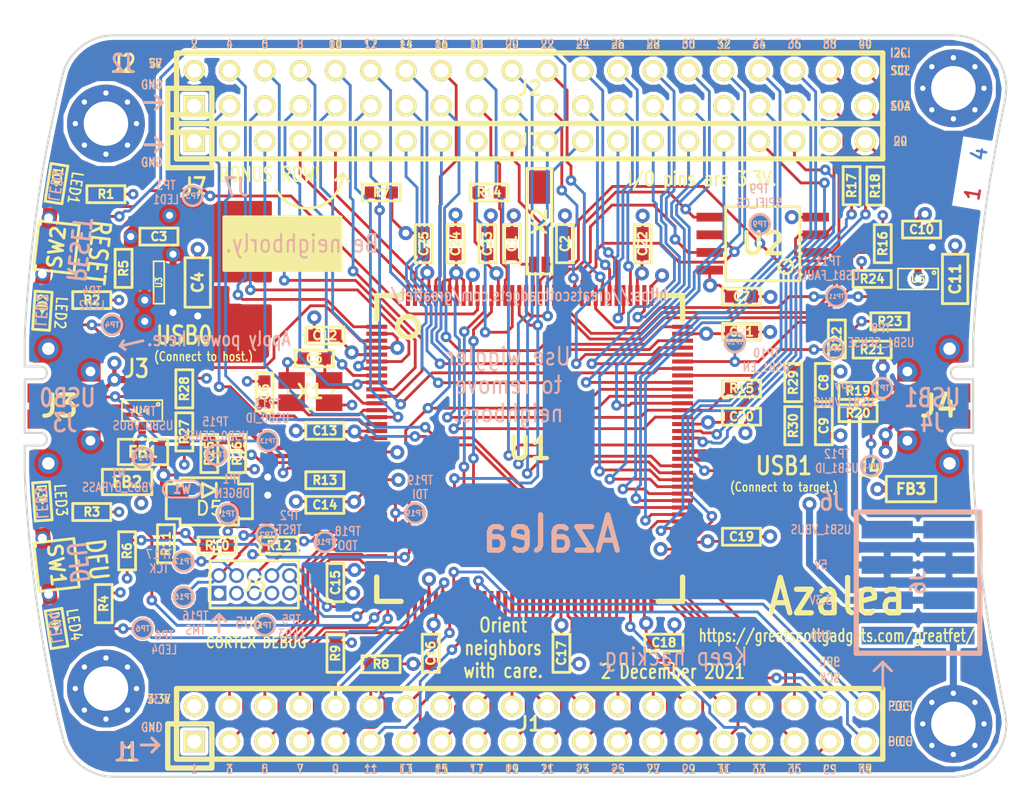
<source format=kicad_pcb>
(kicad_pcb (version 20171130) (host pcbnew 5.1.12-84ad8e8a86~92~ubuntu20.04.1)
  (title_block (title Azalea) (date 2021-12-02) (company "Copyright 2015-2021 Great Scott Gadgets") (comment 1 "License: BSD-3-Clause") (comment 2 https://greatscottgadgets.com/greatfet/))
  (layers (0 F.Cu signal) (1 C2.Cu power hide) (2 C3.Cu power hide) (31 B.Cu signal) (34 B.Paste user) (35 F.Paste user) (36 B.SilkS user) (37 F.SilkS user) (38 B.Mask user) (39 F.Mask user) (44 Edge.Cuts user))
  (net 0 "")
  (net 1 GND)
  (net 2 /RTCX1)
  (net 3 /RTCX2)
  (net 4 VCC)
  (net 5 "Net-(C5-Pad1)")
  (net 6 "Net-(C6-Pad1)")
  (net 7 /USB1_VBUS)
  (net 8 "Net-(D1-Pad2)")
  (net 9 /LED1)
  (net 10 "Net-(D2-Pad2)")
  (net 11 /LED2)
  (net 12 "Net-(D3-Pad2)")
  (net 13 /LED3)
  (net 14 "Net-(D4-Pad2)")
  (net 15 /LED4)
  (net 16 /P4_9)
  (net 17 /P0_0)
  (net 18 /P4_10)
  (net 19 /P0_1)
  (net 20 /P1_0)
  (net 21 /P5_0)
  (net 22 /P1_1)
  (net 23 /P5_1)
  (net 24 /CLK0)
  (net 25 /P1_2)
  (net 26 /P1_5)
  (net 27 /P5_2)
  (net 28 /P1_7)
  (net 29 /P1_6)
  (net 30 /P1_9)
  (net 31 /P1_8)
  (net 32 /P5_3)
  (net 33 /P1_10)
  (net 34 /P1_12)
  (net 35 /P1_11)
  (net 36 /P5_5)
  (net 37 /P5_4)
  (net 38 /P1_14)
  (net 39 /P1_13)
  (net 40 /P5_6)
  (net 41 /P1_15)
  (net 42 /P5_7)
  (net 43 /P1_16)
  (net 44 /P1_18)
  (net 45 /P1_17)
  (net 46 /P9_5)
  (net 47 /P9_6)
  (net 48 /P2_0)
  (net 49 /P6_0)
  (net 50 /P1_19)
  (net 51 /P1_20)
  (net 52 /P1_3)
  (net 53 /P1_4)
  (net 54 /P4_8)
  (net 55 /P4_7)
  (net 56 /P4_6)
  (net 57 /P4_5)
  (net 58 /P4_4)
  (net 59 /P4_2)
  (net 60 /P4_3)
  (net 61 /ADC0_0)
  (net 62 /P4_0)
  (net 63 /P7_7)
  (net 64 /WAKEUP0)
  (net 65 /P3_7)
  (net 66 /P3_6)
  (net 67 /P3_5)
  (net 68 /P3_4)
  (net 69 /P3_3)
  (net 70 /PF_4)
  (net 71 /P3_2)
  (net 72 /P7_2)
  (net 73 /P3_1)
  (net 74 /P7_1)
  (net 75 /P3_0)
  (net 76 /P7_0)
  (net 77 /CLK2)
  (net 78 /P2_8)
  (net 79 /P2_7)
  (net 80 /P2_6)
  (net 81 /P2_5)
  (net 82 /P2_4)
  (net 83 /P2_3)
  (net 84 /P6_8)
  (net 85 /P6_7)
  (net 86 /P2_2)
  (net 87 /P6_6)
  (net 88 /P2_1)
  (net 89 /P6_3)
  (net 90 /I2C0_SDA)
  (net 91 /I2C0_SCL)
  (net 92 /USB0_ID)
  (net 93 /USB1_ID)
  (net 94 "Net-(J4-Pad3)")
  (net 95 "Net-(J4-Pad2)")
  (net 96 /TMS)
  (net 97 /TCK)
  (net 98 /TDO)
  (net 99 /TDI)
  (net 100 /RESET)
  (net 101 /VBAT)
  (net 102 /RTC_ALARM)
  (net 103 /ADC0_5)
  (net 104 /ADC0_2)
  (net 105 /P2_13)
  (net 106 /P2_12)
  (net 107 /P2_11)
  (net 108 /P2_10)
  (net 109 /P2_9)
  (net 110 /P6_10)
  (net 111 /P6_9)
  (net 112 /P6_5)
  (net 113 /P6_4)
  (net 114 /P6_2)
  (net 115 /P6_1)
  (net 116 "Net-(R13-Pad1)")
  (net 117 /USB1_EN)
  (net 118 /USB1_SENSE)
  (net 119 "Net-(R23-Pad2)")
  (net 120 /USB1_FAULT)
  (net 121 /SPIFI_CS)
  (net 122 /DBGEN)
  (net 123 /TRST)
  (net 124 /USB1_D-)
  (net 125 /USB1_D+)
  (net 126 /USB0_D+)
  (net 127 /USB0_D-)
  (net 128 /USB0_SHIELD)
  (net 129 /USB1_SHIELD)
  (net 130 +5V)
  (net 131 "Net-(D5-Pad2)")
  (net 132 /USB0_VBUS)
  (net 133 /USB0_SENSE)
  (net 134 "Net-(J5-Pad7)")
  (net 135 "Net-(U4-Pad4)")
  (module gsg-modules:TESTPOINT-50MIL (layer B.Cu) (at 123.317 107.061)
    (fp_text reference TP2 (at 0 0) (layer B.SilkS) (effects (font (size 0.381 0.381) (thickness 0.09652)) (justify mirror)))
    (fp_text value TRST hide)
    (pad 1 smd circle (at 0 0) (size 1.27 1.27) (layers B.Cu B.Mask) (net 123 /TRST))
  )
  (module gsg-modules:TESTPOINT-50MIL (layer B.Cu) (at 117.348 108.966)
    (fp_text reference TP17 (at 0 0) (layer B.SilkS) (effects (font (size 0.381 0.381) (thickness 0.09652)) (justify mirror)))
    (fp_text value TCK hide)
    (pad 1 smd circle (at 0 0) (size 1.27 1.27) (layers B.Cu B.Mask) (net 97 /TCK))
  )
  (module gsg-modules:SWITCH-PTS840-P (layer F.Cu) (at 108.204 86.36 263.6)
    (fp_text reference SW2 (at 0 0 263.6) (layer F.SilkS) (effects (font (size 1.00076 1.00076) (thickness 0.2032))))
    (fp_text value RESET hide)
    (pad 2 thru_hole circle (at -2.025 0.8 263.6) (size 1 1) (drill 0.65) (layers *.Cu *.Mask) (net 1 GND))
    (pad 2 thru_hole circle (at 2.025 0.8 263.6) (size 1 1) (drill 0.65) (layers *.Cu *.Mask) (net 1 GND))
    (pad 1 smd rect (at 1.925 -0.725 263.6) (size 1.65 1.05) (layers F.Cu F.Paste F.Mask) (net 100 /RESET))
    (pad 1 smd rect (at -1.925 -0.725 263.6) (size 1.65 1.05) (layers F.Cu F.Paste F.Mask) (net 100 /RESET))
    (pad 2 smd rect (at -1.925 0.725 263.6) (size 1.65 1.05) (layers F.Cu F.Paste F.Mask) (net 1 GND))
    (pad 2 smd rect (at 1.925 0.725 263.6) (size 1.65 1.05) (layers F.Cu F.Paste F.Mask) (net 1 GND))
    (pad 0 smd rect (at 0 -1.7 263.6) (size 1.1 0.5) (layers F.Cu F.Paste F.Mask))
  )
  (module gsg-modules:SOT457 (layer F.Cu) (at 114.366 98.114 180)
    (fp_text reference U4 (at 0 0 180) (layer F.SilkS) (effects (font (size 0.508 0.508) (thickness 0.127))))
    (fp_text value IP4220CZ6 hide)
    (pad 1 smd rect (at -0.95 1.2 180) (size 0.55 0.8) (layers F.Cu F.Paste F.Mask) (net 126 /USB0_D+))
    (pad 2 smd rect (at 0 1.2 180) (size 0.55 0.8) (layers F.Cu F.Paste F.Mask) (net 1 GND))
    (pad 3 smd rect (at 0.95 1.2 180) (size 0.55 0.8) (layers F.Cu F.Paste F.Mask) (net 92 /USB0_ID))
    (pad 4 smd rect (at 0.95 -1.2 180) (size 0.55 0.8) (layers F.Cu F.Paste F.Mask) (net 135 "Net-(U4-Pad4)"))
    (pad 5 smd rect (at 0 -1.2 180) (size 0.55 0.8) (layers F.Cu F.Paste F.Mask) (net 132 /USB0_VBUS))
    (pad 6 smd rect (at -0.95 -1.2 180) (size 0.55 0.8) (layers F.Cu F.Paste F.Mask) (net 127 /USB0_D-))
  )
  (module gsg-modules:50MIL-HEADER-2x5-TH (layer F.Cu) (at 122.428 110.617)
    (fp_text reference J5 (at 0 0) (layer F.SilkS) (effects (font (size 1.00076 1.00076) (thickness 0.2032))))
    (fp_text value JTAG hide)
    (pad 1 thru_hole rect (at -2.54 0.635) (size 1.0668 1.0668) (drill 0.7112) (layers *.Cu *.Mask) (net 4 VCC))
    (pad 2 thru_hole circle (at -2.54 -0.635) (size 1.0668 1.0668) (drill 0.7112) (layers *.Cu *.Mask) (net 96 /TMS))
    (pad 3 thru_hole circle (at -1.27 0.635) (size 1.0668 1.0668) (drill 0.7112) (layers *.Cu *.Mask) (net 1 GND))
    (pad 4 thru_hole circle (at -1.27 -0.635) (size 1.0668 1.0668) (drill 0.7112) (layers *.Cu *.Mask) (net 97 /TCK))
    (pad 5 thru_hole circle (at 0 0.635) (size 1.0668 1.0668) (drill 0.7112) (layers *.Cu *.Mask) (net 1 GND))
    (pad 6 thru_hole circle (at 0 -0.635) (size 1.0668 1.0668) (drill 0.7112) (layers *.Cu *.Mask) (net 98 /TDO))
    (pad 7 thru_hole circle (at 1.27 0.635) (size 1.0668 1.0668) (drill 0.7112) (layers *.Cu *.Mask) (net 134 "Net-(J5-Pad7)"))
    (pad 8 thru_hole circle (at 1.27 -0.635) (size 1.0668 1.0668) (drill 0.7112) (layers *.Cu *.Mask) (net 99 /TDI))
    (pad 9 thru_hole circle (at 2.54 0.635) (size 1.0668 1.0668) (drill 0.7112) (layers *.Cu *.Mask) (net 1 GND))
    (pad 10 thru_hole circle (at 2.54 -0.635) (size 1.0668 1.0668) (drill 0.7112) (layers *.Cu *.Mask) (net 100 /RESET))
  )
  (module gsg-modules:LQFP144 (layer F.Cu) (at 142.24 100.838)
    (fp_text reference U1 (at 0 0) (layer F.SilkS) (effects (font (size 1.524 1.524) (thickness 0.3048))))
    (fp_text value LPC4330FBD144 hide)
    (pad 1 smd rect (at -11.00074 -8.7503) (size 1.50114 0.29464) (layers F.Cu F.Paste F.Mask) (net 62 /P4_0))
    (pad 2 smd rect (at -11.00074 -8.24992) (size 1.50114 0.29464) (layers F.Cu F.Paste F.Mask) (net 1 GND))
    (pad 3 smd rect (at -11.00074 -7.74954) (size 1.50114 0.29464) (layers F.Cu F.Paste F.Mask) (net 11 /LED2))
    (pad 4 smd rect (at -11.00074 -7.24916) (size 1.50114 0.29464) (layers F.Cu F.Paste F.Mask) (net 1 GND))
    (pad 5 smd rect (at -11.00074 -6.74878) (size 1.50114 0.29464) (layers F.Cu F.Paste F.Mask) (net 4 VCC))
    (pad 6 smd rect (at -11.00074 -6.25094) (size 1.50114 0.29464) (layers F.Cu F.Paste F.Mask) (net 61 /ADC0_0))
    (pad 7 smd rect (at -11.00074 -5.75056) (size 1.50114 0.29464) (layers F.Cu F.Paste F.Mask) (net 60 /P4_3))
    (pad 8 smd rect (at -11.00074 -5.25018) (size 1.50114 0.29464) (layers F.Cu F.Paste F.Mask) (net 59 /P4_2))
    (pad 9 smd rect (at -11.00074 -4.7498) (size 1.50114 0.29464) (layers F.Cu F.Paste F.Mask) (net 58 /P4_4))
    (pad 10 smd rect (at -11.00074 -4.24942) (size 1.50114 0.29464) (layers F.Cu F.Paste F.Mask) (net 57 /P4_5))
    (pad 11 smd rect (at -11.00074 -3.74904) (size 1.50114 0.29464) (layers F.Cu F.Paste F.Mask) (net 56 /P4_6))
    (pad 12 smd rect (at -11.00074 -3.2512) (size 1.50114 0.29464) (layers F.Cu F.Paste F.Mask) (net 5 "Net-(C5-Pad1)"))
    (pad 13 smd rect (at -11.00074 -2.75082) (size 1.50114 0.29464) (layers F.Cu F.Paste F.Mask) (net 6 "Net-(C6-Pad1)"))
    (pad 14 smd rect (at -11.00074 -2.25044) (size 1.50114 0.29464) (layers F.Cu F.Paste F.Mask) (net 55 /P4_7))
    (pad 15 smd rect (at -11.00074 -1.75006) (size 1.50114 0.29464) (layers F.Cu F.Paste F.Mask) (net 54 /P4_8))
    (pad 16 smd rect (at -11.00074 -1.24968) (size 1.50114 0.29464) (layers F.Cu F.Paste F.Mask) (net 4 VCC))
    (pad 17 smd rect (at -11.00074 -0.7493) (size 1.50114 0.29464) (layers F.Cu F.Paste F.Mask) (net 4 VCC))
    (pad 18 smd rect (at -11.00074 -0.24892) (size 1.50114 0.29464) (layers F.Cu F.Paste F.Mask) (net 126 /USB0_D+))
    (pad 19 smd rect (at -11.00074 0.24892) (size 1.50114 0.29464) (layers F.Cu F.Paste F.Mask) (net 1 GND))
    (pad 20 smd rect (at -11.00074 0.7493) (size 1.50114 0.29464) (layers F.Cu F.Paste F.Mask) (net 127 /USB0_D-))
    (pad 21 smd rect (at -11.00074 1.24968) (size 1.50114 0.29464) (layers F.Cu F.Paste F.Mask) (net 133 /USB0_SENSE))
    (pad 22 smd rect (at -11.00074 1.75006) (size 1.50114 0.29464) (layers F.Cu F.Paste F.Mask) (net 92 /USB0_ID))
    (pad 23 smd rect (at -11.00074 2.25044) (size 1.50114 0.29464) (layers F.Cu F.Paste F.Mask) (net 1 GND))
    (pad 24 smd rect (at -11.00074 2.75082) (size 1.50114 0.29464) (layers F.Cu F.Paste F.Mask) (net 116 "Net-(R13-Pad1)"))
    (pad 25 smd rect (at -11.00074 3.2512) (size 1.50114 0.29464) (layers F.Cu F.Paste F.Mask) (net 4 VCC))
    (pad 26 smd rect (at -11.00074 3.74904) (size 1.50114 0.29464) (layers F.Cu F.Paste F.Mask) (net 99 /TDI))
    (pad 27 smd rect (at -11.00074 4.24942) (size 1.50114 0.29464) (layers F.Cu F.Paste F.Mask) (net 97 /TCK))
    (pad 28 smd rect (at -11.00074 4.7498) (size 1.50114 0.29464) (layers F.Cu F.Paste F.Mask) (net 122 /DBGEN))
    (pad 29 smd rect (at -11.00074 5.25018) (size 1.50114 0.29464) (layers F.Cu F.Paste F.Mask) (net 123 /TRST))
    (pad 30 smd rect (at -11.00074 5.75056) (size 1.50114 0.29464) (layers F.Cu F.Paste F.Mask) (net 96 /TMS))
    (pad 31 smd rect (at -11.00074 6.25094) (size 1.50114 0.29464) (layers F.Cu F.Paste F.Mask) (net 98 /TDO))
    (pad 32 smd rect (at -11.00074 6.74878) (size 1.50114 0.29464) (layers F.Cu F.Paste F.Mask) (net 17 /P0_0))
    (pad 33 smd rect (at -11.00074 7.24916) (size 1.50114 0.29464) (layers F.Cu F.Paste F.Mask) (net 16 /P4_9))
    (pad 34 smd rect (at -11.00074 7.74954) (size 1.50114 0.29464) (layers F.Cu F.Paste F.Mask) (net 19 /P0_1))
    (pad 35 smd rect (at -11.00074 8.24992) (size 1.50114 0.29464) (layers F.Cu F.Paste F.Mask) (net 18 /P4_10))
    (pad 36 smd rect (at -11.00074 8.7503) (size 1.50114 0.29464) (layers F.Cu F.Paste F.Mask) (net 4 VCC))
    (pad 37 smd rect (at -8.7503 11.00074 90) (size 1.50114 0.29464) (layers F.Cu F.Paste F.Mask) (net 21 /P5_0))
    (pad 38 smd rect (at -8.24992 11.00074 90) (size 1.50114 0.29464) (layers F.Cu F.Paste F.Mask) (net 20 /P1_0))
    (pad 39 smd rect (at -7.74954 11.00074 90) (size 1.50114 0.29464) (layers F.Cu F.Paste F.Mask) (net 23 /P5_1))
    (pad 40 smd rect (at -7.24916 11.00074 90) (size 1.50114 0.29464) (layers F.Cu F.Paste F.Mask) (net 1 GND))
    (pad 41 smd rect (at -6.74878 11.00074 90) (size 1.50114 0.29464) (layers F.Cu F.Paste F.Mask) (net 4 VCC))
    (pad 42 smd rect (at -6.25094 11.00074 90) (size 1.50114 0.29464) (layers F.Cu F.Paste F.Mask) (net 22 /P1_1))
    (pad 43 smd rect (at -5.75056 11.00074 90) (size 1.50114 0.29464) (layers F.Cu F.Paste F.Mask) (net 25 /P1_2))
    (pad 44 smd rect (at -5.25018 11.00074 90) (size 1.50114 0.29464) (layers F.Cu F.Paste F.Mask) (net 52 /P1_3))
    (pad 45 smd rect (at -4.7498 11.00074 90) (size 1.50114 0.29464) (layers F.Cu F.Paste F.Mask) (net 24 /CLK0))
    (pad 46 smd rect (at -4.24942 11.00074 90) (size 1.50114 0.29464) (layers F.Cu F.Paste F.Mask) (net 27 /P5_2))
    (pad 47 smd rect (at -3.74904 11.00074 90) (size 1.50114 0.29464) (layers F.Cu F.Paste F.Mask) (net 53 /P1_4))
    (pad 48 smd rect (at -3.2512 11.00074 90) (size 1.50114 0.29464) (layers F.Cu F.Paste F.Mask) (net 26 /P1_5))
    (pad 49 smd rect (at -2.75082 11.00074 90) (size 1.50114 0.29464) (layers F.Cu F.Paste F.Mask) (net 29 /P1_6))
    (pad 50 smd rect (at -2.25044 11.00074 90) (size 1.50114 0.29464) (layers F.Cu F.Paste F.Mask) (net 28 /P1_7))
    (pad 51 smd rect (at -1.75006 11.00074 90) (size 1.50114 0.29464) (layers F.Cu F.Paste F.Mask) (net 31 /P1_8))
    (pad 52 smd rect (at -1.24968 11.00074 90) (size 1.50114 0.29464) (layers F.Cu F.Paste F.Mask) (net 30 /P1_9))
    (pad 53 smd rect (at -0.7493 11.00074 90) (size 1.50114 0.29464) (layers F.Cu F.Paste F.Mask) (net 33 /P1_10))
    (pad 54 smd rect (at -0.24892 11.00074 90) (size 1.50114 0.29464) (layers F.Cu F.Paste F.Mask) (net 32 /P5_3))
    (pad 55 smd rect (at 0.24892 11.00074 90) (size 1.50114 0.29464) (layers F.Cu F.Paste F.Mask) (net 35 /P1_11))
    (pad 56 smd rect (at 0.7493 11.00074 90) (size 1.50114 0.29464) (layers F.Cu F.Paste F.Mask) (net 34 /P1_12))
    (pad 57 smd rect (at 1.24968 11.00074 90) (size 1.50114 0.29464) (layers F.Cu F.Paste F.Mask) (net 37 /P5_4))
    (pad 58 smd rect (at 1.75006 11.00074 90) (size 1.50114 0.29464) (layers F.Cu F.Paste F.Mask) (net 36 /P5_5))
    (pad 59 smd rect (at 2.25044 11.00074 90) (size 1.50114 0.29464) (layers F.Cu F.Paste F.Mask) (net 4 VCC))
    (pad 60 smd rect (at 2.75082 11.00074 90) (size 1.50114 0.29464) (layers F.Cu F.Paste F.Mask) (net 39 /P1_13))
    (pad 61 smd rect (at 3.2512 11.00074 90) (size 1.50114 0.29464) (layers F.Cu F.Paste F.Mask) (net 38 /P1_14))
    (pad 62 smd rect (at 3.74904 11.00074 90) (size 1.50114 0.29464) (layers F.Cu F.Paste F.Mask) (net 41 /P1_15))
    (pad 63 smd rect (at 4.24942 11.00074 90) (size 1.50114 0.29464) (layers F.Cu F.Paste F.Mask) (net 40 /P5_6))
    (pad 64 smd rect (at 4.7498 11.00074 90) (size 1.50114 0.29464) (layers F.Cu F.Paste F.Mask) (net 43 /P1_16))
    (pad 65 smd rect (at 5.25018 11.00074 90) (size 1.50114 0.29464) (layers F.Cu F.Paste F.Mask) (net 42 /P5_7))
    (pad 66 smd rect (at 5.75056 11.00074 90) (size 1.50114 0.29464) (layers F.Cu F.Paste F.Mask) (net 45 /P1_17))
    (pad 67 smd rect (at 6.25094 11.00074 90) (size 1.50114 0.29464) (layers F.Cu F.Paste F.Mask) (net 44 /P1_18))
    (pad 68 smd rect (at 6.74878 11.00074 90) (size 1.50114 0.29464) (layers F.Cu F.Paste F.Mask) (net 50 /P1_19))
    (pad 69 smd rect (at 7.24916 11.00074 90) (size 1.50114 0.29464) (layers F.Cu F.Paste F.Mask) (net 46 /P9_5))
    (pad 70 smd rect (at 7.74954 11.00074 90) (size 1.50114 0.29464) (layers F.Cu F.Paste F.Mask) (net 51 /P1_20))
    (pad 71 smd rect (at 8.24992 11.00074 90) (size 1.50114 0.29464) (layers F.Cu F.Paste F.Mask) (net 4 VCC))
    (pad 72 smd rect (at 8.7503 11.00074 90) (size 1.50114 0.29464) (layers F.Cu F.Paste F.Mask) (net 47 /P9_6))
    (pad 73 smd rect (at 11.00074 8.7503) (size 1.50114 0.29464) (layers F.Cu F.Paste F.Mask) (net 49 /P6_0))
    (pad 74 smd rect (at 11.00074 8.24992) (size 1.50114 0.29464) (layers F.Cu F.Paste F.Mask) (net 115 /P6_1))
    (pad 75 smd rect (at 11.00074 7.74954) (size 1.50114 0.29464) (layers F.Cu F.Paste F.Mask) (net 48 /P2_0))
    (pad 76 smd rect (at 11.00074 7.24916) (size 1.50114 0.29464) (layers F.Cu F.Paste F.Mask) (net 1 GND))
    (pad 77 smd rect (at 11.00074 6.74878) (size 1.50114 0.29464) (layers F.Cu F.Paste F.Mask) (net 4 VCC))
    (pad 78 smd rect (at 11.00074 6.25094) (size 1.50114 0.29464) (layers F.Cu F.Paste F.Mask) (net 114 /P6_2))
    (pad 79 smd rect (at 11.00074 5.75056) (size 1.50114 0.29464) (layers F.Cu F.Paste F.Mask) (net 89 /P6_3))
    (pad 80 smd rect (at 11.00074 5.25018) (size 1.50114 0.29464) (layers F.Cu F.Paste F.Mask) (net 113 /P6_4))
    (pad 81 smd rect (at 11.00074 4.7498) (size 1.50114 0.29464) (layers F.Cu F.Paste F.Mask) (net 88 /P2_1))
    (pad 82 smd rect (at 11.00074 4.24942) (size 1.50114 0.29464) (layers F.Cu F.Paste F.Mask) (net 112 /P6_5))
    (pad 83 smd rect (at 11.00074 3.74904) (size 1.50114 0.29464) (layers F.Cu F.Paste F.Mask) (net 87 /P6_6))
    (pad 84 smd rect (at 11.00074 3.2512) (size 1.50114 0.29464) (layers F.Cu F.Paste F.Mask) (net 86 /P2_2))
    (pad 85 smd rect (at 11.00074 2.75082) (size 1.50114 0.29464) (layers F.Cu F.Paste F.Mask) (net 85 /P6_7))
    (pad 86 smd rect (at 11.00074 2.25044) (size 1.50114 0.29464) (layers F.Cu F.Paste F.Mask) (net 84 /P6_8))
    (pad 87 smd rect (at 11.00074 1.75006) (size 1.50114 0.29464) (layers F.Cu F.Paste F.Mask) (net 83 /P2_3))
    (pad 88 smd rect (at 11.00074 1.24968) (size 1.50114 0.29464) (layers F.Cu F.Paste F.Mask) (net 82 /P2_4))
    (pad 89 smd rect (at 11.00074 0.7493) (size 1.50114 0.29464) (layers F.Cu F.Paste F.Mask) (net 125 /USB1_D+))
    (pad 90 smd rect (at 11.00074 0.24892) (size 1.50114 0.29464) (layers F.Cu F.Paste F.Mask) (net 124 /USB1_D-))
    (pad 91 smd rect (at 11.00074 -0.24892) (size 1.50114 0.29464) (layers F.Cu F.Paste F.Mask) (net 81 /P2_5))
    (pad 92 smd rect (at 11.00074 -0.7493) (size 1.50114 0.29464) (layers F.Cu F.Paste F.Mask) (net 91 /I2C0_SCL))
    (pad 93 smd rect (at 11.00074 -1.24968) (size 1.50114 0.29464) (layers F.Cu F.Paste F.Mask) (net 90 /I2C0_SDA))
    (pad 94 smd rect (at 11.00074 -1.75006) (size 1.50114 0.29464) (layers F.Cu F.Paste F.Mask) (net 4 VCC))
    (pad 95 smd rect (at 11.00074 -2.25044) (size 1.50114 0.29464) (layers F.Cu F.Paste F.Mask) (net 80 /P2_6))
    (pad 96 smd rect (at 11.00074 -2.75082) (size 1.50114 0.29464) (layers F.Cu F.Paste F.Mask) (net 79 /P2_7))
    (pad 97 smd rect (at 11.00074 -3.2512) (size 1.50114 0.29464) (layers F.Cu F.Paste F.Mask) (net 111 /P6_9))
    (pad 98 smd rect (at 11.00074 -3.74904) (size 1.50114 0.29464) (layers F.Cu F.Paste F.Mask) (net 78 /P2_8))
    (pad 99 smd rect (at 11.00074 -4.24942) (size 1.50114 0.29464) (layers F.Cu F.Paste F.Mask) (net 77 /CLK2))
    (pad 100 smd rect (at 11.00074 -4.7498) (size 1.50114 0.29464) (layers F.Cu F.Paste F.Mask) (net 110 /P6_10))
    (pad 101 smd rect (at 11.00074 -5.25018) (size 1.50114 0.29464) (layers F.Cu F.Paste F.Mask) (net 118 /USB1_SENSE))
    (pad 102 smd rect (at 11.00074 -5.75056) (size 1.50114 0.29464) (layers F.Cu F.Paste F.Mask) (net 109 /P2_9))
    (pad 103 smd rect (at 11.00074 -6.25094) (size 1.50114 0.29464) (layers F.Cu F.Paste F.Mask) (net 117 /USB1_EN))
    (pad 104 smd rect (at 11.00074 -6.74878) (size 1.50114 0.29464) (layers F.Cu F.Paste F.Mask) (net 108 /P2_10))
    (pad 105 smd rect (at 11.00074 -7.24916) (size 1.50114 0.29464) (layers F.Cu F.Paste F.Mask) (net 107 /P2_11))
    (pad 106 smd rect (at 11.00074 -7.74954) (size 1.50114 0.29464) (layers F.Cu F.Paste F.Mask) (net 106 /P2_12))
    (pad 107 smd rect (at 11.00074 -8.24992) (size 1.50114 0.29464) (layers F.Cu F.Paste F.Mask) (net 4 VCC))
    (pad 108 smd rect (at 11.00074 -8.7503) (size 1.50114 0.29464) (layers F.Cu F.Paste F.Mask) (net 105 /P2_13))
    (pad 109 smd rect (at 8.7503 -11.00074 90) (size 1.50114 0.29464) (layers F.Cu F.Paste F.Mask) (net 1 GND))
    (pad 110 smd rect (at 8.24992 -11.00074 90) (size 1.50114 0.29464) (layers F.Cu F.Paste F.Mask) (net 76 /P7_0))
    (pad 111 smd rect (at 7.74954 -11.00074 90) (size 1.50114 0.29464) (layers F.Cu F.Paste F.Mask) (net 4 VCC))
    (pad 112 smd rect (at 7.24916 -11.00074 90) (size 1.50114 0.29464) (layers F.Cu F.Paste F.Mask) (net 75 /P3_0))
    (pad 113 smd rect (at 6.74878 -11.00074 90) (size 1.50114 0.29464) (layers F.Cu F.Paste F.Mask) (net 74 /P7_1))
    (pad 114 smd rect (at 6.25094 -11.00074 90) (size 1.50114 0.29464) (layers F.Cu F.Paste F.Mask) (net 73 /P3_1))
    (pad 115 smd rect (at 5.75056 -11.00074 90) (size 1.50114 0.29464) (layers F.Cu F.Paste F.Mask) (net 72 /P7_2))
    (pad 116 smd rect (at 5.25018 -11.00074 90) (size 1.50114 0.29464) (layers F.Cu F.Paste F.Mask) (net 71 /P3_2))
    (pad 117 smd rect (at 4.7498 -11.00074 90) (size 1.50114 0.29464) (layers F.Cu F.Paste F.Mask) (net 120 /USB1_FAULT))
    (pad 118 smd rect (at 4.24942 -11.00074 90) (size 1.50114 0.29464) (layers F.Cu F.Paste F.Mask) (net 69 /P3_3))
    (pad 119 smd rect (at 3.74904 -11.00074 90) (size 1.50114 0.29464) (layers F.Cu F.Paste F.Mask) (net 68 /P3_4))
    (pad 120 smd rect (at 3.2512 -11.00074 90) (size 1.50114 0.29464) (layers F.Cu F.Paste F.Mask) (net 70 /PF_4))
    (pad 121 smd rect (at 2.75082 -11.00074 90) (size 1.50114 0.29464) (layers F.Cu F.Paste F.Mask) (net 67 /P3_5))
    (pad 122 smd rect (at 2.25044 -11.00074 90) (size 1.50114 0.29464) (layers F.Cu F.Paste F.Mask) (net 66 /P3_6))
    (pad 123 smd rect (at 1.75006 -11.00074 90) (size 1.50114 0.29464) (layers F.Cu F.Paste F.Mask) (net 65 /P3_7))
    (pad 124 smd rect (at 1.24968 -11.00074 90) (size 1.50114 0.29464) (layers F.Cu F.Paste F.Mask) (net 121 /SPIFI_CS))
    (pad 125 smd rect (at 0.7493 -11.00074 90) (size 1.50114 0.29464) (layers F.Cu F.Paste F.Mask) (net 2 /RTCX1))
    (pad 126 smd rect (at 0.24892 -11.00074 90) (size 1.50114 0.29464) (layers F.Cu F.Paste F.Mask) (net 3 /RTCX2))
    (pad 127 smd rect (at -0.24892 -11.00074 90) (size 1.50114 0.29464) (layers F.Cu F.Paste F.Mask) (net 101 /VBAT))
    (pad 128 smd rect (at -0.7493 -11.00074 90) (size 1.50114 0.29464) (layers F.Cu F.Paste F.Mask) (net 100 /RESET))
    (pad 129 smd rect (at -1.24968 -11.00074 90) (size 1.50114 0.29464) (layers F.Cu F.Paste F.Mask) (net 102 /RTC_ALARM))
    (pad 130 smd rect (at -1.75006 -11.00074 90) (size 1.50114 0.29464) (layers F.Cu F.Paste F.Mask) (net 64 /WAKEUP0))
    (pad 131 smd rect (at -2.25044 -11.00074 90) (size 1.50114 0.29464) (layers F.Cu F.Paste F.Mask) (net 4 VCC))
    (pad 132 smd rect (at -2.75082 -11.00074 90) (size 1.50114 0.29464) (layers F.Cu F.Paste F.Mask) (net 15 /LED4))
    (pad 133 smd rect (at -3.2512 -11.00074 90) (size 1.50114 0.29464) (layers F.Cu F.Paste F.Mask) (net 13 /LED3))
    (pad 134 smd rect (at -3.74904 -11.00074 90) (size 1.50114 0.29464) (layers F.Cu F.Paste F.Mask) (net 9 /LED1))
    (pad 135 smd rect (at -4.24942 -11.00074 90) (size 1.50114 0.29464) (layers F.Cu F.Paste F.Mask) (net 1 GND))
    (pad 136 smd rect (at -4.7498 -11.00074 90) (size 1.50114 0.29464) (layers F.Cu F.Paste F.Mask) (net 4 VCC))
    (pad 137 smd rect (at -5.25018 -11.00074 90) (size 1.50114 0.29464) (layers F.Cu F.Paste F.Mask) (net 4 VCC))
    (pad 138 smd rect (at -5.75056 -11.00074 90) (size 1.50114 0.29464) (layers F.Cu F.Paste F.Mask) (net 4 VCC))
    (pad 139 smd rect (at -6.25094 -11.00074 90) (size 1.50114 0.29464) (layers F.Cu F.Paste F.Mask) (net 4 VCC))
    (pad 140 smd rect (at -6.74878 -11.00074 90) (size 1.50114 0.29464) (layers F.Cu F.Paste F.Mask) (net 63 /P7_7))
    (pad 141 smd rect (at -7.24916 -11.00074 90) (size 1.50114 0.29464) (layers F.Cu F.Paste F.Mask) (net 4 VCC))
    (pad 142 smd rect (at -7.74954 -11.00074 90) (size 1.50114 0.29464) (layers F.Cu F.Paste F.Mask) (net 4 VCC))
    (pad 143 smd rect (at -8.24992 -11.00074 90) (size 1.50114 0.29464) (layers F.Cu F.Paste F.Mask) (net 104 /ADC0_2))
    (pad 144 smd rect (at -8.7503 -11.00074 90) (size 1.50114 0.29464) (layers F.Cu F.Paste F.Mask) (net 103 /ADC0_5))
  )
  (module gsg-modules:HEADER-1x20 (layer F.Cu) (at 142.24 78.74)
    (fp_text reference J7 (at 0 0) (layer F.SilkS) (effects (font (size 1.016 1.016) (thickness 0.2032))))
    (fp_text value BONUS_ROW hide)
    (pad 1 thru_hole rect (at -24.13 0) (size 1.524 1.524) (drill 1.016) (layers *.Cu *.Mask F.SilkS) (net 1 GND))
    (pad 2 thru_hole circle (at -21.59 0) (size 1.524 1.524) (drill 1.016) (layers *.Cu *.Mask F.SilkS) (net 113 /P6_4))
    (pad 3 thru_hole circle (at -19.05 0) (size 1.524 1.524) (drill 1.016) (layers *.Cu *.Mask F.SilkS) (net 112 /P6_5))
    (pad 4 thru_hole circle (at -16.51 0) (size 1.524 1.524) (drill 1.016) (layers *.Cu *.Mask F.SilkS) (net 103 /ADC0_5))
    (pad 5 thru_hole circle (at -13.97 0) (size 1.524 1.524) (drill 1.016) (layers *.Cu *.Mask F.SilkS) (net 104 /ADC0_2))
    (pad 6 thru_hole circle (at -11.43 0) (size 1.524 1.524) (drill 1.016) (layers *.Cu *.Mask F.SilkS) (net 109 /P2_9))
    (pad 7 thru_hole circle (at -8.89 0) (size 1.524 1.524) (drill 1.016) (layers *.Cu *.Mask F.SilkS) (net 106 /P2_12))
    (pad 8 thru_hole circle (at -6.35 0) (size 1.524 1.524) (drill 1.016) (layers *.Cu *.Mask F.SilkS) (net 105 /P2_13))
    (pad 9 thru_hole circle (at -3.81 0) (size 1.524 1.524) (drill 1.016) (layers *.Cu *.Mask F.SilkS) (net 102 /RTC_ALARM))
    (pad 10 thru_hole circle (at -1.27 0) (size 1.524 1.524) (drill 1.016) (layers *.Cu *.Mask F.SilkS) (net 2 /RTCX1))
    (pad 11 thru_hole circle (at 1.27 0) (size 1.524 1.524) (drill 1.016) (layers *.Cu *.Mask F.SilkS) (net 100 /RESET))
    (pad 12 thru_hole circle (at 3.81 0) (size 1.524 1.524) (drill 1.016) (layers *.Cu *.Mask F.SilkS) (net 101 /VBAT))
    (pad 13 thru_hole circle (at 6.35 0) (size 1.524 1.524) (drill 1.016) (layers *.Cu *.Mask F.SilkS) (net 107 /P2_11))
    (pad 14 thru_hole circle (at 8.89 0) (size 1.524 1.524) (drill 1.016) (layers *.Cu *.Mask F.SilkS) (net 108 /P2_10))
    (pad 15 thru_hole circle (at 11.43 0) (size 1.524 1.524) (drill 1.016) (layers *.Cu *.Mask F.SilkS) (net 110 /P6_10))
    (pad 16 thru_hole circle (at 13.97 0) (size 1.524 1.524) (drill 1.016) (layers *.Cu *.Mask F.SilkS) (net 111 /P6_9))
    (pad 17 thru_hole circle (at 16.51 0) (size 1.524 1.524) (drill 1.016) (layers *.Cu *.Mask F.SilkS) (net 114 /P6_2))
    (pad 18 thru_hole circle (at 19.05 0) (size 1.524 1.524) (drill 1.016) (layers *.Cu *.Mask F.SilkS) (net 115 /P6_1))
    (pad 19 thru_hole circle (at 21.59 0) (size 1.524 1.524) (drill 1.016) (layers *.Cu *.Mask F.SilkS) (net 1 GND))
    (pad 20 thru_hole circle (at 24.13 0) (size 1.524 1.524) (drill 1.016) (layers *.Cu *.Mask F.SilkS) (net 4 VCC))
  )
  (module gsg-modules:SOT457 (layer F.Cu) (at 170.18 88.646 180)
    (fp_text reference U5 (at 0 0 180) (layer F.SilkS) (effects (font (size 0.508 0.508) (thickness 0.127))))
    (fp_text value AP22653AW6-7 hide)
    (pad 1 smd rect (at -0.95 1.2 180) (size 0.55 0.8) (layers F.Cu F.Paste F.Mask) (net 130 +5V))
    (pad 2 smd rect (at 0 1.2 180) (size 0.55 0.8) (layers F.Cu F.Paste F.Mask) (net 1 GND))
    (pad 3 smd rect (at 0.95 1.2 180) (size 0.55 0.8) (layers F.Cu F.Paste F.Mask) (net 117 /USB1_EN))
    (pad 4 smd rect (at 0.95 -1.2 180) (size 0.55 0.8) (layers F.Cu F.Paste F.Mask) (net 120 /USB1_FAULT))
    (pad 5 smd rect (at 0 -1.2 180) (size 0.55 0.8) (layers F.Cu F.Paste F.Mask) (net 119 "Net-(R23-Pad2)"))
    (pad 6 smd rect (at -0.95 -1.2 180) (size 0.55 0.8) (layers F.Cu F.Paste F.Mask) (net 7 /USB1_VBUS))
  )
  (module gsg-modules:0603 (layer F.Cu) (at 140.97 86.106 90)
    (fp_text reference C1 (at 0 0 90) (layer F.SilkS) (effects (font (size 0.6096 0.6096) (thickness 0.1524))))
    (fp_text value 18pF hide)
    (pad 2 smd rect (at 0.762 0 90) (size 0.8636 0.8636) (layers F.Cu F.Paste F.Mask) (net 1 GND) (clearance 0.1778))
    (pad 1 smd rect (at -0.762 0 90) (size 0.8636 0.8636) (layers F.Cu F.Paste F.Mask) (net 3 /RTCX2) (clearance 0.1778))
  )
  (module gsg-modules:0603 (layer F.Cu) (at 144.78 86.106 90)
    (fp_text reference C2 (at 0 0 90) (layer F.SilkS) (effects (font (size 0.6096 0.6096) (thickness 0.1524))))
    (fp_text value 18pF hide)
    (pad 2 smd rect (at 0.762 0 90) (size 0.8636 0.8636) (layers F.Cu F.Paste F.Mask) (net 1 GND) (clearance 0.1778))
    (pad 1 smd rect (at -0.762 0 90) (size 0.8636 0.8636) (layers F.Cu F.Paste F.Mask) (net 2 /RTCX1) (clearance 0.1778))
  )
  (module gsg-modules:0603 (layer F.Cu) (at 115.57 85.598 180)
    (fp_text reference C3 (at 0 0 180) (layer F.SilkS) (effects (font (size 0.6096 0.6096) (thickness 0.1524))))
    (fp_text value 1uF hide)
    (pad 2 smd rect (at 0.762 0 180) (size 0.8636 0.8636) (layers F.Cu F.Paste F.Mask) (net 1 GND) (clearance 0.1778))
    (pad 1 smd rect (at -0.762 0 180) (size 0.8636 0.8636) (layers F.Cu F.Paste F.Mask) (net 4 VCC) (clearance 0.1778))
  )
  (module gsg-modules:0603 (layer F.Cu) (at 126.746 94.361 180)
    (fp_text reference C5 (at 0 0 180) (layer F.SilkS) (effects (font (size 0.6096 0.6096) (thickness 0.1524))))
    (fp_text value 18pF hide)
    (pad 2 smd rect (at 0.762 0 180) (size 0.8636 0.8636) (layers F.Cu F.Paste F.Mask) (net 1 GND) (clearance 0.1778))
    (pad 1 smd rect (at -0.762 0 180) (size 0.8636 0.8636) (layers F.Cu F.Paste F.Mask) (net 5 "Net-(C5-Pad1)") (clearance 0.1778))
  )
  (module gsg-modules:0603 (layer F.Cu) (at 123.1646 96.774 90)
    (fp_text reference C6 (at 0 0 90) (layer F.SilkS) (effects (font (size 0.6096 0.6096) (thickness 0.1524))))
    (fp_text value 18pF hide)
    (pad 2 smd rect (at 0.762 0 90) (size 0.8636 0.8636) (layers F.Cu F.Paste F.Mask) (net 1 GND) (clearance 0.1778))
    (pad 1 smd rect (at -0.762 0 90) (size 0.8636 0.8636) (layers F.Cu F.Paste F.Mask) (net 6 "Net-(C6-Pad1)") (clearance 0.1778))
  )
  (module gsg-modules:0603 (layer F.Cu) (at 157.48 89.916)
    (fp_text reference C7 (at 0 0) (layer F.SilkS) (effects (font (size 0.6096 0.6096) (thickness 0.1524))))
    (fp_text value 100nF hide)
    (pad 2 smd rect (at 0.762 0) (size 0.8636 0.8636) (layers F.Cu F.Paste F.Mask) (net 1 GND) (clearance 0.1778))
    (pad 1 smd rect (at -0.762 0) (size 0.8636 0.8636) (layers F.Cu F.Paste F.Mask) (net 4 VCC) (clearance 0.1778))
  )
  (module gsg-modules:0603 (layer F.Cu) (at 163.4 96.1 90)
    (fp_text reference C8 (at 0 0 90) (layer F.SilkS) (effects (font (size 0.6096 0.6096) (thickness 0.1524))))
    (fp_text value 18pF hide)
    (pad 2 smd rect (at 0.762 0 90) (size 0.8636 0.8636) (layers F.Cu F.Paste F.Mask) (net 1 GND) (clearance 0.1778))
    (pad 1 smd rect (at -0.762 0 90) (size 0.8636 0.8636) (layers F.Cu F.Paste F.Mask) (net 124 /USB1_D-) (clearance 0.1778))
  )
  (module gsg-modules:0603 (layer F.Cu) (at 163.4 99.2 270)
    (fp_text reference C9 (at 0 0 270) (layer F.SilkS) (effects (font (size 0.6096 0.6096) (thickness 0.1524))))
    (fp_text value 18pF hide)
    (pad 2 smd rect (at 0.762 0 270) (size 0.8636 0.8636) (layers F.Cu F.Paste F.Mask) (net 1 GND) (clearance 0.1778))
    (pad 1 smd rect (at -0.762 0 270) (size 0.8636 0.8636) (layers F.Cu F.Paste F.Mask) (net 125 /USB1_D+) (clearance 0.1778))
  )
  (module gsg-modules:0603 (layer F.Cu) (at 170.434 85.09 180)
    (fp_text reference C10 (at 0 0 180) (layer F.SilkS) (effects (font (size 0.6096 0.6096) (thickness 0.1524))))
    (fp_text value 1uF hide)
    (pad 2 smd rect (at 0.762 0 180) (size 0.8636 0.8636) (layers F.Cu F.Paste F.Mask) (net 1 GND) (clearance 0.1778))
    (pad 1 smd rect (at -0.762 0 180) (size 0.8636 0.8636) (layers F.Cu F.Paste F.Mask) (net 130 +5V) (clearance 0.1778))
  )
  (module gsg-modules:0603 (layer F.Cu) (at 127.508 92.71 180)
    (fp_text reference C12 (at 0 0 180) (layer F.SilkS) (effects (font (size 0.6096 0.6096) (thickness 0.1524))))
    (fp_text value 100nF hide)
    (pad 2 smd rect (at 0.762 0 180) (size 0.8636 0.8636) (layers F.Cu F.Paste F.Mask) (net 1 GND) (clearance 0.1778))
    (pad 1 smd rect (at -0.762 0 180) (size 0.8636 0.8636) (layers F.Cu F.Paste F.Mask) (net 4 VCC) (clearance 0.1778))
  )
  (module gsg-modules:0603 (layer F.Cu) (at 127.508 99.568 180)
    (fp_text reference C13 (at 0 0 180) (layer F.SilkS) (effects (font (size 0.6096 0.6096) (thickness 0.1524))))
    (fp_text value 100nF hide)
    (pad 2 smd rect (at 0.762 0 180) (size 0.8636 0.8636) (layers F.Cu F.Paste F.Mask) (net 1 GND) (clearance 0.1778))
    (pad 1 smd rect (at -0.762 0 180) (size 0.8636 0.8636) (layers F.Cu F.Paste F.Mask) (net 4 VCC) (clearance 0.1778))
  )
  (module gsg-modules:0603 (layer F.Cu) (at 127.508 104.9 180)
    (fp_text reference C14 (at 0 0 180) (layer F.SilkS) (effects (font (size 0.6096 0.6096) (thickness 0.1524))))
    (fp_text value 100nF hide)
    (pad 2 smd rect (at 0.762 0 180) (size 0.8636 0.8636) (layers F.Cu F.Paste F.Mask) (net 1 GND) (clearance 0.1778))
    (pad 1 smd rect (at -0.762 0 180) (size 0.8636 0.8636) (layers F.Cu F.Paste F.Mask) (net 4 VCC) (clearance 0.1778))
  )
  (module gsg-modules:0603 (layer F.Cu) (at 128.27 110.49 270)
    (fp_text reference C15 (at 0 0 270) (layer F.SilkS) (effects (font (size 0.6096 0.6096) (thickness 0.1524))))
    (fp_text value 100nF hide)
    (pad 2 smd rect (at 0.762 0 270) (size 0.8636 0.8636) (layers F.Cu F.Paste F.Mask) (net 1 GND) (clearance 0.1778))
    (pad 1 smd rect (at -0.762 0 270) (size 0.8636 0.8636) (layers F.Cu F.Paste F.Mask) (net 4 VCC) (clearance 0.1778))
  )
  (module gsg-modules:0603 (layer F.Cu) (at 135.128 115.57 270)
    (fp_text reference C16 (at 0 0 270) (layer F.SilkS) (effects (font (size 0.6096 0.6096) (thickness 0.1524))))
    (fp_text value 100nF hide)
    (pad 2 smd rect (at 0.762 0 270) (size 0.8636 0.8636) (layers F.Cu F.Paste F.Mask) (net 1 GND) (clearance 0.1778))
    (pad 1 smd rect (at -0.762 0 270) (size 0.8636 0.8636) (layers F.Cu F.Paste F.Mask) (net 4 VCC) (clearance 0.1778))
  )
  (module gsg-modules:0603 (layer F.Cu) (at 144.526 115.57 270)
    (fp_text reference C17 (at 0 0 270) (layer F.SilkS) (effects (font (size 0.6096 0.6096) (thickness 0.1524))))
    (fp_text value 100nF hide)
    (pad 2 smd rect (at 0.762 0 270) (size 0.8636 0.8636) (layers F.Cu F.Paste F.Mask) (net 1 GND) (clearance 0.1778))
    (pad 1 smd rect (at -0.762 0 270) (size 0.8636 0.8636) (layers F.Cu F.Paste F.Mask) (net 4 VCC) (clearance 0.1778))
  )
  (module gsg-modules:0603 (layer F.Cu) (at 151.892 114.808)
    (fp_text reference C18 (at 0 0) (layer F.SilkS) (effects (font (size 0.6096 0.6096) (thickness 0.1524))))
    (fp_text value 100nF hide)
    (pad 2 smd rect (at 0.762 0) (size 0.8636 0.8636) (layers F.Cu F.Paste F.Mask) (net 1 GND) (clearance 0.1778))
    (pad 1 smd rect (at -0.762 0) (size 0.8636 0.8636) (layers F.Cu F.Paste F.Mask) (net 4 VCC) (clearance 0.1778))
  )
  (module gsg-modules:0603 (layer F.Cu) (at 157.48 107.188)
    (fp_text reference C19 (at 0 0) (layer F.SilkS) (effects (font (size 0.6096 0.6096) (thickness 0.1524))))
    (fp_text value 100nF hide)
    (pad 2 smd rect (at 0.762 0) (size 0.8636 0.8636) (layers F.Cu F.Paste F.Mask) (net 1 GND) (clearance 0.1778))
    (pad 1 smd rect (at -0.762 0) (size 0.8636 0.8636) (layers F.Cu F.Paste F.Mask) (net 4 VCC) (clearance 0.1778))
  )
  (module gsg-modules:0603 (layer F.Cu) (at 157.48 98.552)
    (fp_text reference C20 (at 0 0) (layer F.SilkS) (effects (font (size 0.6096 0.6096) (thickness 0.1524))))
    (fp_text value 100nF hide)
    (pad 2 smd rect (at 0.762 0) (size 0.8636 0.8636) (layers F.Cu F.Paste F.Mask) (net 1 GND) (clearance 0.1778))
    (pad 1 smd rect (at -0.762 0) (size 0.8636 0.8636) (layers F.Cu F.Paste F.Mask) (net 4 VCC) (clearance 0.1778))
  )
  (module gsg-modules:0603 (layer F.Cu) (at 157.48 92.456)
    (fp_text reference C21 (at 0 0) (layer F.SilkS) (effects (font (size 0.6096 0.6096) (thickness 0.1524))))
    (fp_text value 100nF hide)
    (pad 2 smd rect (at 0.762 0) (size 0.8636 0.8636) (layers F.Cu F.Paste F.Mask) (net 1 GND) (clearance 0.1778))
    (pad 1 smd rect (at -0.762 0) (size 0.8636 0.8636) (layers F.Cu F.Paste F.Mask) (net 4 VCC) (clearance 0.1778))
  )
  (module gsg-modules:0603 (layer F.Cu) (at 150.368 86.106 90)
    (fp_text reference C22 (at 0 0 90) (layer F.SilkS) (effects (font (size 0.6096 0.6096) (thickness 0.1524))))
    (fp_text value 100nF hide)
    (pad 2 smd rect (at 0.762 0 90) (size 0.8636 0.8636) (layers F.Cu F.Paste F.Mask) (net 1 GND) (clearance 0.1778))
    (pad 1 smd rect (at -0.762 0 90) (size 0.8636 0.8636) (layers F.Cu F.Paste F.Mask) (net 4 VCC) (clearance 0.1778))
  )
  (module gsg-modules:0603 (layer F.Cu) (at 139.192 86.106 90)
    (fp_text reference C23 (at 0 0 90) (layer F.SilkS) (effects (font (size 0.6096 0.6096) (thickness 0.1524))))
    (fp_text value 100nF hide)
    (pad 2 smd rect (at 0.762 0 90) (size 0.8636 0.8636) (layers F.Cu F.Paste F.Mask) (net 1 GND) (clearance 0.1778))
    (pad 1 smd rect (at -0.762 0 90) (size 0.8636 0.8636) (layers F.Cu F.Paste F.Mask) (net 4 VCC) (clearance 0.1778))
  )
  (module gsg-modules:0603 (layer F.Cu) (at 136.906 86.106 90)
    (fp_text reference C24 (at 0 0 90) (layer F.SilkS) (effects (font (size 0.6096 0.6096) (thickness 0.1524))))
    (fp_text value 100nF hide)
    (pad 2 smd rect (at 0.762 0 90) (size 0.8636 0.8636) (layers F.Cu F.Paste F.Mask) (net 1 GND) (clearance 0.1778))
    (pad 1 smd rect (at -0.762 0 90) (size 0.8636 0.8636) (layers F.Cu F.Paste F.Mask) (net 4 VCC) (clearance 0.1778))
  )
  (module gsg-modules:0603 (layer F.Cu) (at 134.62 86.106 90)
    (fp_text reference C25 (at 0 0 90) (layer F.SilkS) (effects (font (size 0.6096 0.6096) (thickness 0.1524))))
    (fp_text value 100nF hide)
    (pad 2 smd rect (at 0.762 0 90) (size 0.8636 0.8636) (layers F.Cu F.Paste F.Mask) (net 1 GND) (clearance 0.1778))
    (pad 1 smd rect (at -0.762 0 90) (size 0.8636 0.8636) (layers F.Cu F.Paste F.Mask) (net 4 VCC) (clearance 0.1778))
  )
  (module gsg-modules:HEADER-2x20 (layer F.Cu) (at 142.24 120.65)
    (fp_text reference J1 (at 0 0) (layer F.SilkS) (effects (font (size 1.016 1.016) (thickness 0.2032))))
    (fp_text value NEIGHBOR1 hide)
    (pad 1 thru_hole rect (at -24.13 1.27) (size 1.524 1.524) (drill 1.016) (layers *.Cu *.Mask F.SilkS) (net 1 GND))
    (pad 2 thru_hole circle (at -24.13 -1.27) (size 1.524 1.524) (drill 1.016) (layers *.Cu *.Mask F.SilkS) (net 4 VCC))
    (pad 3 thru_hole circle (at -21.59 1.27) (size 1.524 1.524) (drill 1.016) (layers *.Cu *.Mask F.SilkS) (net 16 /P4_9))
    (pad 4 thru_hole circle (at -21.59 -1.27) (size 1.524 1.524) (drill 1.016) (layers *.Cu *.Mask F.SilkS) (net 17 /P0_0))
    (pad 5 thru_hole circle (at -19.05 1.27) (size 1.524 1.524) (drill 1.016) (layers *.Cu *.Mask F.SilkS) (net 18 /P4_10))
    (pad 6 thru_hole circle (at -19.05 -1.27) (size 1.524 1.524) (drill 1.016) (layers *.Cu *.Mask F.SilkS) (net 19 /P0_1))
    (pad 7 thru_hole circle (at -16.51 1.27) (size 1.524 1.524) (drill 1.016) (layers *.Cu *.Mask F.SilkS) (net 20 /P1_0))
    (pad 8 thru_hole circle (at -16.51 -1.27) (size 1.524 1.524) (drill 1.016) (layers *.Cu *.Mask F.SilkS) (net 21 /P5_0))
    (pad 9 thru_hole circle (at -13.97 1.27) (size 1.524 1.524) (drill 1.016) (layers *.Cu *.Mask F.SilkS) (net 23 /P5_1))
    (pad 10 thru_hole circle (at -13.97 -1.27) (size 1.524 1.524) (drill 1.016) (layers *.Cu *.Mask F.SilkS) (net 22 /P1_1))
    (pad 11 thru_hole circle (at -11.43 1.27) (size 1.524 1.524) (drill 1.016) (layers *.Cu *.Mask F.SilkS) (net 24 /CLK0))
    (pad 12 thru_hole circle (at -11.43 -1.27) (size 1.524 1.524) (drill 1.016) (layers *.Cu *.Mask F.SilkS) (net 25 /P1_2))
    (pad 13 thru_hole circle (at -8.89 1.27) (size 1.524 1.524) (drill 1.016) (layers *.Cu *.Mask F.SilkS) (net 26 /P1_5))
    (pad 14 thru_hole circle (at -8.89 -1.27) (size 1.524 1.524) (drill 1.016) (layers *.Cu *.Mask F.SilkS) (net 27 /P5_2))
    (pad 15 thru_hole circle (at -6.35 1.27) (size 1.524 1.524) (drill 1.016) (layers *.Cu *.Mask F.SilkS) (net 28 /P1_7))
    (pad 16 thru_hole circle (at -6.35 -1.27) (size 1.524 1.524) (drill 1.016) (layers *.Cu *.Mask F.SilkS) (net 29 /P1_6))
    (pad 17 thru_hole circle (at -3.81 1.27) (size 1.524 1.524) (drill 1.016) (layers *.Cu *.Mask F.SilkS) (net 30 /P1_9))
    (pad 18 thru_hole circle (at -3.81 -1.27) (size 1.524 1.524) (drill 1.016) (layers *.Cu *.Mask F.SilkS) (net 31 /P1_8))
    (pad 19 thru_hole circle (at -1.27 1.27) (size 1.524 1.524) (drill 1.016) (layers *.Cu *.Mask F.SilkS) (net 32 /P5_3))
    (pad 20 thru_hole circle (at -1.27 -1.27) (size 1.524 1.524) (drill 1.016) (layers *.Cu *.Mask F.SilkS) (net 33 /P1_10))
    (pad 21 thru_hole circle (at 1.27 1.27) (size 1.524 1.524) (drill 1.016) (layers *.Cu *.Mask F.SilkS) (net 34 /P1_12))
    (pad 22 thru_hole circle (at 1.27 -1.27) (size 1.524 1.524) (drill 1.016) (layers *.Cu *.Mask F.SilkS) (net 35 /P1_11))
    (pad 23 thru_hole circle (at 3.81 1.27) (size 1.524 1.524) (drill 1.016) (layers *.Cu *.Mask F.SilkS) (net 36 /P5_5))
    (pad 24 thru_hole circle (at 3.81 -1.27) (size 1.524 1.524) (drill 1.016) (layers *.Cu *.Mask F.SilkS) (net 37 /P5_4))
    (pad 25 thru_hole circle (at 6.35 1.27) (size 1.524 1.524) (drill 1.016) (layers *.Cu *.Mask F.SilkS) (net 38 /P1_14))
    (pad 26 thru_hole circle (at 6.35 -1.27) (size 1.524 1.524) (drill 1.016) (layers *.Cu *.Mask F.SilkS) (net 39 /P1_13))
    (pad 27 thru_hole circle (at 8.89 1.27) (size 1.524 1.524) (drill 1.016) (layers *.Cu *.Mask F.SilkS) (net 40 /P5_6))
    (pad 28 thru_hole circle (at 8.89 -1.27) (size 1.524 1.524) (drill 1.016) (layers *.Cu *.Mask F.SilkS) (net 41 /P1_15))
    (pad 29 thru_hole circle (at 11.43 1.27) (size 1.524 1.524) (drill 1.016) (layers *.Cu *.Mask F.SilkS) (net 42 /P5_7))
    (pad 30 thru_hole circle (at 11.43 -1.27) (size 1.524 1.524) (drill 1.016) (layers *.Cu *.Mask F.SilkS) (net 43 /P1_16))
    (pad 31 thru_hole circle (at 13.97 1.27) (size 1.524 1.524) (drill 1.016) (layers *.Cu *.Mask F.SilkS) (net 44 /P1_18))
    (pad 32 thru_hole circle (at 13.97 -1.27) (size 1.524 1.524) (drill 1.016) (layers *.Cu *.Mask F.SilkS) (net 45 /P1_17))
    (pad 33 thru_hole circle (at 16.51 1.27) (size 1.524 1.524) (drill 1.016) (layers *.Cu *.Mask F.SilkS) (net 46 /P9_5))
    (pad 34 thru_hole circle (at 16.51 -1.27) (size 1.524 1.524) (drill 1.016) (layers *.Cu *.Mask F.SilkS) (net 47 /P9_6))
    (pad 35 thru_hole circle (at 19.05 1.27) (size 1.524 1.524) (drill 1.016) (layers *.Cu *.Mask F.SilkS) (net 48 /P2_0))
    (pad 36 thru_hole circle (at 19.05 -1.27) (size 1.524 1.524) (drill 1.016) (layers *.Cu *.Mask F.SilkS) (net 49 /P6_0))
    (pad 37 thru_hole circle (at 21.59 1.27) (size 1.524 1.524) (drill 1.016) (layers *.Cu *.Mask F.SilkS) (net 51 /P1_20))
    (pad 38 thru_hole circle (at 21.59 -1.27) (size 1.524 1.524) (drill 1.016) (layers *.Cu *.Mask F.SilkS) (net 50 /P1_19))
    (pad 39 thru_hole circle (at 24.13 1.27) (size 1.524 1.524) (drill 1.016) (layers *.Cu *.Mask F.SilkS) (net 53 /P1_4))
    (pad 40 thru_hole circle (at 24.13 -1.27) (size 1.524 1.524) (drill 1.016) (layers *.Cu *.Mask F.SilkS) (net 52 /P1_3))
  )
  (module gsg-modules:HEADER-2x20 (layer F.Cu) (at 142.24 74.93)
    (fp_text reference J2 (at 0 0) (layer F.SilkS) (effects (font (size 1.016 1.016) (thickness 0.2032))))
    (fp_text value NEIGHBOR2 hide)
    (pad 1 thru_hole rect (at -24.13 1.27) (size 1.524 1.524) (drill 1.016) (layers *.Cu *.Mask F.SilkS) (net 1 GND))
    (pad 2 thru_hole circle (at -24.13 -1.27) (size 1.524 1.524) (drill 1.016) (layers *.Cu *.Mask F.SilkS) (net 130 +5V))
    (pad 3 thru_hole circle (at -21.59 1.27) (size 1.524 1.524) (drill 1.016) (layers *.Cu *.Mask F.SilkS) (net 54 /P4_8))
    (pad 4 thru_hole circle (at -21.59 -1.27) (size 1.524 1.524) (drill 1.016) (layers *.Cu *.Mask F.SilkS) (net 62 /P4_0))
    (pad 5 thru_hole circle (at -19.05 1.27) (size 1.524 1.524) (drill 1.016) (layers *.Cu *.Mask F.SilkS) (net 61 /ADC0_0))
    (pad 6 thru_hole circle (at -19.05 -1.27) (size 1.524 1.524) (drill 1.016) (layers *.Cu *.Mask F.SilkS) (net 57 /P4_5))
    (pad 7 thru_hole circle (at -16.51 1.27) (size 1.524 1.524) (drill 1.016) (layers *.Cu *.Mask F.SilkS) (net 58 /P4_4))
    (pad 8 thru_hole circle (at -16.51 -1.27) (size 1.524 1.524) (drill 1.016) (layers *.Cu *.Mask F.SilkS) (net 59 /P4_2))
    (pad 9 thru_hole circle (at -13.97 1.27) (size 1.524 1.524) (drill 1.016) (layers *.Cu *.Mask F.SilkS) (net 60 /P4_3))
    (pad 10 thru_hole circle (at -13.97 -1.27) (size 1.524 1.524) (drill 1.016) (layers *.Cu *.Mask F.SilkS) (net 56 /P4_6))
    (pad 11 thru_hole circle (at -11.43 1.27) (size 1.524 1.524) (drill 1.016) (layers *.Cu *.Mask F.SilkS) (net 55 /P4_7))
    (pad 12 thru_hole circle (at -11.43 -1.27) (size 1.524 1.524) (drill 1.016) (layers *.Cu *.Mask F.SilkS) (net 77 /CLK2))
    (pad 13 thru_hole circle (at -8.89 1.27) (size 1.524 1.524) (drill 1.016) (layers *.Cu *.Mask F.SilkS) (net 78 /P2_8))
    (pad 14 thru_hole circle (at -8.89 -1.27) (size 1.524 1.524) (drill 1.016) (layers *.Cu *.Mask F.SilkS) (net 79 /P2_7))
    (pad 15 thru_hole circle (at -6.35 1.27) (size 1.524 1.524) (drill 1.016) (layers *.Cu *.Mask F.SilkS) (net 80 /P2_6))
    (pad 16 thru_hole circle (at -6.35 -1.27) (size 1.524 1.524) (drill 1.016) (layers *.Cu *.Mask F.SilkS) (net 63 /P7_7))
    (pad 17 thru_hole circle (at -3.81 1.27) (size 1.524 1.524) (drill 1.016) (layers *.Cu *.Mask F.SilkS) (net 64 /WAKEUP0))
    (pad 18 thru_hole circle (at -3.81 -1.27) (size 1.524 1.524) (drill 1.016) (layers *.Cu *.Mask F.SilkS) (net 81 /P2_5))
    (pad 19 thru_hole circle (at -1.27 1.27) (size 1.524 1.524) (drill 1.016) (layers *.Cu *.Mask F.SilkS) (net 82 /P2_4))
    (pad 20 thru_hole circle (at -1.27 -1.27) (size 1.524 1.524) (drill 1.016) (layers *.Cu *.Mask F.SilkS) (net 83 /P2_3))
    (pad 21 thru_hole circle (at 1.27 1.27) (size 1.524 1.524) (drill 1.016) (layers *.Cu *.Mask F.SilkS) (net 70 /PF_4))
    (pad 22 thru_hole circle (at 1.27 -1.27) (size 1.524 1.524) (drill 1.016) (layers *.Cu *.Mask F.SilkS) (net 71 /P3_2))
    (pad 23 thru_hole circle (at 3.81 1.27) (size 1.524 1.524) (drill 1.016) (layers *.Cu *.Mask F.SilkS) (net 72 /P7_2))
    (pad 24 thru_hole circle (at 3.81 -1.27) (size 1.524 1.524) (drill 1.016) (layers *.Cu *.Mask F.SilkS) (net 73 /P3_1))
    (pad 25 thru_hole circle (at 6.35 1.27) (size 1.524 1.524) (drill 1.016) (layers *.Cu *.Mask F.SilkS) (net 74 /P7_1))
    (pad 26 thru_hole circle (at 6.35 -1.27) (size 1.524 1.524) (drill 1.016) (layers *.Cu *.Mask F.SilkS) (net 75 /P3_0))
    (pad 27 thru_hole circle (at 8.89 1.27) (size 1.524 1.524) (drill 1.016) (layers *.Cu *.Mask F.SilkS) (net 76 /P7_0))
    (pad 28 thru_hole circle (at 8.89 -1.27) (size 1.524 1.524) (drill 1.016) (layers *.Cu *.Mask F.SilkS) (net 68 /P3_4))
    (pad 29 thru_hole circle (at 11.43 1.27) (size 1.524 1.524) (drill 1.016) (layers *.Cu *.Mask F.SilkS) (net 84 /P6_8))
    (pad 30 thru_hole circle (at 11.43 -1.27) (size 1.524 1.524) (drill 1.016) (layers *.Cu *.Mask F.SilkS) (net 65 /P3_7))
    (pad 31 thru_hole circle (at 13.97 1.27) (size 1.524 1.524) (drill 1.016) (layers *.Cu *.Mask F.SilkS) (net 85 /P6_7))
    (pad 32 thru_hole circle (at 13.97 -1.27) (size 1.524 1.524) (drill 1.016) (layers *.Cu *.Mask F.SilkS) (net 69 /P3_3))
    (pad 33 thru_hole circle (at 16.51 1.27) (size 1.524 1.524) (drill 1.016) (layers *.Cu *.Mask F.SilkS) (net 86 /P2_2))
    (pad 34 thru_hole circle (at 16.51 -1.27) (size 1.524 1.524) (drill 1.016) (layers *.Cu *.Mask F.SilkS) (net 87 /P6_6))
    (pad 35 thru_hole circle (at 19.05 1.27) (size 1.524 1.524) (drill 1.016) (layers *.Cu *.Mask F.SilkS) (net 88 /P2_1))
    (pad 36 thru_hole circle (at 19.05 -1.27) (size 1.524 1.524) (drill 1.016) (layers *.Cu *.Mask F.SilkS) (net 89 /P6_3))
    (pad 37 thru_hole circle (at 21.59 1.27) (size 1.524 1.524) (drill 1.016) (layers *.Cu *.Mask F.SilkS) (net 67 /P3_5))
    (pad 38 thru_hole circle (at 21.59 -1.27) (size 1.524 1.524) (drill 1.016) (layers *.Cu *.Mask F.SilkS) (net 66 /P3_6))
    (pad 39 thru_hole circle (at 24.13 1.27) (size 1.524 1.524) (drill 1.016) (layers *.Cu *.Mask F.SilkS) (net 90 /I2C0_SDA))
    (pad 40 thru_hole circle (at 24.13 -1.27) (size 1.524 1.524) (drill 1.016) (layers *.Cu *.Mask F.SilkS) (net 91 /I2C0_SCL))
  )
  (module gsg-modules:0603 (layer F.Cu) (at 111.76 82.55 180)
    (fp_text reference R1 (at 0 0 180) (layer F.SilkS) (effects (font (size 0.6096 0.6096) (thickness 0.1524))))
    (fp_text value 330 hide)
    (pad 2 smd rect (at 0.762 0 180) (size 0.8636 0.8636) (layers F.Cu F.Paste F.Mask) (net 8 "Net-(D1-Pad2)") (clearance 0.1778))
    (pad 1 smd rect (at -0.762 0 180) (size 0.8636 0.8636) (layers F.Cu F.Paste F.Mask) (net 4 VCC) (clearance 0.1778))
  )
  (module gsg-modules:0603 (layer F.Cu) (at 110.744 90.17 180)
    (fp_text reference R2 (at 0 0 180) (layer F.SilkS) (effects (font (size 0.6096 0.6096) (thickness 0.1524))))
    (fp_text value 330 hide)
    (pad 2 smd rect (at 0.762 0 180) (size 0.8636 0.8636) (layers F.Cu F.Paste F.Mask) (net 10 "Net-(D2-Pad2)") (clearance 0.1778))
    (pad 1 smd rect (at -0.762 0 180) (size 0.8636 0.8636) (layers F.Cu F.Paste F.Mask) (net 4 VCC) (clearance 0.1778))
  )
  (module gsg-modules:0603 (layer F.Cu) (at 110.744 105.41 180)
    (fp_text reference R3 (at 0 0 180) (layer F.SilkS) (effects (font (size 0.6096 0.6096) (thickness 0.1524))))
    (fp_text value 330 hide)
    (pad 2 smd rect (at 0.762 0 180) (size 0.8636 0.8636) (layers F.Cu F.Paste F.Mask) (net 12 "Net-(D3-Pad2)") (clearance 0.1778))
    (pad 1 smd rect (at -0.762 0 180) (size 0.8636 0.8636) (layers F.Cu F.Paste F.Mask) (net 4 VCC) (clearance 0.1778))
  )
  (module gsg-modules:0603 (layer F.Cu) (at 111.6 112 270)
    (fp_text reference R4 (at 0 0 270) (layer F.SilkS) (effects (font (size 0.6096 0.6096) (thickness 0.1524))))
    (fp_text value 330 hide)
    (pad 2 smd rect (at 0.762 0 270) (size 0.8636 0.8636) (layers F.Cu F.Paste F.Mask) (net 14 "Net-(D4-Pad2)") (clearance 0.1778))
    (pad 1 smd rect (at -0.762 0 270) (size 0.8636 0.8636) (layers F.Cu F.Paste F.Mask) (net 4 VCC) (clearance 0.1778))
  )
  (module gsg-modules:0603 (layer F.Cu) (at 113.03 87.884 270)
    (fp_text reference R5 (at 0 0 270) (layer F.SilkS) (effects (font (size 0.6096 0.6096) (thickness 0.1524))))
    (fp_text value 10k hide)
    (pad 2 smd rect (at 0.762 0 270) (size 0.8636 0.8636) (layers F.Cu F.Paste F.Mask) (net 100 /RESET) (clearance 0.1778))
    (pad 1 smd rect (at -0.762 0 270) (size 0.8636 0.8636) (layers F.Cu F.Paste F.Mask) (net 4 VCC) (clearance 0.1778))
  )
  (module gsg-modules:0603 (layer F.Cu) (at 113.284 108.204 270)
    (fp_text reference R6 (at 0 0 270) (layer F.SilkS) (effects (font (size 0.6096 0.6096) (thickness 0.1524))))
    (fp_text value 10k hide)
    (pad 2 smd rect (at 0.762 0 270) (size 0.8636 0.8636) (layers F.Cu F.Paste F.Mask) (net 1 GND) (clearance 0.1778))
    (pad 1 smd rect (at -0.762 0 270) (size 0.8636 0.8636) (layers F.Cu F.Paste F.Mask) (net 78 /P2_8) (clearance 0.1778))
  )
  (module gsg-modules:0603 (layer F.Cu) (at 131.572 82.423)
    (fp_text reference R7 (at 0 0) (layer F.SilkS) (effects (font (size 0.6096 0.6096) (thickness 0.1524))))
    (fp_text value 10k hide)
    (pad 2 smd rect (at 0.762 0) (size 0.8636 0.8636) (layers F.Cu F.Paste F.Mask) (net 1 GND) (clearance 0.1778))
    (pad 1 smd rect (at -0.762 0) (size 0.8636 0.8636) (layers F.Cu F.Paste F.Mask) (net 109 /P2_9) (clearance 0.1778))
  )
  (module gsg-modules:0603 (layer F.Cu) (at 131.5466 116.3574)
    (fp_text reference R8 (at 0 0) (layer F.SilkS) (effects (font (size 0.6096 0.6096) (thickness 0.1524))))
    (fp_text value 10k hide)
    (pad 2 smd rect (at 0.762 0) (size 0.8636 0.8636) (layers F.Cu F.Paste F.Mask) (net 1 GND) (clearance 0.1778))
    (pad 1 smd rect (at -0.762 0) (size 0.8636 0.8636) (layers F.Cu F.Paste F.Mask) (net 25 /P1_2) (clearance 0.1778))
  )
  (module gsg-modules:0603 (layer F.Cu) (at 128.27 115.57 270)
    (fp_text reference R9 (at 0 0 270) (layer F.SilkS) (effects (font (size 0.6096 0.6096) (thickness 0.1524))))
    (fp_text value 10k hide)
    (pad 2 smd rect (at 0.762 0 270) (size 0.8636 0.8636) (layers F.Cu F.Paste F.Mask) (net 22 /P1_1) (clearance 0.1778))
    (pad 1 smd rect (at -0.762 0 270) (size 0.8636 0.8636) (layers F.Cu F.Paste F.Mask) (net 4 VCC) (clearance 0.1778))
  )
  (module gsg-modules:0603 (layer F.Cu) (at 119.761 107.823)
    (fp_text reference R10 (at 0 0) (layer F.SilkS) (effects (font (size 0.6096 0.6096) (thickness 0.1524))))
    (fp_text value 10k hide)
    (pad 2 smd rect (at 0.762 0) (size 0.8636 0.8636) (layers F.Cu F.Paste F.Mask) (net 122 /DBGEN) (clearance 0.1778))
    (pad 1 smd rect (at -0.762 0) (size 0.8636 0.8636) (layers F.Cu F.Paste F.Mask) (net 4 VCC) (clearance 0.1778))
  )
  (module gsg-modules:0603 (layer F.Cu) (at 116.078 107.696 270)
    (fp_text reference R11 (at 0 0 270) (layer F.SilkS) (effects (font (size 0.6096 0.6096) (thickness 0.1524))))
    (fp_text value 10k hide)
    (pad 2 smd rect (at 0.762 0 270) (size 0.8636 0.8636) (layers F.Cu F.Paste F.Mask) (net 97 /TCK) (clearance 0.1778))
    (pad 1 smd rect (at -0.762 0 270) (size 0.8636 0.8636) (layers F.Cu F.Paste F.Mask) (net 4 VCC) (clearance 0.1778))
  )
  (module gsg-modules:0603 (layer F.Cu) (at 124.206 107.823)
    (fp_text reference R12 (at 0 0) (layer F.SilkS) (effects (font (size 0.6096 0.6096) (thickness 0.1524))))
    (fp_text value 10k hide)
    (pad 2 smd rect (at 0.762 0) (size 0.8636 0.8636) (layers F.Cu F.Paste F.Mask) (net 98 /TDO) (clearance 0.1778))
    (pad 1 smd rect (at -0.762 0) (size 0.8636 0.8636) (layers F.Cu F.Paste F.Mask) (net 4 VCC) (clearance 0.1778))
  )
  (module gsg-modules:0603 (layer F.Cu) (at 127.508 103.124 180)
    (fp_text reference R13 (at 0 0 180) (layer F.SilkS) (effects (font (size 0.6096 0.6096) (thickness 0.1524))))
    (fp_text value 12.0k hide)
    (pad 2 smd rect (at 0.762 0 180) (size 0.8636 0.8636) (layers F.Cu F.Paste F.Mask) (net 1 GND) (clearance 0.1778))
    (pad 1 smd rect (at -0.762 0 180) (size 0.8636 0.8636) (layers F.Cu F.Paste F.Mask) (net 116 "Net-(R13-Pad1)") (clearance 0.1778))
  )
  (module gsg-modules:0603 (layer F.Cu) (at 139.319 82.423)
    (fp_text reference R14 (at 0 0) (layer F.SilkS) (effects (font (size 0.6096 0.6096) (thickness 0.1524))))
    (fp_text value 10k hide)
    (pad 2 smd rect (at 0.762 0) (size 0.8636 0.8636) (layers F.Cu F.Paste F.Mask) (net 64 /WAKEUP0) (clearance 0.1778))
    (pad 1 smd rect (at -0.762 0) (size 0.8636 0.8636) (layers F.Cu F.Paste F.Mask) (net 4 VCC) (clearance 0.1778))
  )
  (module gsg-modules:0603 (layer F.Cu) (at 157.48 96.52 180)
    (fp_text reference R15 (at 0 0 180) (layer F.SilkS) (effects (font (size 0.6096 0.6096) (thickness 0.1524))))
    (fp_text value 10k hide)
    (pad 2 smd rect (at 0.762 0 180) (size 0.8636 0.8636) (layers F.Cu F.Paste F.Mask) (net 79 /P2_7) (clearance 0.1778))
    (pad 1 smd rect (at -0.762 0 180) (size 0.8636 0.8636) (layers F.Cu F.Paste F.Mask) (net 4 VCC) (clearance 0.1778))
  )
  (module gsg-modules:0603 (layer F.Cu) (at 167.64 86.106 270)
    (fp_text reference R16 (at 0 0 270) (layer F.SilkS) (effects (font (size 0.6096 0.6096) (thickness 0.1524))))
    (fp_text value 10k hide)
    (pad 2 smd rect (at 0.762 0 270) (size 0.8636 0.8636) (layers F.Cu F.Paste F.Mask) (net 117 /USB1_EN) (clearance 0.1778))
    (pad 1 smd rect (at -0.762 0 270) (size 0.8636 0.8636) (layers F.Cu F.Paste F.Mask) (net 1 GND) (clearance 0.1778))
  )
  (module gsg-modules:0603 (layer F.Cu) (at 165.4 81.938 270)
    (fp_text reference R17 (at 0 0 270) (layer F.SilkS) (effects (font (size 0.6096 0.6096) (thickness 0.1524))))
    (fp_text value 1.8k hide)
    (pad 2 smd rect (at 0.762 0 270) (size 0.8636 0.8636) (layers F.Cu F.Paste F.Mask) (net 90 /I2C0_SDA) (clearance 0.1778))
    (pad 1 smd rect (at -0.762 0 270) (size 0.8636 0.8636) (layers F.Cu F.Paste F.Mask) (net 4 VCC) (clearance 0.1778))
  )
  (module gsg-modules:0603 (layer F.Cu) (at 167.1 81.962 270)
    (fp_text reference R18 (at 0 0 270) (layer F.SilkS) (effects (font (size 0.6096 0.6096) (thickness 0.1524))))
    (fp_text value 1.8k hide)
    (pad 2 smd rect (at 0.762 0 270) (size 0.8636 0.8636) (layers F.Cu F.Paste F.Mask) (net 91 /I2C0_SCL) (clearance 0.1778))
    (pad 1 smd rect (at -0.762 0 270) (size 0.8636 0.8636) (layers F.Cu F.Paste F.Mask) (net 4 VCC) (clearance 0.1778))
  )
  (module gsg-modules:0603 (layer F.Cu) (at 165.862 96.7 180)
    (fp_text reference R19 (at 0 0 180) (layer F.SilkS) (effects (font (size 0.6096 0.6096) (thickness 0.1524))))
    (fp_text value 33.0 hide)
    (pad 2 smd rect (at 0.762 0 180) (size 0.8636 0.8636) (layers F.Cu F.Paste F.Mask) (net 124 /USB1_D-) (clearance 0.1778))
    (pad 1 smd rect (at -0.762 0 180) (size 0.8636 0.8636) (layers F.Cu F.Paste F.Mask) (net 95 "Net-(J4-Pad2)") (clearance 0.1778))
  )
  (module gsg-modules:0603 (layer F.Cu) (at 165.862 98.3 180)
    (fp_text reference R20 (at 0 0 180) (layer F.SilkS) (effects (font (size 0.6096 0.6096) (thickness 0.1524))))
    (fp_text value 33.0 hide)
    (pad 2 smd rect (at 0.762 0 180) (size 0.8636 0.8636) (layers F.Cu F.Paste F.Mask) (net 125 /USB1_D+) (clearance 0.1778))
    (pad 1 smd rect (at -0.762 0 180) (size 0.8636 0.8636) (layers F.Cu F.Paste F.Mask) (net 94 "Net-(J4-Pad3)") (clearance 0.1778))
  )
  (module gsg-modules:0603 (layer F.Cu) (at 166.878 93.726 180)
    (fp_text reference R21 (at 0 0 180) (layer F.SilkS) (effects (font (size 0.6096 0.6096) (thickness 0.1524))))
    (fp_text value 10k hide)
    (pad 2 smd rect (at 0.762 0 180) (size 0.8636 0.8636) (layers F.Cu F.Paste F.Mask) (net 118 /USB1_SENSE) (clearance 0.1778))
    (pad 1 smd rect (at -0.762 0 180) (size 0.8636 0.8636) (layers F.Cu F.Paste F.Mask) (net 7 /USB1_VBUS) (clearance 0.1778))
  )
  (module gsg-modules:0603 (layer F.Cu) (at 164.338 92.964 270)
    (fp_text reference R22 (at 0 0 270) (layer F.SilkS) (effects (font (size 0.6096 0.6096) (thickness 0.1524))))
    (fp_text value 18k hide)
    (pad 2 smd rect (at 0.762 0 270) (size 0.8636 0.8636) (layers F.Cu F.Paste F.Mask) (net 118 /USB1_SENSE) (clearance 0.1778))
    (pad 1 smd rect (at -0.762 0 270) (size 0.8636 0.8636) (layers F.Cu F.Paste F.Mask) (net 1 GND) (clearance 0.1778))
  )
  (module gsg-modules:0603 (layer F.Cu) (at 168.148 91.694)
    (fp_text reference R23 (at 0 0) (layer F.SilkS) (effects (font (size 0.6096 0.6096) (thickness 0.1524))))
    (fp_text value 15k hide)
    (pad 2 smd rect (at 0.762 0) (size 0.8636 0.8636) (layers F.Cu F.Paste F.Mask) (net 119 "Net-(R23-Pad2)") (clearance 0.1778))
    (pad 1 smd rect (at -0.762 0) (size 0.8636 0.8636) (layers F.Cu F.Paste F.Mask) (net 1 GND) (clearance 0.1778))
  )
  (module gsg-modules:0603 (layer F.Cu) (at 166.878 88.646 180)
    (fp_text reference R24 (at 0 0 180) (layer F.SilkS) (effects (font (size 0.6096 0.6096) (thickness 0.1524))))
    (fp_text value 10k hide)
    (pad 2 smd rect (at 0.762 0 180) (size 0.8636 0.8636) (layers F.Cu F.Paste F.Mask) (net 4 VCC) (clearance 0.1778))
    (pad 1 smd rect (at -0.762 0 180) (size 0.8636 0.8636) (layers F.Cu F.Paste F.Mask) (net 120 /USB1_FAULT) (clearance 0.1778))
  )
  (module gsg-modules:TESTPOINT-50MIL (layer B.Cu) (at 120.523 105.537)
    (fp_text reference TP1 (at 0 0) (layer B.SilkS) (effects (font (size 0.381 0.381) (thickness 0.09652)) (justify mirror)))
    (fp_text value DBGEN hide)
    (pad 1 smd circle (at 0 0) (size 1.27 1.27) (layers B.Cu B.Mask) (net 122 /DBGEN))
  )
  (module gsg-modules:TESTPOINT-50MIL (layer B.Cu) (at 117.9957 82.677)
    (fp_text reference TP3 (at 0 0) (layer B.SilkS) (effects (font (size 0.381 0.381) (thickness 0.09652)) (justify mirror)))
    (fp_text value LED1 hide)
    (pad 1 smd circle (at 0 0) (size 1.27 1.27) (layers B.Cu B.Mask) (net 9 /LED1))
  )
  (module gsg-modules:TESTPOINT-50MIL (layer B.Cu) (at 112.2 91.948)
    (fp_text reference TP4 (at 0 0) (layer B.SilkS) (effects (font (size 0.381 0.381) (thickness 0.09652)) (justify mirror)))
    (fp_text value LED2 hide)
    (pad 1 smd circle (at 0 0) (size 1.27 1.27) (layers B.Cu B.Mask) (net 11 /LED2))
  )
  (module gsg-modules:TESTPOINT-50MIL (layer B.Cu) (at 123.19 113.5634)
    (fp_text reference TP5 (at 0 0) (layer B.SilkS) (effects (font (size 0.381 0.381) (thickness 0.09652)) (justify mirror)))
    (fp_text value LED3 hide)
    (pad 1 smd circle (at 0 0) (size 1.27 1.27) (layers B.Cu B.Mask) (net 13 /LED3))
  )
  (module gsg-modules:TESTPOINT-50MIL (layer B.Cu) (at 114.4 113.8)
    (fp_text reference TP6 (at 0 0) (layer B.SilkS) (effects (font (size 0.381 0.381) (thickness 0.09652)) (justify mirror)))
    (fp_text value LED4 hide)
    (pad 1 smd circle (at 0 0) (size 1.27 1.27) (layers B.Cu B.Mask) (net 15 /LED4))
  )
  (module gsg-modules:TESTPOINT-50MIL (layer B.Cu) (at 167.6 96.5)
    (fp_text reference TP7 (at 0 0) (layer B.SilkS) (effects (font (size 0.381 0.381) (thickness 0.09652)) (justify mirror)))
    (fp_text value USB1_VBUS hide)
    (pad 1 smd circle (at 0 0) (size 1.27 1.27) (layers B.Cu B.Mask) (net 7 /USB1_VBUS))
  )
  (module gsg-modules:TESTPOINT-50MIL (layer B.Cu) (at 164.1 93.7)
    (fp_text reference TP8 (at 0 0) (layer B.SilkS) (effects (font (size 0.381 0.381) (thickness 0.09652)) (justify mirror)))
    (fp_text value USB1_SENSE hide)
    (pad 1 smd circle (at 0 0) (size 1.27 1.27) (layers B.Cu B.Mask) (net 118 /USB1_SENSE))
  )
  (module gsg-modules:TESTPOINT-50MIL (layer B.Cu) (at 158.8 84.7)
    (fp_text reference TP9 (at 0 0) (layer B.SilkS) (effects (font (size 0.381 0.381) (thickness 0.09652)) (justify mirror)))
    (fp_text value SPIFI_CS hide)
    (pad 1 smd circle (at 0 0) (size 1.27 1.27) (layers B.Cu B.Mask) (net 121 /SPIFI_CS))
  )
  (module gsg-modules:TESTPOINT-50MIL (layer B.Cu) (at 157 93.2)
    (fp_text reference TP10 (at 0 0) (layer B.SilkS) (effects (font (size 0.3048 0.3048) (thickness 0.0762)) (justify mirror)))
    (fp_text value USB1_EN hide)
    (pad 1 smd circle (at 0 0) (size 1.27 1.27) (layers B.Cu B.Mask) (net 117 /USB1_EN))
  )
  (module gsg-modules:TESTPOINT-50MIL (layer B.Cu) (at 164.3 89.9)
    (fp_text reference TP11 (at 0 0) (layer B.SilkS) (effects (font (size 0.3048 0.3048) (thickness 0.0762)) (justify mirror)))
    (fp_text value USB1_FAULT hide)
    (pad 1 smd circle (at 0 0) (size 1.27 1.27) (layers B.Cu B.Mask) (net 120 /USB1_FAULT))
  )
  (module gsg-modules:TESTPOINT-50MIL (layer B.Cu) (at 166.8 102.1)
    (fp_text reference TP12 (at 0 0) (layer B.SilkS) (effects (font (size 0.3048 0.3048) (thickness 0.0762)) (justify mirror)))
    (fp_text value USB1_ID hide)
    (pad 1 smd circle (at 0 0) (size 1.27 1.27) (layers B.Cu B.Mask) (net 93 /USB1_ID))
  )
  (module gsg-modules:TESTPOINT-50MIL (layer B.Cu) (at 123.4 100.3)
    (fp_text reference TP13 (at 0 0) (layer B.SilkS) (effects (font (size 0.3048 0.3048) (thickness 0.0762)) (justify mirror)))
    (fp_text value USB0_ID hide)
    (pad 1 smd circle (at 0 0) (size 1.27 1.27) (layers B.Cu B.Mask) (net 92 /USB0_ID))
  )
  (module gsg-modules:SOIC8-208 (layer F.Cu) (at 159.004 86.106 180)
    (fp_text reference U2 (at 0 0 180) (layer F.SilkS) (effects (font (size 1.524 1.524) (thickness 0.3048))))
    (fp_text value W25Q16DV hide)
    (pad 1 smd rect (at -3.81 -1.905 180) (size 1.905 0.635) (layers F.Cu F.Paste F.Mask) (net 121 /SPIFI_CS))
    (pad 2 smd rect (at -3.81 -0.635 180) (size 1.905 0.635) (layers F.Cu F.Paste F.Mask) (net 66 /P3_6))
    (pad 3 smd rect (at -3.81 0.635 180) (size 1.905 0.635) (layers F.Cu F.Paste F.Mask) (net 67 /P3_5))
    (pad 4 smd rect (at -3.81 1.905 180) (size 1.905 0.635) (layers F.Cu F.Paste F.Mask) (net 1 GND))
    (pad 5 smd rect (at 3.81 1.905 180) (size 1.905 0.635) (layers F.Cu F.Paste F.Mask) (net 65 /P3_7))
    (pad 6 smd rect (at 3.81 0.635 180) (size 1.905 0.635) (layers F.Cu F.Paste F.Mask) (net 69 /P3_3))
    (pad 7 smd rect (at 3.81 -0.635 180) (size 1.905 0.635) (layers F.Cu F.Paste F.Mask) (net 68 /P3_4))
    (pad 8 smd rect (at 3.81 -1.905 180) (size 1.905 0.635) (layers F.Cu F.Paste F.Mask) (net 4 VCC))
  )
  (module gsg-modules:SOT23-3 (layer F.Cu) (at 115.57 88.9 270)
    (fp_text reference U3 (at 0 0 270) (layer F.SilkS) (effects (font (size 0.4572 0.381) (thickness 0.09525))))
    (fp_text value AP7333 hide)
    (pad 2 smd rect (at -0.889 -1.016 270) (size 0.9144 0.9144) (layers F.Cu F.Paste F.Mask) (net 4 VCC))
    (pad 1 smd rect (at 0.889 -1.016 270) (size 0.9144 0.9144) (layers F.Cu F.Paste F.Mask) (net 130 +5V))
    (pad 3 smd rect (at 0 1.016 270) (size 0.9144 0.9144) (layers F.Cu F.Paste F.Mask) (net 1 GND))
  )
  (module gsg-modules:XTAL-AB26TRQ (layer F.Cu) (at 142.944 87.592 90)
    (fp_text reference X2 (at 3.1 0 90) (layer F.SilkS) (effects (font (size 1.00076 1.00076) (thickness 0.2032))))
    (fp_text value RTC_XTAL hide)
    (pad 2 smd rect (at 0 0.45 90) (size 1.1 0.6) (layers F.Cu F.Paste F.Mask) (net 2 /RTCX1))
    (pad 1 smd rect (at 0 -0.45 90) (size 1.1 0.6) (layers F.Cu F.Paste F.Mask) (net 3 /RTCX2))
    (pad 0 smd rect (at 5.55 0 90) (size 2.4 1.5) (layers F.Cu F.Paste F.Mask))
  )
  (module gsg-modules:HOLE126MIL-COPPER (layer F.Cu) (at 111.76 77.47)
    (fp_text reference MH1 hide)
    (fp_text value MOUNTING_HOLE hide)
    (pad 1 thru_hole circle (at 0 0) (size 5.6 5.6) (drill 3.2004) (layers *.Cu *.Mask) (net 1 GND))
    (pad 1 thru_hole circle (at 0 -2.2) (size 0.6 0.6) (drill 0.381) (layers *.Cu *.Mask) (net 1 GND))
    (pad 1 thru_hole circle (at -2.2 0) (size 0.6 0.6) (drill 0.381) (layers *.Cu *.Mask) (net 1 GND))
    (pad 1 thru_hole circle (at 0 2.2) (size 0.6 0.6) (drill 0.381) (layers *.Cu *.Mask) (net 1 GND))
    (pad 1 thru_hole circle (at 2.2 0) (size 0.6 0.6) (drill 0.381) (layers *.Cu *.Mask) (net 1 GND))
    (pad 1 thru_hole circle (at 1.55 -1.55) (size 0.6 0.6) (drill 0.381) (layers *.Cu *.Mask) (net 1 GND))
    (pad 1 thru_hole circle (at -1.55 -1.55) (size 0.6 0.6) (drill 0.381) (layers *.Cu *.Mask) (net 1 GND))
    (pad 1 thru_hole circle (at -1.55 1.55) (size 0.6 0.6) (drill 0.381) (layers *.Cu *.Mask) (net 1 GND))
    (pad 1 thru_hole circle (at 1.55 1.55) (size 0.6 0.6) (drill 0.381) (layers *.Cu *.Mask) (net 1 GND))
  )
  (module gsg-modules:HOLE126MIL-COPPER (layer F.Cu) (at 111.76 118.11)
    (fp_text reference MH2 hide)
    (fp_text value MOUNTING_HOLE hide)
    (pad 1 thru_hole circle (at 0 0) (size 5.6 5.6) (drill 3.2004) (layers *.Cu *.Mask) (net 1 GND))
    (pad 1 thru_hole circle (at 0 -2.2) (size 0.6 0.6) (drill 0.381) (layers *.Cu *.Mask) (net 1 GND))
    (pad 1 thru_hole circle (at -2.2 0) (size 0.6 0.6) (drill 0.381) (layers *.Cu *.Mask) (net 1 GND))
    (pad 1 thru_hole circle (at 0 2.2) (size 0.6 0.6) (drill 0.381) (layers *.Cu *.Mask) (net 1 GND))
    (pad 1 thru_hole circle (at 2.2 0) (size 0.6 0.6) (drill 0.381) (layers *.Cu *.Mask) (net 1 GND))
    (pad 1 thru_hole circle (at 1.55 -1.55) (size 0.6 0.6) (drill 0.381) (layers *.Cu *.Mask) (net 1 GND))
    (pad 1 thru_hole circle (at -1.55 -1.55) (size 0.6 0.6) (drill 0.381) (layers *.Cu *.Mask) (net 1 GND))
    (pad 1 thru_hole circle (at -1.55 1.55) (size 0.6 0.6) (drill 0.381) (layers *.Cu *.Mask) (net 1 GND))
    (pad 1 thru_hole circle (at 1.55 1.55) (size 0.6 0.6) (drill 0.381) (layers *.Cu *.Mask) (net 1 GND))
  )
  (module gsg-modules:HOLE126MIL-COPPER (layer F.Cu) (at 172.72 120.65)
    (fp_text reference MH3 hide)
    (fp_text value MOUNTING_HOLE hide)
    (pad 1 thru_hole circle (at 0 0) (size 5.6 5.6) (drill 3.2004) (layers *.Cu *.Mask) (net 1 GND))
    (pad 1 thru_hole circle (at 0 -2.2) (size 0.6 0.6) (drill 0.381) (layers *.Cu *.Mask) (net 1 GND))
    (pad 1 thru_hole circle (at -2.2 0) (size 0.6 0.6) (drill 0.381) (layers *.Cu *.Mask) (net 1 GND))
    (pad 1 thru_hole circle (at 0 2.2) (size 0.6 0.6) (drill 0.381) (layers *.Cu *.Mask) (net 1 GND))
    (pad 1 thru_hole circle (at 2.2 0) (size 0.6 0.6) (drill 0.381) (layers *.Cu *.Mask) (net 1 GND))
    (pad 1 thru_hole circle (at 1.55 -1.55) (size 0.6 0.6) (drill 0.381) (layers *.Cu *.Mask) (net 1 GND))
    (pad 1 thru_hole circle (at -1.55 -1.55) (size 0.6 0.6) (drill 0.381) (layers *.Cu *.Mask) (net 1 GND))
    (pad 1 thru_hole circle (at -1.55 1.55) (size 0.6 0.6) (drill 0.381) (layers *.Cu *.Mask) (net 1 GND))
    (pad 1 thru_hole circle (at 1.55 1.55) (size 0.6 0.6) (drill 0.381) (layers *.Cu *.Mask) (net 1 GND))
  )
  (module gsg-modules:HOLE126MIL-COPPER (layer F.Cu) (at 172.72 74.93)
    (fp_text reference MH4 hide)
    (fp_text value MOUNTING_HOLE hide)
    (pad 1 thru_hole circle (at 0 0) (size 5.6 5.6) (drill 3.2004) (layers *.Cu *.Mask) (net 1 GND))
    (pad 1 thru_hole circle (at 0 -2.2) (size 0.6 0.6) (drill 0.381) (layers *.Cu *.Mask) (net 1 GND))
    (pad 1 thru_hole circle (at -2.2 0) (size 0.6 0.6) (drill 0.381) (layers *.Cu *.Mask) (net 1 GND))
    (pad 1 thru_hole circle (at 0 2.2) (size 0.6 0.6) (drill 0.381) (layers *.Cu *.Mask) (net 1 GND))
    (pad 1 thru_hole circle (at 2.2 0) (size 0.6 0.6) (drill 0.381) (layers *.Cu *.Mask) (net 1 GND))
    (pad 1 thru_hole circle (at 1.55 -1.55) (size 0.6 0.6) (drill 0.381) (layers *.Cu *.Mask) (net 1 GND))
    (pad 1 thru_hole circle (at -1.55 -1.55) (size 0.6 0.6) (drill 0.381) (layers *.Cu *.Mask) (net 1 GND))
    (pad 1 thru_hole circle (at -1.55 1.55) (size 0.6 0.6) (drill 0.381) (layers *.Cu *.Mask) (net 1 GND))
    (pad 1 thru_hole circle (at 1.55 1.55) (size 0.6 0.6) (drill 0.381) (layers *.Cu *.Mask) (net 1 GND))
  )
  (module gsg-modules:SWITCH-PTS840-P (layer F.Cu) (at 108.204 109.22 276.4)
    (fp_text reference SW1 (at 0 0 276.4) (layer F.SilkS) (effects (font (size 1.00076 1.00076) (thickness 0.2032))))
    (fp_text value DFU hide)
    (pad 2 thru_hole circle (at -2.025 0.8 276.4) (size 1 1) (drill 0.65) (layers *.Cu *.Mask) (net 4 VCC))
    (pad 2 thru_hole circle (at 2.025 0.8 276.4) (size 1 1) (drill 0.65) (layers *.Cu *.Mask) (net 4 VCC))
    (pad 1 smd rect (at 1.925 -0.725 276.4) (size 1.65 1.05) (layers F.Cu F.Paste F.Mask) (net 78 /P2_8))
    (pad 1 smd rect (at -1.925 -0.725 276.4) (size 1.65 1.05) (layers F.Cu F.Paste F.Mask) (net 78 /P2_8))
    (pad 2 smd rect (at -1.925 0.725 276.4) (size 1.65 1.05) (layers F.Cu F.Paste F.Mask) (net 4 VCC))
    (pad 2 smd rect (at 1.925 0.725 276.4) (size 1.65 1.05) (layers F.Cu F.Paste F.Mask) (net 4 VCC))
    (pad 0 smd rect (at 0 -1.7 276.4) (size 1.1 0.5) (layers F.Cu F.Paste F.Mask))
  )
  (module gsg-modules:0603D (layer F.Cu) (at 108.204 81.788 81)
    (fp_text reference D1 (at 0.7112 0 81) (layer F.SilkS) (effects (font (size 0.6096 0.508) (thickness 0.127))))
    (fp_text value LED1 hide)
    (pad 2 smd rect (at 0.762 0 81) (size 0.8636 0.8636) (layers F.Cu F.Paste F.Mask) (net 8 "Net-(D1-Pad2)") (clearance 0.1778))
    (pad 1 smd rect (at -0.762 0 81) (size 0.8636 0.8636) (layers F.Cu F.Paste F.Mask) (net 9 /LED1) (clearance 0.1778))
  )
  (module gsg-modules:0603D (layer F.Cu) (at 107.188 90.932 86.1)
    (fp_text reference D2 (at 0.7112 0 86.1) (layer F.SilkS) (effects (font (size 0.6096 0.508) (thickness 0.127))))
    (fp_text value LED2 hide)
    (pad 2 smd rect (at 0.762 0 86.1) (size 0.8636 0.8636) (layers F.Cu F.Paste F.Mask) (net 10 "Net-(D2-Pad2)") (clearance 0.1778))
    (pad 1 smd rect (at -0.762 0 86.1) (size 0.8636 0.8636) (layers F.Cu F.Paste F.Mask) (net 11 /LED2) (clearance 0.1778))
  )
  (module gsg-modules:0603D (layer F.Cu) (at 107.188 104.648 93.9)
    (fp_text reference D3 (at 0.7112 0 93.9) (layer F.SilkS) (effects (font (size 0.6096 0.508) (thickness 0.127))))
    (fp_text value LED3 hide)
    (pad 2 smd rect (at 0.762 0 93.9) (size 0.8636 0.8636) (layers F.Cu F.Paste F.Mask) (net 12 "Net-(D3-Pad2)") (clearance 0.1778))
    (pad 1 smd rect (at -0.762 0 93.9) (size 0.8636 0.8636) (layers F.Cu F.Paste F.Mask) (net 13 /LED3) (clearance 0.1778))
  )
  (module gsg-modules:0603D (layer F.Cu) (at 108.204 113.792 99)
    (fp_text reference D4 (at 0.7112 0 99) (layer F.SilkS) (effects (font (size 0.6096 0.508) (thickness 0.127))))
    (fp_text value LED4 hide)
    (pad 2 smd rect (at 0.762 0 99) (size 0.8636 0.8636) (layers F.Cu F.Paste F.Mask) (net 14 "Net-(D4-Pad2)") (clearance 0.1778))
    (pad 1 smd rect (at -0.762 0 99) (size 0.8636 0.8636) (layers F.Cu F.Paste F.Mask) (net 15 /LED4) (clearance 0.1778))
  )
  (module gsg-modules:0805 (layer F.Cu) (at 118.364 88.9 90)
    (fp_text reference C4 (at 0 0 90) (layer F.SilkS) (effects (font (size 0.762 0.762) (thickness 0.1905))))
    (fp_text value 10uF hide)
    (pad 2 smd rect (at 1.016 0 90) (size 1.15062 1.44018) (layers F.Cu F.Paste F.Mask) (net 1 GND) (clearance 0.1778))
    (pad 1 smd rect (at -1.016 0 90) (size 1.15062 1.44018) (layers F.Cu F.Paste F.Mask) (net 130 +5V) (clearance 0.1778))
  )
  (module gsg-modules:0805 (layer F.Cu) (at 172.847 88.646 90)
    (fp_text reference C11 (at 0 0 90) (layer F.SilkS) (effects (font (size 0.762 0.762) (thickness 0.1905))))
    (fp_text value 10uF hide)
    (pad 2 smd rect (at 1.016 0 90) (size 1.15062 1.44018) (layers F.Cu F.Paste F.Mask) (net 1 GND) (clearance 0.1778))
    (pad 1 smd rect (at -1.016 0 90) (size 1.15062 1.44018) (layers F.Cu F.Paste F.Mask) (net 7 /USB1_VBUS) (clearance 0.1778))
  )
  (module gsg-modules:0805 (layer F.Cu) (at 114.427 101.092)
    (fp_text reference FB1 (at 0 0) (layer F.SilkS) (effects (font (size 0.762 0.762) (thickness 0.1905))))
    (fp_text value FILTER hide)
    (pad 2 smd rect (at 1.016 0) (size 1.15062 1.44018) (layers F.Cu F.Paste F.Mask) (net 131 "Net-(D5-Pad2)") (clearance 0.1778))
    (pad 1 smd rect (at -1.016 0) (size 1.15062 1.44018) (layers F.Cu F.Paste F.Mask) (net 132 /USB0_VBUS) (clearance 0.1778))
  )
  (module gsg-modules:0805 (layer F.Cu) (at 113.284 103.251 180)
    (fp_text reference FB2 (at 0 0 180) (layer F.SilkS) (effects (font (size 0.762 0.762) (thickness 0.1905))))
    (fp_text value FILTER hide)
    (pad 2 smd rect (at 1.016 0 180) (size 1.15062 1.44018) (layers F.Cu F.Paste F.Mask) (net 128 /USB0_SHIELD) (clearance 0.1778))
    (pad 1 smd rect (at -1.016 0 180) (size 1.15062 1.44018) (layers F.Cu F.Paste F.Mask) (net 1 GND) (clearance 0.1778))
  )
  (module gsg-modules:0805 (layer F.Cu) (at 169.672 103.759 180)
    (fp_text reference FB3 (at 0 0 180) (layer F.SilkS) (effects (font (size 0.762 0.762) (thickness 0.1905))))
    (fp_text value FILTER hide)
    (pad 2 smd rect (at 1.016 0 180) (size 1.15062 1.44018) (layers F.Cu F.Paste F.Mask) (net 1 GND) (clearance 0.1778))
    (pad 1 smd rect (at -1.016 0 180) (size 1.15062 1.44018) (layers F.Cu F.Paste F.Mask) (net 129 /USB1_SHIELD) (clearance 0.1778))
  )
  (module gsg-modules:USB-MICROB-FCI-10103592-LONGPADS (layer F.Cu) (at 105.918 97.79)
    (fp_text reference J3 (at 2.49936 0) (layer F.SilkS) (effects (font (size 1.524 1.524) (thickness 0.3048))))
    (fp_text value USB-MICRO-B-SHIELDED hide)
    (pad 5 smd rect (at 4.775 -1.3) (size 2.25 0.4) (layers F.Cu F.Paste F.Mask) (net 1 GND) (clearance 0.2032))
    (pad 4 smd rect (at 4.775 -0.65) (size 2.25 0.4) (layers F.Cu F.Paste F.Mask) (net 92 /USB0_ID) (clearance 0.2032))
    (pad 3 smd rect (at 4.775 0) (size 2.25 0.4) (layers F.Cu F.Paste F.Mask) (net 126 /USB0_D+) (clearance 0.2032))
    (pad 2 smd rect (at 4.775 0.65) (size 2.25 0.4) (layers F.Cu F.Paste F.Mask) (net 127 /USB0_D-) (clearance 0.2032))
    (pad 1 smd rect (at 4.775 1.3) (size 2.25 0.4) (layers F.Cu F.Paste F.Mask) (net 132 /USB0_VBUS) (clearance 0.2032))
    (pad 0 smd rect (at 1.45 -0.9375) (size 2.5 1.375) (layers F.Cu F.Paste F.Mask) (net 128 /USB0_SHIELD))
    (pad 0 smd rect (at 1.45 0.9375) (size 2.5 1.375) (layers F.Cu F.Paste F.Mask) (net 128 /USB0_SHIELD))
    (pad 0 smd rect (at 4.73 -2.83) (size 1.46 2.14) (layers F.Cu F.Paste F.Mask) (net 128 /USB0_SHIELD))
    (pad 0 smd rect (at 4.73 2.83) (size 1.46 2.14) (layers F.Cu F.Paste F.Mask) (net 128 /USB0_SHIELD))
    (pad 0 smd rect (at 3.075 -2.9875) (size 1.35 1.825) (layers F.Cu F.Mask) (net 128 /USB0_SHIELD))
    (pad 0 smd rect (at 3.075 2.9875) (size 1.35 1.825) (layers F.Cu F.Mask) (net 128 /USB0_SHIELD))
    (pad 0 smd rect (at 1.65 -4) (size 2.1 1.75) (layers F.Cu F.Paste F.Mask) (net 128 /USB0_SHIELD))
    (pad 0 smd rect (at 1.65 4) (size 2.1 1.75) (layers F.Cu F.Paste F.Mask) (net 128 /USB0_SHIELD))
    (pad 0 thru_hole circle (at 1.7 -4.125) (size 1.5 1.5) (drill 0.9) (layers *.Cu *.Mask) (net 128 /USB0_SHIELD))
    (pad 0 thru_hole circle (at 1.7 4.125) (size 1.5 1.5) (drill 0.9) (layers *.Cu *.Mask) (net 128 /USB0_SHIELD))
    (pad 0 thru_hole circle (at 4.73 -2.49) (size 1.4 1.4) (drill 0.7) (layers *.Cu *.Mask) (net 128 /USB0_SHIELD))
    (pad 0 thru_hole circle (at 4.73 2.49) (size 1.4 1.4) (drill 0.7) (layers *.Cu *.Mask) (net 128 /USB0_SHIELD))
  )
  (module gsg-modules:USB-MICROB-FCI-10103592-LONGPADS (layer F.Cu) (at 174.1424 97.79 180)
    (fp_text reference J4 (at 2.49936 0 180) (layer F.SilkS) (effects (font (size 1.524 1.524) (thickness 0.3048))))
    (fp_text value USB-MICRO-B-SHIELDED hide)
    (pad 5 smd rect (at 4.775 -1.3 180) (size 2.25 0.4) (layers F.Cu F.Paste F.Mask) (net 1 GND) (clearance 0.2032))
    (pad 4 smd rect (at 4.775 -0.65 180) (size 2.25 0.4) (layers F.Cu F.Paste F.Mask) (net 93 /USB1_ID) (clearance 0.2032))
    (pad 3 smd rect (at 4.775 0 180) (size 2.25 0.4) (layers F.Cu F.Paste F.Mask) (net 94 "Net-(J4-Pad3)") (clearance 0.2032))
    (pad 2 smd rect (at 4.775 0.65 180) (size 2.25 0.4) (layers F.Cu F.Paste F.Mask) (net 95 "Net-(J4-Pad2)") (clearance 0.2032))
    (pad 1 smd rect (at 4.775 1.3 180) (size 2.25 0.4) (layers F.Cu F.Paste F.Mask) (net 7 /USB1_VBUS) (clearance 0.2032))
    (pad 0 smd rect (at 1.45 -0.9375 180) (size 2.5 1.375) (layers F.Cu F.Paste F.Mask) (net 129 /USB1_SHIELD))
    (pad 0 smd rect (at 1.45 0.9375 180) (size 2.5 1.375) (layers F.Cu F.Paste F.Mask) (net 129 /USB1_SHIELD))
    (pad 0 smd rect (at 4.73 -2.83 180) (size 1.46 2.14) (layers F.Cu F.Paste F.Mask) (net 129 /USB1_SHIELD))
    (pad 0 smd rect (at 4.73 2.83 180) (size 1.46 2.14) (layers F.Cu F.Paste F.Mask) (net 129 /USB1_SHIELD))
    (pad 0 smd rect (at 3.075 -2.9875 180) (size 1.35 1.825) (layers F.Cu F.Mask) (net 129 /USB1_SHIELD))
    (pad 0 smd rect (at 3.075 2.9875 180) (size 1.35 1.825) (layers F.Cu F.Mask) (net 129 /USB1_SHIELD))
    (pad 0 smd rect (at 1.65 -4 180) (size 2.1 1.75) (layers F.Cu F.Paste F.Mask) (net 129 /USB1_SHIELD))
    (pad 0 smd rect (at 1.65 4 180) (size 2.1 1.75) (layers F.Cu F.Paste F.Mask) (net 129 /USB1_SHIELD))
    (pad 0 thru_hole circle (at 1.7 -4.125 180) (size 1.5 1.5) (drill 0.9) (layers *.Cu *.Mask) (net 129 /USB1_SHIELD))
    (pad 0 thru_hole circle (at 1.7 4.125 180) (size 1.5 1.5) (drill 0.9) (layers *.Cu *.Mask) (net 129 /USB1_SHIELD))
    (pad 0 thru_hole circle (at 4.73 -2.49 180) (size 1.4 1.4) (drill 0.7) (layers *.Cu *.Mask) (net 129 /USB1_SHIELD))
    (pad 0 thru_hole circle (at 4.73 2.49 180) (size 1.4 1.4) (drill 0.7) (layers *.Cu *.Mask) (net 129 /USB1_SHIELD))
  )
  (module gsg-modules:XTAL3.2x2.5mm-EXT (layer F.Cu) (at 126.4666 96.7486 180)
    (fp_text reference X1 (at 0 0 180) (layer F.SilkS) (effects (font (thickness 0.2))))
    (fp_text value MCU_XTAL hide)
    (pad 1 smd rect (at -1.35 0.8 180) (size 1.9 1.2) (layers F.Cu F.Paste F.Mask) (net 5 "Net-(C5-Pad1)"))
    (pad 3 smd rect (at 1.35 -0.8 180) (size 1.9 1.2) (layers F.Cu F.Paste F.Mask) (net 6 "Net-(C6-Pad1)"))
    (pad 2 smd rect (at 1.35 0.8 180) (size 1.9 1.2) (layers F.Cu F.Paste F.Mask) (net 1 GND))
    (pad 4 smd rect (at -1.35 -0.8 180) (size 1.9 1.2) (layers F.Cu F.Paste F.Mask) (net 1 GND))
  )
  (module gsg-modules:0603 (layer F.Cu) (at 119.2 101.2 90)
    (fp_text reference R25 (at 0 0 90) (layer F.SilkS) (effects (font (size 0.6096 0.6096) (thickness 0.1524))))
    (fp_text value 10k hide)
    (pad 2 smd rect (at 0.762 0 90) (size 0.8636 0.8636) (layers F.Cu F.Paste F.Mask) (net 133 /USB0_SENSE) (clearance 0.1778))
    (pad 1 smd rect (at -0.762 0 90) (size 0.8636 0.8636) (layers F.Cu F.Paste F.Mask) (net 131 "Net-(D5-Pad2)") (clearance 0.1778))
  )
  (module gsg-modules:0603 (layer F.Cu) (at 121.2 101.2 90)
    (fp_text reference R26 (at 0 0 90) (layer F.SilkS) (effects (font (size 0.6096 0.6096) (thickness 0.1524))))
    (fp_text value 18k hide)
    (pad 2 smd rect (at 0.762 0 90) (size 0.8636 0.8636) (layers F.Cu F.Paste F.Mask) (net 133 /USB0_SENSE) (clearance 0.1778))
    (pad 1 smd rect (at -0.762 0 90) (size 0.8636 0.8636) (layers F.Cu F.Paste F.Mask) (net 1 GND) (clearance 0.1778))
  )
  (module gsg-modules:TESTPOINT-50MIL (layer B.Cu) (at 114.4 101.5)
    (fp_text reference TP14 (at 0 0) (layer B.SilkS) (effects (font (size 0.381 0.381) (thickness 0.09652)) (justify mirror)))
    (fp_text value USB0_VBUS hide)
    (pad 1 smd circle (at 0 0) (size 1.27 1.27) (layers B.Cu B.Mask) (net 132 /USB0_VBUS))
  )
  (module gsg-modules:TESTPOINT-50MIL (layer B.Cu) (at 119.7 101.3)
    (fp_text reference TP15 (at 0 0) (layer B.SilkS) (effects (font (size 0.381 0.381) (thickness 0.09652)) (justify mirror)))
    (fp_text value USB0_SENSE hide)
    (pad 1 smd circle (at 0 0) (size 1.27 1.27) (layers B.Cu B.Mask) (net 133 /USB0_SENSE))
  )
  (module gsg-modules:TESTPOINT-50MIL (layer B.Cu) (at 117.348 111.506)
    (fp_text reference TP16 (at 0 0) (layer B.SilkS) (effects (font (size 0.381 0.381) (thickness 0.09652)) (justify mirror)))
    (fp_text value TMS hide)
    (pad 1 smd circle (at 0 0) (size 1.27 1.27) (layers B.Cu B.Mask) (net 96 /TMS))
  )
  (module gsg-modules:TESTPOINT-50MIL (layer B.Cu) (at 127.508 107.569)
    (fp_text reference TP18 (at 0 0) (layer B.SilkS) (effects (font (size 0.381 0.381) (thickness 0.09652)) (justify mirror)))
    (fp_text value TDO hide)
    (pad 1 smd circle (at 0 0) (size 1.27 1.27) (layers B.Cu B.Mask) (net 98 /TDO))
  )
  (module gsg-modules:TESTPOINT-50MIL (layer B.Cu) (at 134 105.5)
    (fp_text reference TP19 (at 0 0) (layer B.SilkS) (effects (font (size 0.381 0.381) (thickness 0.09652)) (justify mirror)))
    (fp_text value TDI hide)
    (pad 1 smd circle (at 0 0) (size 1.27 1.27) (layers B.Cu B.Mask) (net 99 /TDI))
  )
  (module gsg-modules:HEADER-SMT-2x4 (layer B.Cu) (at 170.18 110.49 90)
    (fp_text reference J6 (at 0 0 90) (layer B.SilkS) (effects (font (size 1.016 1.016) (thickness 0.2032)) (justify mirror)))
    (fp_text value POWER hide)
    (pad 1 smd rect (at -3.81 -2.22 90) (size 1.27 3.68) (layers B.Cu B.Paste B.Mask) (net 1 GND))
    (pad 2 smd rect (at -3.81 2.22 90) (size 1.27 3.68) (layers B.Cu B.Paste B.Mask) (net 1 GND))
    (pad 3 smd rect (at -1.27 -2.22 90) (size 1.27 3.68) (layers B.Cu B.Paste B.Mask) (net 4 VCC))
    (pad 4 smd rect (at -1.27 2.22 90) (size 1.27 3.68) (layers B.Cu B.Paste B.Mask) (net 4 VCC))
    (pad 5 smd rect (at 1.27 -2.22 90) (size 1.27 3.68) (layers B.Cu B.Paste B.Mask) (net 130 +5V))
    (pad 6 smd rect (at 1.27 2.22 90) (size 1.27 3.68) (layers B.Cu B.Paste B.Mask) (net 130 +5V))
    (pad 7 smd rect (at 3.81 -2.22 90) (size 1.27 3.68) (layers B.Cu B.Paste B.Mask) (net 7 /USB1_VBUS))
    (pad 8 smd rect (at 3.81 2.22 90) (size 1.27 3.68) (layers B.Cu B.Paste B.Mask) (net 7 /USB1_VBUS))
  )
  (module gsg-modules:0603-JUMPER (layer B.Cu) (at 117.2337 103.759 180)
    (fp_text reference W1 (at 0 0 180) (layer B.SilkS) (effects (font (size 0.6096 0.6096) (thickness 0.1524)) (justify mirror)))
    (fp_text value VBUS_BYPASS hide)
    (pad 1 smd oval (at -0.6477 0 180) (size 1.0922 0.8636) (layers B.Cu B.Mask) (net 130 +5V) (clearance 0.1778))
    (pad 2 smd rect (at 0.3556 0 180) (size 0.508 0.8636) (layers B.Cu B.Mask) (net 131 "Net-(D5-Pad2)") (clearance 0.1778))
    (pad 1 smd rect (at -0.3556 0 180) (size 0.508 0.8636) (layers B.Cu B.Mask) (net 130 +5V) (clearance 0.1778))
    (pad 2 smd oval (at 0.6477 0 180) (size 1.0922 0.8636) (layers B.Cu B.Mask) (net 131 "Net-(D5-Pad2)"))
  )
  (module gsg-modules:SOD128 (layer F.Cu) (at 119.2 104.648 180)
    (fp_text reference D5 (at 0 -0.5 180) (layer F.SilkS))
    (fp_text value VBUS_DIODE hide)
    (pad 1 smd rect (at -2.2 0) (size 1.4 2.1) (layers F.Cu F.Paste F.Mask) (net 130 +5V))
    (pad 2 smd rect (at 2.2 0) (size 1.4 2.1) (layers F.Cu F.Paste F.Mask) (net 131 "Net-(D5-Pad2)"))
  )
  (module gsg-modules:0603 (layer F.Cu) (at 117.4 99.65 270)
    (fp_text reference R27 (at 0 0 270) (layer F.SilkS) (effects (font (size 0.6096 0.6096) (thickness 0.1524))))
    (fp_text value 15k hide)
    (pad 2 smd rect (at 0.762 0 270) (size 0.8636 0.8636) (layers F.Cu F.Paste F.Mask) (net 1 GND))
    (pad 1 smd rect (at -0.762 0 270) (size 0.8636 0.8636) (layers F.Cu F.Paste F.Mask) (net 127 /USB0_D-))
  )
  (module gsg-modules:0603 (layer F.Cu) (at 117.4 96.55 90)
    (fp_text reference R28 (at 0 0 90) (layer F.SilkS) (effects (font (size 0.6096 0.6096) (thickness 0.1524))))
    (fp_text value 15k hide)
    (pad 2 smd rect (at 0.762 0 90) (size 0.8636 0.8636) (layers F.Cu F.Paste F.Mask) (net 1 GND))
    (pad 1 smd rect (at -0.762 0 90) (size 0.8636 0.8636) (layers F.Cu F.Paste F.Mask) (net 126 /USB0_D+))
  )
  (module gsg-modules:0603 (layer F.Cu) (at 161.2 96.1 90)
    (fp_text reference R29 (at 0 0 90) (layer F.SilkS) (effects (font (size 0.6096 0.6096) (thickness 0.1524))))
    (fp_text value 15k hide)
    (pad 2 smd rect (at 0.762 0 90) (size 0.8636 0.8636) (layers F.Cu F.Paste F.Mask) (net 1 GND))
    (pad 1 smd rect (at -0.762 0 90) (size 0.8636 0.8636) (layers F.Cu F.Paste F.Mask) (net 124 /USB1_D-))
  )
  (module gsg-modules:0603 (layer F.Cu) (at 161.2 99.2 270)
    (fp_text reference R30 (at 0 0 270) (layer F.SilkS) (effects (font (size 0.6096 0.6096) (thickness 0.1524))))
    (fp_text value 15k hide)
    (pad 2 smd rect (at 0.762 0 270) (size 0.8636 0.8636) (layers F.Cu F.Paste F.Mask) (net 1 GND))
    (pad 1 smd rect (at -0.762 0 270) (size 0.8636 0.8636) (layers F.Cu F.Paste F.Mask) (net 125 /USB1_D+))
  )
  (gr_line (start 119.888 112.776) (end 119.38 113.284) (angle 90) (layer B.SilkS) (width 0.2032))
  (gr_line (start 119.888 112.776) (end 120.396 113.284) (angle 90) (layer B.SilkS) (width 0.2032))
  (gr_line (start 119.888 112.776) (end 119.888 114.046) (angle 90) (layer B.SilkS) (width 0.2032))
  (gr_text J5 (at 121.6 113.4) (layer B.SilkS) (effects (font (size 0.762 0.635) (thickness 0.127)) (justify mirror)))
  (gr_text Azalea (at 143.8 107) (layer B.SilkS) (effects (font (size 2.54 2.032) (thickness 0.381)) (justify mirror)))
  (gr_text https://greatscottgadgets.com/greatfet/ (at 142.2 89.8) (layer B.SilkS) (effects (font (size 0.889 0.635) (thickness 0.127)) (justify mirror)))
  (gr_text USB1 (at 171.2 97.2) (layer B.SilkS) (effects (font (size 1.27 1.016) (thickness 0.2032)) (justify mirror)))
  (gr_text J4 (at 171.2 99) (layer B.SilkS) (effects (font (size 1.27 1.016) (thickness 0.2032)) (justify mirror)))
  (gr_text USB0 (at 109 97.2) (layer B.SilkS) (effects (font (size 1.27 1.016) (thickness 0.2032)) (justify mirror)))
  (gr_text J3 (at 108.8 99) (layer B.SilkS) (effects (font (size 1.27 1.016) (thickness 0.2032)) (justify mirror)))
  (gr_text LED3 (at 107.1088 104.7464 273.8) (layer B.SilkS) (effects (font (size 0.762 0.635) (thickness 0.127)) (justify mirror)))
  (gr_text LED4 (at 108.074 113.7126 279) (layer B.SilkS) (effects (font (size 0.762 0.635) (thickness 0.127)) (justify mirror)))
  (gr_text DFU (at 109.725 109.039 276.4) (layer B.SilkS) (effects (font (size 1.27 1.016) (thickness 0.2032)) (justify mirror)))
  (gr_text LED1 (at 108.1502 81.8928 261) (layer B.SilkS) (effects (font (size 0.762 0.635) (thickness 0.127)) (justify mirror)))
  (gr_text LED2 (at 107.1088 90.8844 266.1) (layer B.SilkS) (effects (font (size 0.762 0.635) (thickness 0.127)) (justify mirror)))
  (gr_text RESET (at 109.8012 86.541 263.6) (layer B.SilkS) (effects (font (size 1.27 1.016) (thickness 0.2032)) (justify mirror)))
  (gr_text 5V (at 115.316 73.152) (layer B.SilkS) (effects (font (size 0.635 0.508) (thickness 0.1016)) (justify mirror)))
  (gr_text GND (at 115.062 74.676) (layer B.SilkS) (effects (font (size 0.635 0.508) (thickness 0.1016)) (justify mirror)))
  (gr_line (start 114.554 75.946) (end 115.824 75.946) (angle 90) (layer B.SilkS) (width 0.2032))
  (gr_line (start 115.824 75.946) (end 115.316 75.438) (angle 90) (layer B.SilkS) (width 0.2032))
  (gr_line (start 115.824 75.946) (end 115.316 76.454) (angle 90) (layer B.SilkS) (width 0.2032))
  (gr_line (start 115.824 78.994) (end 114.554 78.994) (angle 90) (layer B.SilkS) (width 0.2032))
  (gr_line (start 115.824 78.994) (end 115.316 78.486) (angle 90) (layer B.SilkS) (width 0.2032))
  (gr_line (start 115.824 78.994) (end 115.316 79.502) (angle 90) (layer B.SilkS) (width 0.2032))
  (gr_text GND (at 115.062 80.264) (layer B.SilkS) (effects (font (size 0.635 0.508) (thickness 0.1016)) (justify mirror)))
  (gr_text SDA (at 168.91 76.2) (layer B.SilkS) (effects (font (size 0.635 0.508) (thickness 0.1016)) (justify mirror)))
  (gr_text SCL (at 168.91 73.66) (layer B.SilkS) (effects (font (size 0.635 0.508) (thickness 0.1016)) (justify mirror)))
  (gr_text I2C: (at 168.91 72.39) (layer B.SilkS) (effects (font (size 0.635 0.508) (thickness 0.1016)) (justify mirror)))
  (gr_text 20 (at 168.91 78.74) (layer B.SilkS) (effects (font (size 0.635 0.508) (thickness 0.1016)) (justify mirror)))
  (gr_text PICO (at 168.91 121.92) (layer B.SilkS) (effects (font (size 0.635 0.508) (thickness 0.1016)) (justify mirror)))
  (gr_text POCI (at 168.91 119.38) (layer B.SilkS) (effects (font (size 0.635 0.508) (thickness 0.1016)) (justify mirror)))
  (gr_text SCK (at 163.83 117.348) (layer B.SilkS) (effects (font (size 0.635 0.508) (thickness 0.1016)) (justify mirror)))
  (gr_text SPI: (at 163.83 116.205) (layer B.SilkS) (effects (font (size 0.635 0.508) (thickness 0.1016)) (justify mirror)))
  (gr_text GND (at 115.062 120.904) (layer B.SilkS) (effects (font (size 0.635 0.508) (thickness 0.1016)) (justify mirror)))
  (gr_text 3.3V (at 115.57 118.872) (layer B.SilkS) (effects (font (size 0.635 0.508) (thickness 0.1016)) (justify mirror)))
  (gr_line (start 115.57 122.174) (end 114.3 122.174) (angle 90) (layer B.SilkS) (width 0.2032))
  (gr_line (start 115.57 122.174) (end 115.062 121.666) (angle 90) (layer B.SilkS) (width 0.2032))
  (gr_line (start 115.57 122.174) (end 115.062 122.682) (angle 90) (layer B.SilkS) (width 0.2032))
  (gr_text 1 (at 118.11 123.9139) (layer B.SilkS) (effects (font (size 0.635 0.508) (thickness 0.1016)) (justify mirror)))
  (gr_text J1 (at 113.284 122.682) (layer B.SilkS) (effects (font (size 1.27 1.016) (thickness 0.2032)) (justify mirror)))
  (gr_text J1 (at 113.284 122.682) (layer F.SilkS) (effects (font (size 1.27 1.016) (thickness 0.2032))))
  (gr_text J7 (at 121.11 82.042) (layer B.SilkS) (effects (font (size 1.27 1.016) (thickness 0.2032)) (justify mirror)))
  (gr_text J2 (at 113.03 73.152) (layer B.SilkS) (effects (font (size 1.27 1.016) (thickness 0.2032)) (justify mirror)))
  (gr_text 2 (at 118.11 71.755) (layer B.SilkS) (effects (font (size 0.635 0.508) (thickness 0.1016)) (justify mirror)))
  (gr_text 4 (at 120.65 71.755) (layer B.SilkS) (effects (font (size 0.635 0.508) (thickness 0.1016)) (justify mirror)))
  (gr_text 6 (at 123.19 71.755) (layer B.SilkS) (effects (font (size 0.635 0.508) (thickness 0.1016)) (justify mirror)))
  (gr_text 8 (at 125.73 71.755) (layer B.SilkS) (effects (font (size 0.635 0.508) (thickness 0.1016)) (justify mirror)))
  (gr_text 10 (at 128.27 71.755) (layer B.SilkS) (effects (font (size 0.635 0.508) (thickness 0.1016)) (justify mirror)))
  (gr_text 12 (at 130.81 71.755) (layer B.SilkS) (effects (font (size 0.635 0.508) (thickness 0.1016)) (justify mirror)))
  (gr_text 14 (at 133.35 71.755) (layer B.SilkS) (effects (font (size 0.635 0.508) (thickness 0.1016)) (justify mirror)))
  (gr_text 16 (at 135.89 71.755) (layer B.SilkS) (effects (font (size 0.635 0.508) (thickness 0.1016)) (justify mirror)))
  (gr_text 18 (at 138.43 71.755) (layer B.SilkS) (effects (font (size 0.635 0.508) (thickness 0.1016)) (justify mirror)))
  (gr_text 20 (at 140.97 71.755) (layer B.SilkS) (effects (font (size 0.635 0.508) (thickness 0.1016)) (justify mirror)))
  (gr_text 22 (at 143.51 71.755) (layer B.SilkS) (effects (font (size 0.635 0.508) (thickness 0.1016)) (justify mirror)))
  (gr_text 24 (at 146.05 71.755) (layer B.SilkS) (effects (font (size 0.635 0.508) (thickness 0.1016)) (justify mirror)))
  (gr_text 26 (at 148.59 71.755) (layer B.SilkS) (effects (font (size 0.635 0.508) (thickness 0.1016)) (justify mirror)))
  (gr_text 28 (at 151.13 71.755) (layer B.SilkS) (effects (font (size 0.635 0.508) (thickness 0.1016)) (justify mirror)))
  (gr_text 30 (at 153.67 71.755) (layer B.SilkS) (effects (font (size 0.635 0.508) (thickness 0.1016)) (justify mirror)))
  (gr_text 32 (at 156.21 71.755) (layer B.SilkS) (effects (font (size 0.635 0.508) (thickness 0.1016)) (justify mirror)))
  (gr_text 34 (at 158.75 71.755) (layer B.SilkS) (effects (font (size 0.635 0.508) (thickness 0.1016)) (justify mirror)))
  (gr_text 36 (at 161.29 71.755) (layer B.SilkS) (effects (font (size 0.635 0.508) (thickness 0.1016)) (justify mirror)))
  (gr_text 38 (at 163.83 71.755) (layer B.SilkS) (effects (font (size 0.635 0.508) (thickness 0.1016)) (justify mirror)))
  (gr_text 40 (at 166.37 71.755) (layer B.SilkS) (effects (font (size 0.635 0.508) (thickness 0.1016)) (justify mirror)))
  (gr_text CS (at 163.83 123.952) (layer B.SilkS) (effects (font (size 0.635 0.508) (thickness 0.1016)) (justify mirror)))
  (gr_text 3 (at 120.65 123.9139) (layer B.SilkS) (effects (font (size 0.635 0.508) (thickness 0.1016)) (justify mirror)))
  (gr_text 5 (at 123.19 123.9139) (layer B.SilkS) (effects (font (size 0.635 0.508) (thickness 0.1016)) (justify mirror)))
  (gr_text 7 (at 125.73 123.9139) (layer B.SilkS) (effects (font (size 0.635 0.508) (thickness 0.1016)) (justify mirror)))
  (gr_text 9 (at 128.27 123.9139) (layer B.SilkS) (effects (font (size 0.635 0.508) (thickness 0.1016)) (justify mirror)))
  (gr_text 11 (at 130.81 123.9139) (layer B.SilkS) (effects (font (size 0.635 0.508) (thickness 0.1016)) (justify mirror)))
  (gr_text 13 (at 133.35 123.9139) (layer B.SilkS) (effects (font (size 0.635 0.508) (thickness 0.1016)) (justify mirror)))
  (gr_text 15 (at 135.89 123.9139) (layer B.SilkS) (effects (font (size 0.635 0.508) (thickness 0.1016)) (justify mirror)))
  (gr_text 17 (at 138.43 123.9139) (layer B.SilkS) (effects (font (size 0.635 0.508) (thickness 0.1016)) (justify mirror)))
  (gr_text 19 (at 140.97 123.9139) (layer B.SilkS) (effects (font (size 0.635 0.508) (thickness 0.1016)) (justify mirror)))
  (gr_text 21 (at 143.51 123.9139) (layer B.SilkS) (effects (font (size 0.635 0.508) (thickness 0.1016)) (justify mirror)))
  (gr_text 23 (at 146.05 123.9139) (layer B.SilkS) (effects (font (size 0.635 0.508) (thickness 0.1016)) (justify mirror)))
  (gr_text 25 (at 148.59 123.9139) (layer B.SilkS) (effects (font (size 0.635 0.508) (thickness 0.1016)) (justify mirror)))
  (gr_text 27 (at 151.13 123.9139) (layer B.SilkS) (effects (font (size 0.635 0.508) (thickness 0.1016)) (justify mirror)))
  (gr_text 29 (at 153.67 123.9139) (layer B.SilkS) (effects (font (size 0.635 0.508) (thickness 0.1016)) (justify mirror)))
  (gr_text 31 (at 156.21 123.9139) (layer B.SilkS) (effects (font (size 0.635 0.508) (thickness 0.1016)) (justify mirror)))
  (gr_text 33 (at 158.75 123.9139) (layer B.SilkS) (effects (font (size 0.635 0.508) (thickness 0.1016)) (justify mirror)))
  (gr_text 35 (at 161.29 123.9139) (layer B.SilkS) (effects (font (size 0.635 0.508) (thickness 0.1016)) (justify mirror)))
  (gr_text 39 (at 166.37 123.9139) (layer B.SilkS) (effects (font (size 0.635 0.508) (thickness 0.1016)) (justify mirror)))
  (gr_text "(Connect to target.)" (at 160.528 103.616) (layer F.SilkS) (effects (font (size 0.635 0.508) (thickness 0.1016))))
  (gr_text "(Connect to host.)" (at 118.7841 94.2266) (layer F.SilkS) (effects (font (size 0.635 0.508) (thickness 0.1016))))
  (gr_text "TP16\nTMS" (at 118.2 113.4) (layer B.SilkS) (effects (font (size 0.635 0.508) (thickness 0.1016)) (justify mirror)))
  (gr_text "W1\nVBUS_BYPASS" (at 112.649 103.124) (layer B.SilkS) (effects (font (size 0.635 0.508) (thickness 0.1016)) (justify mirror)))
  (gr_text "Use wiggler\nto remove\nneighbors." (at 140.716 96.266) (layer B.SilkS) (effects (font (size 1.27 1.016) (thickness 0.1524)) (justify mirror)))
  (gr_line (start 112.776 93.472) (end 114.427 93.091) (layer B.SilkS) (width 0.2032))
  (gr_text "Keep hacking." (at 152.527 115.824) (layer B.SilkS) (effects (font (size 1.27 1.016) (thickness 0.1524)) (justify mirror)))
  (gr_text "Be neighborly." (at 125.857 86.106) (layer B.SilkS) (effects (font (size 1.27 1.016) (thickness 0.1524)) (justify mirror)))
  (gr_text "TP14\nUSB0_VBUS" (at 114.427 98.679) (layer B.SilkS) (effects (font (size 0.635 0.508) (thickness 0.1016)) (justify mirror)))
  (gr_text "TP15\nUSB0_SENSE" (at 119.634 99.436) (layer B.SilkS) (effects (font (size 0.635 0.508) (thickness 0.1016)) (justify mirror)))
  (gr_text "TP13\nUSB0_ID" (at 123.39 98.141) (layer B.SilkS) (effects (font (size 0.635 0.508) (thickness 0.1016)) (justify mirror)))
  (gr_text "TP19\nTDI" (at 134.366 103.632) (layer B.SilkS) (effects (font (size 0.635 0.508) (thickness 0.1016)) (justify mirror)))
  (gr_text "TP18\nTDO" (at 129.159 107.315) (layer B.SilkS) (effects (font (size 0.635 0.508) (thickness 0.1016)) (justify mirror)))
  (gr_text "TP2\nTRST" (at 124.968 106.172) (layer B.SilkS) (effects (font (size 0.635 0.508) (thickness 0.1016)) (justify mirror)))
  (gr_text "TP1\nDBGEN" (at 120.85 103.55) (layer B.SilkS) (effects (font (size 0.635 0.508) (thickness 0.1016)) (justify mirror)))
  (gr_text "TP17\nTCK" (at 115.57 108.966) (layer B.SilkS) (effects (font (size 0.635 0.508) (thickness 0.1016)) (justify mirror)))
  (gr_text "TP6\nLED4" (at 115.951 114.808) (layer B.SilkS) (effects (font (size 0.635 0.508) (thickness 0.1016)) (justify mirror)))
  (gr_text "TP5\nLED3" (at 125.095 113.665) (layer B.SilkS) (effects (font (size 0.635 0.508) (thickness 0.1016)) (justify mirror)))
  (gr_text "TP4\nLED2" (at 110.744 90.043) (layer B.SilkS) (effects (font (size 0.635 0.508) (thickness 0.1016)) (justify mirror)))
  (gr_text "TP3\nLED1" (at 116.078 82.423) (layer B.SilkS) (effects (font (size 0.635 0.508) (thickness 0.1016)) (justify mirror)))
  (gr_text "TP10\nUSB1_EN" (at 159.258 94.488) (layer B.SilkS) (effects (font (size 0.635 0.508) (thickness 0.1016)) (justify mirror)))
  (gr_text "TP9\nSPIFI_CS" (at 158.75 82.677) (layer B.SilkS) (effects (font (size 0.635 0.508) (thickness 0.1016)) (justify mirror)))
  (gr_text "TP11\nUSB1_FAULT" (at 163.703 87.884) (layer B.SilkS) (effects (font (size 0.635 0.508) (thickness 0.1016)) (justify mirror)))
  (gr_text "TP8\nUSB1_SENSE" (at 167.513 92.71) (layer B.SilkS) (effects (font (size 0.635 0.508) (thickness 0.1016)) (justify mirror)))
  (gr_text "TP7\nUSB1_VBUS" (at 164.846 97.028) (layer B.SilkS) (effects (font (size 0.635 0.508) (thickness 0.1016)) (justify mirror)))
  (gr_text "TP12\nUSB1_ID" (at 164.35 101.75) (layer B.SilkS) (effects (font (size 0.635 0.508) (thickness 0.1016)) (justify mirror)))
  (gr_text J6 (at 163.957 104.648) (layer B.SilkS) (effects (font (size 1.27 1.016) (thickness 0.2032)) (justify mirror)))
  (gr_text GND (at 163.195 114.3) (layer B.SilkS) (effects (font (size 0.635 0.508) (thickness 0.1016)) (justify mirror)))
  (gr_text 3.3V (at 163.195 111.76) (layer B.SilkS) (effects (font (size 0.635 0.508) (thickness 0.1016)) (justify mirror)))
  (gr_text 5V (at 163.195 109.22) (layer B.SilkS) (effects (font (size 0.635 0.508) (thickness 0.1016)) (justify mirror)))
  (gr_text USB1_VBUS (at 163.195 106.68) (layer B.SilkS) (effects (font (size 0.635 0.508) (thickness 0.1016)) (justify mirror)))
  (gr_text 20 (at 168.91 78.74) (layer F.SilkS) (effects (font (size 0.635 0.508) (thickness 0.1016))))
  (gr_text "Orient\nneighbors\nwith care." (at 140.335 115.189) (layer F.SilkS) (effects (font (size 1.016 0.762) (thickness 0.1524))))
  (gr_line (start 112.776 93.472) (end 113.157 93.726) (layer B.SilkS) (width 0.2032))
  (gr_line (start 112.776 93.472) (end 113.03 93.091) (layer B.SilkS) (width 0.2032))
  (gr_text "Apply power here." (at 119.888 92.964) (layer B.SilkS) (effects (font (size 1.016 0.762) (thickness 0.1524)) (justify mirror)))
  (gr_text 40 (at 166.37 71.755) (layer F.SilkS) (effects (font (size 0.635 0.508) (thickness 0.1016))))
  (gr_text 38 (at 163.83 71.755) (layer F.SilkS) (effects (font (size 0.635 0.508) (thickness 0.1016))))
  (gr_text 36 (at 161.29 71.755) (layer F.SilkS) (effects (font (size 0.635 0.508) (thickness 0.1016))))
  (gr_text 34 (at 158.75 71.755) (layer F.SilkS) (effects (font (size 0.635 0.508) (thickness 0.1016))))
  (gr_text 32 (at 156.21 71.755) (layer F.SilkS) (effects (font (size 0.635 0.508) (thickness 0.1016))))
  (gr_text 30 (at 153.67 71.755) (layer F.SilkS) (effects (font (size 0.635 0.508) (thickness 0.1016))))
  (gr_text 28 (at 151.13 71.755) (layer F.SilkS) (effects (font (size 0.635 0.508) (thickness 0.1016))))
  (gr_text 26 (at 148.59 71.755) (layer F.SilkS) (effects (font (size 0.635 0.508) (thickness 0.1016))))
  (gr_text 24 (at 146.05 71.755) (layer F.SilkS) (effects (font (size 0.635 0.508) (thickness 0.1016))))
  (gr_text 22 (at 143.51 71.755) (layer F.SilkS) (effects (font (size 0.635 0.508) (thickness 0.1016))))
  (gr_text 20 (at 140.97 71.755) (layer F.SilkS) (effects (font (size 0.635 0.508) (thickness 0.1016))))
  (gr_text 18 (at 138.43 71.755) (layer F.SilkS) (effects (font (size 0.635 0.508) (thickness 0.1016))))
  (gr_text 16 (at 135.89 71.755) (layer F.SilkS) (effects (font (size 0.635 0.508) (thickness 0.1016))))
  (gr_text 14 (at 133.35 71.755) (layer F.SilkS) (effects (font (size 0.635 0.508) (thickness 0.1016))))
  (gr_text 12 (at 130.81 71.755) (layer F.SilkS) (effects (font (size 0.635 0.508) (thickness 0.1016))))
  (gr_text 10 (at 128.27 71.755) (layer F.SilkS) (effects (font (size 0.635 0.508) (thickness 0.1016))))
  (gr_text 8 (at 125.73 71.755) (layer F.SilkS) (effects (font (size 0.635 0.508) (thickness 0.1016))))
  (gr_text 6 (at 123.19 71.755) (layer F.SilkS) (effects (font (size 0.635 0.508) (thickness 0.1016))))
  (gr_text 4 (at 120.65 71.755) (layer F.SilkS) (effects (font (size 0.635 0.508) (thickness 0.1016))))
  (gr_text 2 (at 118.11 71.755) (layer F.SilkS) (effects (font (size 0.635 0.508) (thickness 0.1016))))
  (gr_text 39 (at 166.37 123.9139) (layer F.SilkS) (effects (font (size 0.635 0.508) (thickness 0.1016))))
  (gr_text 35 (at 161.29 123.9139) (layer F.SilkS) (effects (font (size 0.635 0.508) (thickness 0.1016))))
  (gr_text 33 (at 158.75 123.9139) (layer F.SilkS) (effects (font (size 0.635 0.508) (thickness 0.1016))))
  (gr_text 31 (at 156.21 123.9139) (layer F.SilkS) (effects (font (size 0.635 0.508) (thickness 0.1016))))
  (gr_text 29 (at 153.67 123.9139) (layer F.SilkS) (effects (font (size 0.635 0.508) (thickness 0.1016))))
  (gr_text 27 (at 151.13 123.9139) (layer F.SilkS) (effects (font (size 0.635 0.508) (thickness 0.1016))))
  (gr_text 25 (at 148.59 123.9139) (layer F.SilkS) (effects (font (size 0.635 0.508) (thickness 0.1016))))
  (gr_text 23 (at 146.05 123.9139) (layer F.SilkS) (effects (font (size 0.635 0.508) (thickness 0.1016))))
  (gr_text 21 (at 143.51 123.9139) (layer F.SilkS) (effects (font (size 0.635 0.508) (thickness 0.1016))))
  (gr_text 19 (at 140.97 123.9139) (layer F.SilkS) (effects (font (size 0.635 0.508) (thickness 0.1016))))
  (gr_text 17 (at 138.43 123.9139) (layer F.SilkS) (effects (font (size 0.635 0.508) (thickness 0.1016))))
  (gr_text 15 (at 135.89 123.9139) (layer F.SilkS) (effects (font (size 0.635 0.508) (thickness 0.1016))))
  (gr_text 13 (at 133.35 123.9139) (layer F.SilkS) (effects (font (size 0.635 0.508) (thickness 0.1016))))
  (gr_text 11 (at 130.81 123.9139) (layer F.SilkS) (effects (font (size 0.635 0.508) (thickness 0.1016))))
  (gr_text 9 (at 128.27 123.9139) (layer F.SilkS) (effects (font (size 0.635 0.508) (thickness 0.1016))))
  (gr_text 7 (at 125.73 123.9139) (layer F.SilkS) (effects (font (size 0.635 0.508) (thickness 0.1016))))
  (gr_text 5 (at 123.19 123.9139) (layer F.SilkS) (effects (font (size 0.635 0.508) (thickness 0.1016))))
  (gr_text 3 (at 120.65 123.9139) (layer F.SilkS) (effects (font (size 0.635 0.508) (thickness 0.1016))))
  (gr_text "CORTEX DEBUG" (at 122.555 114.808) (layer F.SilkS) (effects (font (size 0.762 0.635) (thickness 0.127))))
  (gr_text "I/O pins are 3.3V." (at 154.64028 81.44764) (layer F.SilkS) (effects (font (size 1.016 0.762) (thickness 0.1524))))
  (gr_line (start 119.888 112.776) (end 119.888 114.046) (angle 90) (layer F.SilkS) (width 0.2032))
  (gr_line (start 119.888 112.776) (end 120.396 113.284) (angle 90) (layer F.SilkS) (width 0.2032))
  (gr_line (start 119.888 112.776) (end 119.38 113.284) (angle 90) (layer F.SilkS) (width 0.2032))
  (gr_line (start 115.57 122.174) (end 115.062 122.682) (angle 90) (layer F.SilkS) (width 0.2032))
  (gr_line (start 115.57 122.174) (end 115.062 121.666) (angle 90) (layer F.SilkS) (width 0.2032))
  (gr_line (start 115.57 122.174) (end 114.3 122.174) (angle 90) (layer F.SilkS) (width 0.2032))
  (gr_text GND (at 115.062 80.264) (layer F.SilkS) (effects (font (size 0.635 0.508) (thickness 0.1016))))
  (gr_line (start 115.824 78.994) (end 115.316 79.502) (angle 90) (layer F.SilkS) (width 0.2032))
  (gr_line (start 115.824 78.994) (end 115.316 78.486) (angle 90) (layer F.SilkS) (width 0.2032))
  (gr_line (start 115.824 78.994) (end 114.554 78.994) (angle 90) (layer F.SilkS) (width 0.2032))
  (gr_line (start 115.824 75.946) (end 115.316 76.454) (angle 90) (layer F.SilkS) (width 0.2032))
  (gr_line (start 115.824 75.946) (end 115.316 75.438) (angle 90) (layer F.SilkS) (width 0.2032))
  (gr_line (start 114.554 75.946) (end 115.824 75.946) (angle 90) (layer F.SilkS) (width 0.2032))
  (gr_text 4 (at 174.5996 79.6544 80.5) (layer B.Cu) (effects (font (size 1.016 1.016) (thickness 0.1778))))
  (gr_text 1 (at 174.117 82.4992 80.5) (layer F.Cu) (effects (font (size 1.016 1.016) (thickness 0.1778))))
  (gr_line (start 128.8034 81.026) (end 129.2098 81.6102) (angle 90) (layer F.SilkS) (width 0.2032))
  (gr_line (start 128.27 81.534) (end 128.778 81.026) (angle 90) (layer F.SilkS) (width 0.2032))
  (gr_line (start 128.778 81.026) (end 128.27 81.534) (angle 90) (layer F.SilkS) (width 0.15))
  (gr_arc (start 126.238 81.026) (end 128.778 81.026) (angle 150) (layer F.SilkS) (width 0.2032))
  (gr_text "2 December 2021" (at 152.5524 116.8908) (layer F.SilkS) (effects (font (size 1.016 0.762) (thickness 0.1524))))
  (gr_text https://greatscottgadgets.com/greatfet/ (at 164.338 114.3) (layer F.SilkS) (effects (font (size 0.889 0.635) (thickness 0.127))))
  (gr_text J5 (at 122.428 113.411) (layer F.SilkS) (effects (font (size 0.762 0.635) (thickness 0.127))))
  (gr_text GND (at 115.062 74.676) (layer F.SilkS) (effects (font (size 0.635 0.508) (thickness 0.1016))))
  (gr_text 5V (at 115.316 73.152) (layer F.SilkS) (effects (font (size 0.635 0.508) (thickness 0.1016))))
  (gr_text 3.3V (at 115.57 118.872) (layer F.SilkS) (effects (font (size 0.635 0.508) (thickness 0.1016))))
  (gr_text GND (at 115.062 120.904) (layer F.SilkS) (effects (font (size 0.635 0.508) (thickness 0.1016))))
  (gr_text SPI: (at 163.83 116.205) (layer F.SilkS) (effects (font (size 0.635 0.508) (thickness 0.1016))))
  (gr_text I2C: (at 168.91 72.39) (layer F.SilkS) (effects (font (size 0.635 0.508) (thickness 0.1016))))
  (gr_text SCL (at 168.91 73.66) (layer F.SilkS) (effects (font (size 0.635 0.508) (thickness 0.1016))))
  (gr_text SDA (at 168.91 76.2) (layer F.SilkS) (effects (font (size 0.635 0.508) (thickness 0.1016))))
  (gr_text SCK (at 163.83 117.348) (layer F.SilkS) (effects (font (size 0.635 0.508) (thickness 0.1016))))
  (gr_text CS (at 163.83 123.952) (layer F.SilkS) (effects (font (size 0.635 0.508) (thickness 0.1016))))
  (gr_text POCI (at 168.91 119.38) (layer F.SilkS) (effects (font (size 0.635 0.508) (thickness 0.1016))))
  (gr_text PICO (at 168.91 121.92) (layer F.SilkS) (effects (font (size 0.635 0.508) (thickness 0.1016))))
  (gr_text "BONUS ROW!" (at 123.5202 81.1276) (layer F.SilkS) (effects (font (size 1.016 0.762) (thickness 0.1524))))
  (gr_text J7 (at 118.11 82.042) (layer F.SilkS) (effects (font (size 1.27 1.016) (thickness 0.2032))))
  (gr_text J2 (at 113.03 73.152) (layer F.SilkS) (effects (font (size 1.27 1.016) (thickness 0.2032))))
  (gr_text USB1 (at 160.528 102.092) (layer F.SilkS) (effects (font (size 1.27 1.016) (thickness 0.2032))))
  (gr_text J4 (at 166.6748 102.2604) (layer F.SilkS) (effects (font (size 1.27 1.016) (thickness 0.2032))))
  (gr_text J3 (at 113.9698 95.0976) (layer F.SilkS) (effects (font (size 1.27 1.016) (thickness 0.2032))))
  (gr_text USB0 (at 117.3871 92.7026) (layer F.SilkS) (effects (font (size 1.27 1.016) (thickness 0.2032))))
  (gr_text RESET (at 111.2012 86.741 263.6) (layer F.SilkS) (effects (font (size 1.27 1.016) (thickness 0.2032))))
  (gr_text DFU (at 111.125 108.839 276.4) (layer F.SilkS) (effects (font (size 1.27 1.016) (thickness 0.2032))))
  (gr_text LED4 (at 109.474 113.5126 279) (layer F.SilkS) (effects (font (size 0.762 0.635) (thickness 0.127))))
  (gr_text LED3 (at 108.5088 104.5464 273.8) (layer F.SilkS) (effects (font (size 0.762 0.635) (thickness 0.127))))
  (gr_text LED2 (at 108.5088 91.0844 266.1) (layer F.SilkS) (effects (font (size 0.762 0.635) (thickness 0.127))))
  (gr_text LED1 (at 109.5502 82.0928 261) (layer F.SilkS) (effects (font (size 0.762 0.635) (thickness 0.127))))
  (gr_line (start 176.4538 75.6666) (end 176.53 74.93) (angle 90) (layer Edge.Cuts) (width 0.15))
  (gr_line (start 105.9688 103.8352) (end 105.918 102.5398) (angle 90) (layer Edge.Cuts) (width 0.15))
  (gr_line (start 106.0958 105.5624) (end 105.9688 103.8352) (angle 90) (layer Edge.Cuts) (width 0.15))
  (gr_line (start 106.2482 107.3912) (end 106.0958 105.5624) (angle 90) (layer Edge.Cuts) (width 0.15))
  (gr_line (start 106.4514 109.2708) (end 106.2482 107.3912) (angle 90) (layer Edge.Cuts) (width 0.15))
  (gr_line (start 106.7054 111.3536) (end 106.4514 109.2708) (angle 90) (layer Edge.Cuts) (width 0.15))
  (gr_line (start 106.9848 113.284) (end 106.7054 111.3536) (angle 90) (layer Edge.Cuts) (width 0.15))
  (gr_line (start 107.3404 115.4684) (end 106.9848 113.284) (angle 90) (layer Edge.Cuts) (width 0.15))
  (gr_line (start 107.7214 117.5258) (end 107.3404 115.4684) (angle 90) (layer Edge.Cuts) (width 0.15))
  (gr_line (start 108.2802 120.142) (end 107.7214 117.5258) (angle 90) (layer Edge.Cuts) (width 0.15))
  (gr_line (start 108.5342 121.1834) (end 108.2802 120.142) (angle 90) (layer Edge.Cuts) (width 0.15))
  (gr_line (start 108.6358 121.5644) (end 108.5342 121.1834) (angle 90) (layer Edge.Cuts) (width 0.15))
  (gr_line (start 108.7374 121.9454) (end 108.6358 121.5644) (angle 90) (layer Edge.Cuts) (width 0.15))
  (gr_line (start 108.8898 122.301) (end 108.7374 121.9454) (angle 90) (layer Edge.Cuts) (width 0.15))
  (gr_line (start 109.0676 122.6312) (end 108.8898 122.301) (angle 90) (layer Edge.Cuts) (width 0.15))
  (gr_line (start 109.22 122.8598) (end 109.0676 122.6312) (angle 90) (layer Edge.Cuts) (width 0.15))
  (gr_line (start 109.4486 123.1646) (end 109.22 122.8598) (angle 90) (layer Edge.Cuts) (width 0.15))
  (gr_line (start 109.6772 123.3932) (end 109.4486 123.1646) (angle 90) (layer Edge.Cuts) (width 0.15))
  (gr_line (start 109.9312 123.6218) (end 109.6772 123.3932) (angle 90) (layer Edge.Cuts) (width 0.15))
  (gr_line (start 110.2868 123.8758) (end 109.9312 123.6218) (angle 90) (layer Edge.Cuts) (width 0.15))
  (gr_line (start 110.5662 124.0282) (end 110.2868 123.8758) (angle 90) (layer Edge.Cuts) (width 0.15))
  (gr_line (start 110.9472 124.206) (end 110.5662 124.0282) (angle 90) (layer Edge.Cuts) (width 0.15))
  (gr_line (start 111.4298 124.3584) (end 110.9472 124.206) (angle 90) (layer Edge.Cuts) (width 0.15))
  (gr_line (start 111.8362 124.4346) (end 111.4298 124.3584) (angle 90) (layer Edge.Cuts) (width 0.15))
  (gr_line (start 112.3188 124.46) (end 111.8362 124.4346) (angle 90) (layer Edge.Cuts) (width 0.15))
  (gr_line (start 105.9434 92.2528) (end 105.918 93.0402) (angle 90) (layer Edge.Cuts) (width 0.15))
  (gr_line (start 106.0704 90.3224) (end 105.9434 92.2528) (angle 90) (layer Edge.Cuts) (width 0.15))
  (gr_line (start 106.1974 88.7984) (end 106.0704 90.3224) (angle 90) (layer Edge.Cuts) (width 0.15))
  (gr_line (start 106.4006 86.741) (end 106.1974 88.7984) (angle 90) (layer Edge.Cuts) (width 0.15))
  (gr_line (start 106.6292 84.8106) (end 106.4006 86.741) (angle 90) (layer Edge.Cuts) (width 0.15))
  (gr_line (start 106.9086 82.804) (end 106.6292 84.8106) (angle 90) (layer Edge.Cuts) (width 0.15))
  (gr_line (start 107.2388 80.6704) (end 106.9086 82.804) (angle 90) (layer Edge.Cuts) (width 0.15))
  (gr_line (start 107.6706 78.3844) (end 107.2388 80.6704) (angle 90) (layer Edge.Cuts) (width 0.15))
  (gr_line (start 108.204 75.8698) (end 107.6706 78.3844) (angle 90) (layer Edge.Cuts) (width 0.15))
  (gr_line (start 108.5088 74.4982) (end 108.204 75.8698) (angle 90) (layer Edge.Cuts) (width 0.15))
  (gr_line (start 108.585 74.2188) (end 108.5088 74.4982) (angle 90) (layer Edge.Cuts) (width 0.15))
  (gr_line (start 108.6612 73.914) (end 108.585 74.2188) (angle 90) (layer Edge.Cuts) (width 0.15))
  (gr_line (start 108.7374 73.6346) (end 108.6612 73.914) (angle 90) (layer Edge.Cuts) (width 0.15))
  (gr_line (start 108.839 73.3806) (end 108.7374 73.6346) (angle 90) (layer Edge.Cuts) (width 0.15))
  (gr_line (start 109.0168 73.025) (end 108.839 73.3806) (angle 90) (layer Edge.Cuts) (width 0.15))
  (gr_line (start 109.1946 72.7456) (end 109.0168 73.025) (angle 90) (layer Edge.Cuts) (width 0.15))
  (gr_line (start 109.3724 72.517) (end 109.1946 72.7456) (angle 90) (layer Edge.Cuts) (width 0.15))
  (gr_line (start 109.5756 72.2884) (end 109.3724 72.517) (angle 90) (layer Edge.Cuts) (width 0.15))
  (gr_line (start 109.8804 72.009) (end 109.5756 72.2884) (angle 90) (layer Edge.Cuts) (width 0.15))
  (gr_line (start 110.2106 71.755) (end 109.8804 72.009) (angle 90) (layer Edge.Cuts) (width 0.15))
  (gr_line (start 110.5662 71.5518) (end 110.2106 71.755) (angle 90) (layer Edge.Cuts) (width 0.15))
  (gr_line (start 111.0234 71.3486) (end 110.5662 71.5518) (angle 90) (layer Edge.Cuts) (width 0.15))
  (gr_line (start 111.4298 71.2216) (end 111.0234 71.3486) (angle 90) (layer Edge.Cuts) (width 0.15))
  (gr_line (start 111.887 71.1454) (end 111.4298 71.2216) (angle 90) (layer Edge.Cuts) (width 0.15))
  (gr_line (start 112.3188 71.12) (end 111.887 71.1454) (angle 90) (layer Edge.Cuts) (width 0.15))
  (gr_line (start 176.4792 120.0404) (end 176.53 120.65) (angle 90) (layer Edge.Cuts) (width 0.15))
  (gr_line (start 176.3268 119.3292) (end 176.4792 120.0404) (angle 90) (layer Edge.Cuts) (width 0.15))
  (gr_line (start 176.0728 118.0084) (end 176.3268 119.3292) (angle 90) (layer Edge.Cuts) (width 0.15))
  (gr_line (start 175.7426 116.2558) (end 176.0728 118.0084) (angle 90) (layer Edge.Cuts) (width 0.15))
  (gr_line (start 175.4124 114.427) (end 175.7426 116.2558) (angle 90) (layer Edge.Cuts) (width 0.15))
  (gr_line (start 175.0822 112.3442) (end 175.4124 114.427) (angle 90) (layer Edge.Cuts) (width 0.15))
  (gr_line (start 174.8282 110.4646) (end 175.0822 112.3442) (angle 90) (layer Edge.Cuts) (width 0.15))
  (gr_line (start 174.5996 108.5342) (end 174.8282 110.4646) (angle 90) (layer Edge.Cuts) (width 0.15))
  (gr_line (start 174.4218 106.6546) (end 174.5996 108.5342) (angle 90) (layer Edge.Cuts) (width 0.15))
  (gr_line (start 174.2694 104.648) (end 174.4218 106.6546) (angle 90) (layer Edge.Cuts) (width 0.15))
  (gr_line (start 174.1424 102.5398) (end 174.2694 104.648) (angle 90) (layer Edge.Cuts) (width 0.15))
  (gr_line (start 176.3268 76.3524) (end 176.4538 75.6666) (angle 90) (layer Edge.Cuts) (width 0.15))
  (gr_line (start 175.9966 77.978) (end 176.3268 76.3524) (angle 90) (layer Edge.Cuts) (width 0.15))
  (gr_line (start 175.6918 79.6036) (end 175.9966 77.978) (angle 90) (layer Edge.Cuts) (width 0.15))
  (gr_line (start 175.387 81.3562) (end 175.6918 79.6036) (angle 90) (layer Edge.Cuts) (width 0.15))
  (gr_line (start 175.1076 83.1088) (end 175.387 81.3562) (angle 90) (layer Edge.Cuts) (width 0.15))
  (gr_line (start 174.8536 84.9884) (end 175.1076 83.1088) (angle 90) (layer Edge.Cuts) (width 0.15))
  (gr_line (start 174.6504 86.7664) (end 174.8536 84.9884) (angle 90) (layer Edge.Cuts) (width 0.15))
  (gr_line (start 174.4472 88.773) (end 174.6504 86.7664) (angle 90) (layer Edge.Cuts) (width 0.15))
  (gr_line (start 174.2694 91.0082) (end 174.4472 88.773) (angle 90) (layer Edge.Cuts) (width 0.15))
  (gr_line (start 174.1424 93.0402) (end 174.2694 91.0082) (angle 90) (layer Edge.Cuts) (width 0.15))
  (gr_line (start 105.918 100.6348) (end 105.918 102.5398) (angle 90) (layer Edge.Cuts) (width 0.15))
  (gr_line (start 107.061 100.6348) (end 105.918 100.6348) (angle 90) (layer Edge.Cuts) (width 0.15))
  (gr_line (start 105.918 99.7204) (end 107.061 99.7204) (angle 90) (layer Edge.Cuts) (width 0.15))
  (gr_line (start 105.918 95.8596) (end 105.918 99.7204) (angle 90) (layer Edge.Cuts) (width 0.15))
  (gr_line (start 107.061 95.8596) (end 105.918 95.8596) (angle 90) (layer Edge.Cuts) (width 0.15))
  (gr_line (start 105.918 94.9452) (end 105.918 93.0402) (angle 90) (layer Edge.Cuts) (width 0.15))
  (gr_line (start 107.061 94.9452) (end 105.918 94.9452) (angle 90) (layer Edge.Cuts) (width 0.15))
  (gr_arc (start 107.061 100.1776) (end 107.061 99.7204) (angle 180) (layer Edge.Cuts) (width 0.15))
  (gr_arc (start 107.061 95.4024) (end 107.061 94.9452) (angle 180) (layer Edge.Cuts) (width 0.15))
  (gr_line (start 174.1424 100.6348) (end 174.1424 102.5398) (angle 90) (layer Edge.Cuts) (width 0.15))
  (gr_line (start 172.9994 100.6348) (end 174.1424 100.6348) (angle 90) (layer Edge.Cuts) (width 0.15))
  (gr_line (start 174.1424 99.7204) (end 172.9994 99.7204) (angle 90) (layer Edge.Cuts) (width 0.15))
  (gr_line (start 174.1424 95.8596) (end 174.1424 99.7204) (angle 90) (layer Edge.Cuts) (width 0.15))
  (gr_line (start 172.9994 95.8596) (end 174.1424 95.8596) (angle 90) (layer Edge.Cuts) (width 0.15))
  (gr_line (start 174.1424 94.9452) (end 174.1424 93.0402) (angle 90) (layer Edge.Cuts) (width 0.15))
  (gr_line (start 172.9994 94.9452) (end 174.1424 94.9452) (angle 90) (layer Edge.Cuts) (width 0.15))
  (gr_arc (start 172.9994 100.1776) (end 172.9994 100.6348) (angle 180) (layer Edge.Cuts) (width 0.15))
  (gr_arc (start 172.9994 95.4024) (end 172.9994 95.8596) (angle 180) (layer Edge.Cuts) (width 0.15))
  (gr_arc (start 172.72 120.65) (end 176.53 120.65) (angle 90) (layer Edge.Cuts) (width 0.15))
  (gr_text Azalea (at 164.338 111.506) (layer F.SilkS) (effects (font (size 2.54 2.032) (thickness 0.381))))
  (gr_arc (start 172.72 74.93) (end 172.72 71.12) (angle 90) (layer Edge.Cuts) (width 0.15))
  (gr_line (start 172.72 124.46) (end 112.3188 124.46) (angle 90) (layer Edge.Cuts) (width 0.15))
  (gr_line (start 112.3188 71.12) (end 172.72 71.12) (angle 90) (layer Edge.Cuts) (width 0.15))
  (segment (start 131.23926 92.58808) (end 132.38808 92.58808) (width 0.2032) (layer F.Cu) (net 1))
  (via (at 132.715 93.599) (size 1.016) (drill 0.508) (layers F.Cu B.Cu) (net 1))
  (segment (start 132.70484 93.58884) (end 132.715 93.599) (width 0.2032) (layer F.Cu) (net 1))
  (segment (start 132.70484 93.58884) (end 131.23926 93.58884) (width 0.2032) (layer F.Cu) (net 1))
  (segment (start 132.715 92.915) (end 132.715 93.599) (width 0.2032) (layer F.Cu) (net 1))
  (segment (start 132.38808 92.58808) (end 132.715 92.915) (width 0.2032) (layer F.Cu) (net 1))
  (segment (start 121.2 101.962) (end 121.5746 102.3366) (width 0.2032) (layer F.Cu) (net 1))
  (segment (start 121.5746 102.3366) (end 122.4534 102.3366) (width 0.2032) (layer F.Cu) (net 1))
  (via (at 122.4534 102.3366) (size 0.762) (drill 0.3302) (layers F.Cu B.Cu) (net 1))
  (segment (start 163.4 99.962) (end 161.2 99.962) (width 0.2032) (layer F.Cu) (net 1))
  (segment (start 161.2 95.338) (end 163.4 95.338) (width 0.2032) (layer F.Cu) (net 1))
  (segment (start 117.4 100.412) (end 117.4 102) (width 0.2032) (layer F.Cu) (net 1))
  (via (at 117.4 102) (size 0.762) (drill 0.3302) (layers F.Cu B.Cu) (net 1))
  (segment (start 117.4 95.788) (end 118.988 95.788) (width 0.2032) (layer F.Cu) (net 1))
  (via (at 119 95.8) (size 0.762) (drill 0.3302) (layers F.Cu B.Cu) (net 1))
  (segment (start 118.988 95.788) (end 119 95.8) (width 0.2032) (layer F.Cu) (net 1))
  (segment (start 163.462 99.9) (end 164.6 99.9) (width 0.508) (layer F.Cu) (net 1))
  (via (at 164.6 99.9) (size 1.016) (drill 0.508) (layers F.Cu B.Cu) (net 1))
  (segment (start 163.462 99.9) (end 163.4 99.962) (width 0.508) (layer F.Cu) (net 1))
  (segment (start 163.438 95.3) (end 164.6 95.3) (width 0.508) (layer F.Cu) (net 1))
  (via (at 164.6 95.3) (size 1.016) (drill 0.508) (layers F.Cu B.Cu) (net 1))
  (segment (start 163.438 95.3) (end 163.4 95.338) (width 0.508) (layer F.Cu) (net 1))
  (segment (start 152.654 114.808) (end 152.654 113.49228) (width 0.2032) (layer F.Cu) (net 1))
  (via (at 152.654 113.49228) (size 1.016) (drill 0.508) (layers F.Cu B.Cu) (net 1))
  (segment (start 172.72 120.65) (end 172.72 114.62) (width 0.508) (layer B.Cu) (net 1))
  (segment (start 172.72 114.62) (end 172.4 114.3) (width 0.508) (layer B.Cu) (net 1))
  (segment (start 167.96 114.3) (end 172.4 114.3) (width 0.508) (layer B.Cu) (net 1))
  (segment (start 126.746 103.124) (end 126.746 104.9) (width 0.2032) (layer F.Cu) (net 1))
  (segment (start 125.4252 104.648) (end 126.494 104.648) (width 0.2032) (layer F.Cu) (net 1))
  (segment (start 126.494 104.648) (end 126.746 104.9) (width 0.2032) (layer F.Cu) (net 1))
  (segment (start 162.814 84.201) (end 161.101 84.201) (width 0.2032) (layer F.Cu) (net 1))
  (via (at 161.1 84.2) (size 1.016) (drill 0.508) (layers F.Cu B.Cu) (net 1))
  (segment (start 123.1646 96.012) (end 121.92 96.012) (width 0.2032) (layer F.Cu) (net 1))
  (via (at 121.92 96.012) (size 0.762) (drill 0.3302) (layers F.Cu B.Cu) (net 1))
  (segment (start 125.7046 94.6404) (end 124.8156 94.6404) (width 0.2032) (layer F.Cu) (net 1))
  (via (at 124.8156 94.6404) (size 0.762) (drill 0.3302) (layers F.Cu B.Cu) (net 1))
  (segment (start 124.8156 94.6404) (end 124.8156 95.6476) (width 0.2032) (layer F.Cu) (net 1))
  (segment (start 125.7046 94.6404) (end 125.984 94.361) (width 0.2032) (layer F.Cu) (net 1))
  (segment (start 125.1166 95.9486) (end 124.8156 95.6476) (width 0.2032) (layer F.Cu) (net 1))
  (segment (start 127.8166 97.5486) (end 127.9818 97.7138) (width 0.2032) (layer F.Cu) (net 1))
  (segment (start 127.9818 97.7138) (end 129.4638 97.7138) (width 0.2032) (layer F.Cu) (net 1))
  (via (at 129.4638 97.7138) (size 0.762) (drill 0.3302) (layers F.Cu B.Cu) (net 1))
  (segment (start 139.446 84.074) (end 139.446 85.09) (width 0.3048) (layer F.Cu) (net 1))
  (via (at 139.446 84.074) (size 1.016) (drill 0.508) (layers F.Cu B.Cu) (net 1))
  (segment (start 139.446 85.09) (end 139.192 85.344) (width 0.3048) (layer F.Cu) (net 1))
  (segment (start 114.3762 96.9264) (end 114.366 96.914) (width 0.508) (layer F.Cu) (net 1))
  (segment (start 112.3696 95.885) (end 113.792 95.885) (width 0.508) (layer F.Cu) (net 1))
  (via (at 112.3696 95.885) (size 1.016) (drill 0.508) (layers F.Cu B.Cu) (net 1))
  (segment (start 114.366 96.459) (end 114.366 96.914) (width 0.508) (layer F.Cu) (net 1))
  (segment (start 113.792 95.885) (end 114.366 96.459) (width 0.508) (layer F.Cu) (net 1))
  (segment (start 112.3696 94.6912) (end 112.3696 95.885) (width 0.3048) (layer F.Cu) (net 1))
  (segment (start 112.3696 95.885) (end 111.7646 96.49) (width 0.3048) (layer F.Cu) (net 1))
  (via (at 112.3696 94.6912) (size 1.016) (drill 0.508) (layers F.Cu B.Cu) (net 1))
  (segment (start 110.693 96.49) (end 111.7646 96.49) (width 0.3048) (layer F.Cu) (net 1))
  (segment (start 167.8432 101.0666) (end 167.8432 99.8474) (width 0.508) (layer F.Cu) (net 1))
  (via (at 167.8432 99.8474) (size 1.016) (drill 0.508) (layers F.Cu B.Cu) (net 1))
  (segment (start 167.8432 99.695) (end 167.8432 99.8474) (width 0.3048) (layer F.Cu) (net 1))
  (segment (start 167.8432 99.695) (end 168.4482 99.09) (width 0.3048) (layer F.Cu) (net 1))
  (via (at 167.8432 101.0666) (size 1.016) (drill 0.508) (layers F.Cu B.Cu) (net 1))
  (segment (start 169.3674 99.09) (end 168.4482 99.09) (width 0.3048) (layer F.Cu) (net 1))
  (segment (start 168.656 103.759) (end 167.259 103.759) (width 0.508) (layer F.Cu) (net 1))
  (via (at 167.259 103.759) (size 1.016) (drill 0.508) (layers F.Cu B.Cu) (net 1))
  (segment (start 172.847 87.63) (end 172.847 86.233) (width 0.508) (layer F.Cu) (net 1))
  (via (at 172.847 86.233) (size 1.016) (drill 0.508) (layers F.Cu B.Cu) (net 1))
  (segment (start 114.3 103.251) (end 114.3 104.775) (width 0.508) (layer F.Cu) (net 1))
  (via (at 114.3 104.775) (size 1.016) (drill 0.508) (layers F.Cu B.Cu) (net 1))
  (segment (start 118.364 87.884) (end 118.364 86.487) (width 0.508) (layer F.Cu) (net 1))
  (via (at 118.364 86.487) (size 1.016) (drill 0.508) (layers F.Cu B.Cu) (net 1))
  (segment (start 113.284 108.966) (end 113.284 110.1852) (width 0.2032) (layer F.Cu) (net 1))
  (via (at 113.284 110.1852) (size 0.762) (drill 0.3302) (layers F.Cu B.Cu) (net 1))
  (segment (start 107.63471 84.258445) (end 107.183261 88.283205) (width 0.2032) (layer F.Cu) (net 1))
  (via (at 114.554 91.694) (size 1.016) (drill 0.508) (layers F.Cu B.Cu) (net 1))
  (segment (start 114.554 90.17) (end 114.554 88.9) (width 0.508) (layer F.Cu) (net 1))
  (via (at 114.554 90.17) (size 1.016) (drill 0.508) (layers F.Cu B.Cu) (net 1))
  (segment (start 114.554 91.694) (end 114.554 90.17) (width 0.508) (layer F.Cu) (net 1))
  (segment (start 114.808 85.598) (end 113.538 85.598) (width 0.508) (layer F.Cu) (net 1))
  (via (at 113.538 85.598) (size 1.016) (drill 0.508) (layers F.Cu B.Cu) (net 1))
  (segment (start 132.334 82.423) (end 132.334 84.3534) (width 0.2032) (layer F.Cu) (net 1))
  (segment (start 132.334 84.3534) (end 133.3246 85.344) (width 0.2032) (layer F.Cu) (net 1))
  (segment (start 164.338 92.202) (end 165.608 92.202) (width 0.2032) (layer F.Cu) (net 1))
  (segment (start 165.608 92.202) (end 166.116 91.694) (width 0.2032) (layer F.Cu) (net 1))
  (segment (start 131.23926 101.08692) (end 132.68452 101.08692) (width 0.2032) (layer F.Cu) (net 1))
  (segment (start 132.68452 101.08692) (end 132.715 101.1174) (width 0.2032) (layer F.Cu) (net 1))
  (via (at 132.715 101.1174) (size 1.016) (drill 0.508) (layers F.Cu B.Cu) (net 1))
  (segment (start 137.99058 89.83726) (end 137.99058 88.50122) (width 0.2032) (layer F.Cu) (net 1))
  (via (at 138.1506 88.3412) (size 1.016) (drill 0.508) (layers F.Cu B.Cu) (net 1))
  (segment (start 137.99058 88.50122) (end 138.1506 88.3412) (width 0.2032) (layer F.Cu) (net 1))
  (via (at 150.368 84.0994) (size 1.016) (drill 0.508) (layers F.Cu B.Cu) (net 1))
  (segment (start 150.368 85.344) (end 150.368 84.0994) (width 0.2032) (layer F.Cu) (net 1))
  (segment (start 167.64 85.344) (end 167.64 84.074) (width 0.2032) (layer F.Cu) (net 1))
  (via (at 167.64 84.074) (size 0.762) (drill 0.3302) (layers F.Cu B.Cu) (net 1))
  (segment (start 169.672 85.09) (end 169.672 84.981657) (width 0.3048) (layer F.Cu) (net 1))
  (segment (start 169.672 84.981657) (end 170.675499 83.978158) (width 0.508) (layer F.Cu) (net 1))
  (via (at 170.675499 83.978158) (size 1.016) (drill 0.508) (layers F.Cu B.Cu) (net 1))
  (segment (start 170.18 87.446) (end 170.18 88.646) (width 0.508) (layer F.Cu) (net 1))
  (via (at 170.18 88.646) (size 1.016) (drill 0.508) (layers F.Cu B.Cu) (net 1))
  (segment (start 167.386 91.694) (end 166.116 91.694) (width 0.2032) (layer F.Cu) (net 1))
  (via (at 166.116 91.694) (size 0.762) (drill 0.3302) (layers F.Cu B.Cu) (net 1))
  (segment (start 126.746 92.71) (end 126.746 91.4146) (width 0.2032) (layer F.Cu) (net 1))
  (via (at 126.746 91.4146) (size 1.016) (drill 0.508) (layers F.Cu B.Cu) (net 1))
  (segment (start 126.746 99.568) (end 125.4252 99.568) (width 0.2032) (layer F.Cu) (net 1))
  (via (at 125.4252 99.568) (size 1.016) (drill 0.508) (layers F.Cu B.Cu) (net 1))
  (via (at 125.4252 104.648) (size 1.016) (drill 0.508) (layers F.Cu B.Cu) (net 1))
  (segment (start 131.23926 103.08844) (end 132.78104 103.08844) (width 0.2032) (layer F.Cu) (net 1))
  (segment (start 132.78104 103.08844) (end 132.7912 103.0986) (width 0.2032) (layer F.Cu) (net 1))
  (via (at 132.7912 103.0986) (size 1.016) (drill 0.508) (layers F.Cu B.Cu) (net 1))
  (segment (start 158.242 92.456) (end 159.5374 92.456) (width 0.2032) (layer F.Cu) (net 1))
  (via (at 159.5374 92.456) (size 1.016) (drill 0.508) (layers F.Cu B.Cu) (net 1))
  (segment (start 158.115 92.456) (end 158.242 92.456) (width 0.2032) (layer F.Cu) (net 1))
  (segment (start 158.2166 98.552) (end 157.7594 99.0092) (width 0.2032) (layer F.Cu) (net 1))
  (segment (start 157.7594 99.0092) (end 157.7594 99.7204) (width 0.2032) (layer F.Cu) (net 1))
  (via (at 157.7594 99.7204) (size 1.016) (drill 0.508) (layers F.Cu B.Cu) (net 1))
  (segment (start 158.242 98.552) (end 158.2166 98.552) (width 0.2032) (layer F.Cu) (net 1))
  (segment (start 153.24074 108.08716) (end 151.67356 108.08716) (width 0.2032) (layer F.Cu) (net 1))
  (segment (start 151.67356 108.08716) (end 151.6634 108.077) (width 0.2032) (layer F.Cu) (net 1))
  (via (at 151.6634 108.077) (size 1.016) (drill 0.508) (layers F.Cu B.Cu) (net 1))
  (segment (start 158.242 107.188) (end 159.512 107.188) (width 0.2032) (layer F.Cu) (net 1))
  (segment (start 159.512 107.188) (end 159.5374 107.1626) (width 0.2032) (layer F.Cu) (net 1))
  (via (at 159.5374 107.1626) (size 1.016) (drill 0.508) (layers F.Cu B.Cu) (net 1))
  (segment (start 150.9903 89.83726) (end 150.9903 89.1667) (width 0.2032) (layer F.Cu) (net 1))
  (segment (start 150.9903 89.1667) (end 151.765 88.392) (width 0.2032) (layer F.Cu) (net 1))
  (via (at 151.765 88.392) (size 1.016) (drill 0.508) (layers F.Cu B.Cu) (net 1))
  (segment (start 140.97 85.344) (end 140.97 84.201) (width 0.2032) (layer F.Cu) (net 1))
  (segment (start 140.97 84.201) (end 141.097 84.074) (width 0.2032) (layer F.Cu) (net 1))
  (via (at 141.097 84.074) (size 1.016) (drill 0.508) (layers F.Cu B.Cu) (net 1))
  (segment (start 136.906 85.344) (end 136.906 84.0232) (width 0.2032) (layer F.Cu) (net 1))
  (via (at 136.906 84.0232) (size 1.016) (drill 0.508) (layers F.Cu B.Cu) (net 1))
  (segment (start 134.62 85.344) (end 133.3246 85.344) (width 0.2032) (layer F.Cu) (net 1))
  (via (at 133.3246 85.344) (size 1.016) (drill 0.508) (layers F.Cu B.Cu) (net 1))
  (segment (start 144.78 85.344) (end 144.78 84.074) (width 0.2032) (layer F.Cu) (net 1))
  (via (at 144.78 84.074) (size 1.016) (drill 0.508) (layers F.Cu B.Cu) (net 1))
  (segment (start 158.242 89.916) (end 159.5374 89.916) (width 0.2032) (layer F.Cu) (net 1))
  (segment (start 159.5374 89.916) (end 159.5628 89.9414) (width 0.2032) (layer F.Cu) (net 1))
  (via (at 159.5628 89.9414) (size 1.016) (drill 0.508) (layers F.Cu B.Cu) (net 1))
  (segment (start 128.27 111.252) (end 129.54 111.252) (width 0.2032) (layer F.Cu) (net 1))
  (via (at 129.54 111.252) (size 1.016) (drill 0.508) (layers F.Cu B.Cu) (net 1))
  (segment (start 133.858 116.332) (end 132.334 116.332) (width 0.2032) (layer F.Cu) (net 1))
  (segment (start 132.334 116.332) (end 132.3086 116.3574) (width 0.2032) (layer F.Cu) (net 1))
  (segment (start 135.128 116.332) (end 133.858 116.332) (width 0.2032) (layer F.Cu) (net 1))
  (via (at 133.858 116.332) (size 1.016) (drill 0.508) (layers F.Cu B.Cu) (net 1))
  (segment (start 134.99084 111.83874) (end 134.99084 110.24616) (width 0.2032) (layer F.Cu) (net 1))
  (segment (start 134.99084 110.24616) (end 135.001 110.236) (width 0.2032) (layer F.Cu) (net 1))
  (via (at 135.001 110.236) (size 1.016) (drill 0.508) (layers F.Cu B.Cu) (net 1))
  (segment (start 144.526 116.332) (end 145.796 116.332) (width 0.2032) (layer F.Cu) (net 1))
  (via (at 145.796 116.332) (size 1.016) (drill 0.508) (layers F.Cu B.Cu) (net 1))
  (segment (start 143.394 87.592) (end 143.394 84.984) (width 0.2032) (layer F.Cu) (net 2))
  (segment (start 140.97 79.97) (end 140.97 78.74) (width 0.2032) (layer F.Cu) (net 2))
  (segment (start 141.49 80.49) (end 140.97 79.97) (width 0.2032) (layer F.Cu) (net 2))
  (segment (start 141.49 83.08) (end 141.49 80.49) (width 0.2032) (layer F.Cu) (net 2))
  (segment (start 143.394 84.984) (end 141.49 83.08) (width 0.2032) (layer F.Cu) (net 2))
  (segment (start 144.78 86.868) (end 144.056 87.592) (width 0.2032) (layer F.Cu) (net 2))
  (segment (start 144.056 87.592) (end 143.394 87.592) (width 0.2032) (layer F.Cu) (net 2))
  (segment (start 143.394 87.592) (end 143.394 88.3452) (width 0.2032) (layer F.Cu) (net 2))
  (segment (start 143.394 88.3452) (end 142.9893 88.7499) (width 0.2032) (layer F.Cu) (net 2))
  (segment (start 142.9893 88.7499) (end 142.9893 89.83726) (width 0.2032) (layer F.Cu) (net 2))
  (segment (start 140.97 86.868) (end 141.694 87.592) (width 0.2032) (layer F.Cu) (net 3))
  (segment (start 141.694 87.592) (end 142.494 87.592) (width 0.2032) (layer F.Cu) (net 3))
  (segment (start 142.48892 89.83726) (end 142.48892 87.59708) (width 0.2032) (layer F.Cu) (net 3))
  (segment (start 142.48892 87.59708) (end 142.494 87.592) (width 0.2032) (layer F.Cu) (net 3))
  (segment (start 137.4902 88.7476) (end 136.9568 88.2142) (width 0.2032) (layer F.Cu) (net 4))
  (segment (start 137.4902 89.83726) (end 137.4902 88.7476) (width 0.2032) (layer F.Cu) (net 4))
  (via (at 136.9568 88.2142) (size 1.016) (drill 0.508) (layers F.Cu B.Cu) (net 4))
  (segment (start 135.98906 89.83726) (end 135.98906 88.88094) (width 0.2032) (layer F.Cu) (net 4))
  (segment (start 136.14944 88.72056) (end 136.48944 88.72056) (width 0.2032) (layer F.Cu) (net 4))
  (segment (start 135.98906 88.88094) (end 136.14944 88.72056) (width 0.2032) (layer F.Cu) (net 4))
  (segment (start 136.48944 89.83726) (end 136.48944 88.72056) (width 0.2032) (layer F.Cu) (net 4))
  (segment (start 136.9568 88.2532) (end 136.9568 88.2142) (width 0.2032) (layer F.Cu) (net 4))
  (segment (start 136.48944 88.72056) (end 136.9568 88.2532) (width 0.2032) (layer F.Cu) (net 4))
  (segment (start 134.49046 89.83726) (end 134.49046 88.71954) (width 0.2032) (layer F.Cu) (net 4))
  (via (at 134.874 88.1888) (size 1.016) (drill 0.508) (layers F.Cu B.Cu) (net 4))
  (segment (start 134.874 88.336) (end 134.874 88.1888) (width 0.2032) (layer F.Cu) (net 4))
  (segment (start 134.49046 88.71954) (end 134.874 88.336) (width 0.2032) (layer F.Cu) (net 4))
  (segment (start 118.999 107.823) (end 118.364 107.823) (width 0.2032) (layer F.Cu) (net 4))
  (segment (start 118.364 107.823) (end 117.475 106.934) (width 0.2032) (layer F.Cu) (net 4))
  (segment (start 116.078 106.934) (end 117.475 106.934) (width 0.2032) (layer F.Cu) (net 4))
  (via (at 117.475 106.934) (size 0.762) (drill 0.3302) (layers F.Cu B.Cu) (net 4))
  (segment (start 118.872 107.95) (end 118.999 107.823) (width 0.2032) (layer F.Cu) (net 4))
  (segment (start 122.809 108.458) (end 122.804487 108.462513) (width 0.2032) (layer F.Cu) (net 4))
  (segment (start 122.804487 108.462513) (end 122.305513 108.462513) (width 0.2032) (layer F.Cu) (net 4))
  (via (at 122.305513 108.462513) (size 0.762) (drill 0.3302) (layers F.Cu B.Cu) (net 4))
  (segment (start 123.444 107.823) (end 122.809 108.458) (width 0.2032) (layer F.Cu) (net 4))
  (segment (start 167.96 111.76) (end 172.4 111.76) (width 0.508) (layer B.Cu) (net 4))
  (segment (start 162.3695 109.1565) (end 164.973 111.76) (width 0.508) (layer B.Cu) (net 4))
  (segment (start 164.973 111.76) (end 167.96 111.76) (width 0.508) (layer B.Cu) (net 4))
  (segment (start 162.3695 104.8258) (end 162.3695 109.1565) (width 0.508) (layer B.Cu) (net 4))
  (via (at 135.3312 113.4872) (size 1.016) (drill 0.508) (layers F.Cu B.Cu) (net 4))
  (via (at 150.622 113.411) (size 1.016) (drill 0.508) (layers F.Cu B.Cu) (net 4))
  (via (at 129.6416 109.5756) (size 1.016) (drill 0.508) (layers F.Cu B.Cu) (net 4))
  (via (at 150.3172 88.2396) (size 1.016) (drill 0.508) (layers F.Cu B.Cu) (net 4))
  (via (at 144.526 113.538) (size 1.016) (drill 0.508) (layers F.Cu B.Cu) (net 4))
  (via (at 155.2194 89.1032) (size 1.016) (drill 0.508) (layers F.Cu B.Cu) (net 4))
  (via (at 155.0416 107.5182) (size 1.016) (drill 0.508) (layers F.Cu B.Cu) (net 4))
  (via (at 144.526 113.538) (size 1.016) (drill 0.508) (layers F.Cu B.Cu) (net 4))
  (via (at 155.067 98.9584) (size 1.016) (drill 0.508) (layers F.Cu B.Cu) (net 4))
  (via (at 129.6416 99.6188) (size 1.016) (drill 0.508) (layers F.Cu B.Cu) (net 4))
  (via (at 162.3695 104.8258) (size 1.016) (drill 0.508) (layers F.Cu B.Cu) (net 4))
  (via (at 129.4384 93.9292) (size 1.016) (drill 0.508) (layers F.Cu B.Cu) (net 4))
  (via (at 166.116 87.376) (size 0.762) (drill 0.3302) (layers F.Cu B.Cu) (net 4))
  (via (at 112.6998 105.41) (size 0.762) (drill 0.3302) (layers F.Cu B.Cu) (net 4))
  (via (at 154.94 92.583) (size 1.016) (drill 0.508) (layers F.Cu B.Cu) (net 4))
  (via (at 113.7158 82.55) (size 0.762) (drill 0.3302) (layers F.Cu B.Cu) (net 4))
  (via (at 116.332 84.074) (size 1.016) (drill 0.508) (layers F.Cu B.Cu) (net 4))
  (via (at 116.586 86.868) (size 1.016) (drill 0.508) (layers F.Cu B.Cu) (net 4))
  (via (at 129.4384 114.808) (size 0.762) (drill 0.3302) (layers F.Cu B.Cu) (net 4))
  (via (at 112.6998 90.17) (size 0.762) (drill 0.3302) (layers F.Cu B.Cu) (net 4))
  (via (at 129.6162 104.6734) (size 1.016) (drill 0.508) (layers F.Cu B.Cu) (net 4))
  (via (at 139.8524 88.2396) (size 1.016) (drill 0.508) (layers F.Cu B.Cu) (net 4))
  (via (at 112.8 111.2) (size 0.762) (drill 0.3302) (layers F.Cu B.Cu) (net 4))
  (segment (start 135.49122 113.32718) (end 135.3312 113.4872) (width 0.2032) (layer F.Cu) (net 4))
  (segment (start 135.3312 113.4872) (end 135.3312 114.6048) (width 0.2032) (layer F.Cu) (net 4))
  (segment (start 144.49044 113.50244) (end 144.526 113.538) (width 0.2032) (layer F.Cu) (net 4))
  (segment (start 144.49044 111.83874) (end 144.49044 113.50244) (width 0.2032) (layer F.Cu) (net 4))
  (segment (start 150.48992 113.27892) (end 150.622 113.411) (width 0.2032) (layer F.Cu) (net 4))
  (segment (start 150.48992 111.83874) (end 150.48992 113.27892) (width 0.2032) (layer F.Cu) (net 4))
  (segment (start 135.3312 114.6048) (end 135.128 114.808) (width 0.2032) (layer F.Cu) (net 4))
  (segment (start 150.622 113.411) (end 150.622 114.3) (width 0.2032) (layer F.Cu) (net 4))
  (segment (start 128.27 114.808) (end 129.4384 114.808) (width 0.2032) (layer F.Cu) (net 4))
  (segment (start 129.6543 109.5883) (end 129.6416 109.5756) (width 0.2032) (layer F.Cu) (net 4))
  (segment (start 131.23926 109.5883) (end 129.6543 109.5883) (width 0.2032) (layer F.Cu) (net 4))
  (segment (start 149.98954 89.83726) (end 149.98954 88.56726) (width 0.2032) (layer F.Cu) (net 4))
  (segment (start 150.3172 86.9188) (end 150.368 86.868) (width 0.2032) (layer F.Cu) (net 4))
  (segment (start 150.3172 88.2396) (end 150.3172 86.9188) (width 0.2032) (layer F.Cu) (net 4))
  (segment (start 136.98982 89.83726) (end 136.98982 88.24722) (width 0.2032) (layer F.Cu) (net 4))
  (segment (start 136.9568 88.2142) (end 136.9568 86.9188) (width 0.2032) (layer F.Cu) (net 4))
  (segment (start 134.99084 89.83726) (end 134.99084 88.30564) (width 0.2032) (layer F.Cu) (net 4))
  (segment (start 154.97302 107.58678) (end 155.0416 107.5182) (width 0.2032) (layer F.Cu) (net 4))
  (segment (start 153.24074 92.58808) (end 154.93492 92.58808) (width 0.2032) (layer F.Cu) (net 4))
  (segment (start 154.94 92.583) (end 156.591 92.583) (width 0.2032) (layer F.Cu) (net 4))
  (segment (start 130.2004 104.0892) (end 129.6162 104.6734) (width 0.2032) (layer F.Cu) (net 4))
  (segment (start 150.622 114.3) (end 151.13 114.808) (width 0.2032) (layer F.Cu) (net 4))
  (segment (start 131.23926 104.0892) (end 130.2004 104.0892) (width 0.2032) (layer F.Cu) (net 4))
  (segment (start 134.874 88.1888) (end 134.874 87.122) (width 0.2032) (layer F.Cu) (net 4))
  (segment (start 144.526 113.538) (end 144.526 114.808) (width 0.2032) (layer F.Cu) (net 4))
  (segment (start 129.67208 99.58832) (end 129.6416 99.6188) (width 0.2032) (layer F.Cu) (net 4))
  (segment (start 155.2194 89.1032) (end 155.9052 89.1032) (width 0.2032) (layer F.Cu) (net 4))
  (segment (start 131.23926 99.58832) (end 129.67208 99.58832) (width 0.2032) (layer F.Cu) (net 4))
  (segment (start 135.49122 111.83874) (end 135.49122 113.32718) (width 0.2032) (layer F.Cu) (net 4))
  (segment (start 128.3208 99.6188) (end 128.27 99.568) (width 0.2032) (layer F.Cu) (net 4))
  (segment (start 136.98982 88.24722) (end 136.9568 88.2142) (width 0.2032) (layer F.Cu) (net 4))
  (segment (start 136.9568 86.9188) (end 136.906 86.868) (width 0.2032) (layer F.Cu) (net 4))
  (segment (start 156.591 92.583) (end 156.718 92.456) (width 0.2032) (layer F.Cu) (net 4))
  (segment (start 128.4224 109.5756) (end 128.27 109.728) (width 0.2032) (layer F.Cu) (net 4))
  (segment (start 129.6416 99.6188) (end 128.3208 99.6188) (width 0.2032) (layer F.Cu) (net 4))
  (segment (start 155.194 89.0778) (end 155.2194 89.1032) (width 0.2032) (layer F.Cu) (net 4))
  (segment (start 129.59842 94.08922) (end 129.4384 93.9292) (width 0.2032) (layer F.Cu) (net 4))
  (segment (start 131.23926 94.08922) (end 129.59842 94.08922) (width 0.2032) (layer F.Cu) (net 4))
  (segment (start 153.24074 107.58678) (end 154.97302 107.58678) (width 0.2032) (layer F.Cu) (net 4))
  (segment (start 149.98954 88.56726) (end 150.3172 88.2396) (width 0.2032) (layer F.Cu) (net 4))
  (segment (start 130.1115 100.0887) (end 129.6416 99.6188) (width 0.2032) (layer F.Cu) (net 4))
  (segment (start 116.332 86.614) (end 116.586 86.868) (width 0.508) (layer F.Cu) (net 4))
  (segment (start 116.332 85.598) (end 116.332 86.614) (width 0.508) (layer F.Cu) (net 4))
  (segment (start 166.116 88.646) (end 166.116 87.376) (width 0.2032) (layer F.Cu) (net 4))
  (segment (start 107.183261 107.296795) (end 107.63471 111.321555) (width 0.2032) (layer F.Cu) (net 4))
  (segment (start 155.0416 107.5182) (end 156.3878 107.5182) (width 0.2032) (layer F.Cu) (net 4))
  (segment (start 134.62 86.8172) (end 134.62 86.868) (width 0.2032) (layer F.Cu) (net 4))
  (segment (start 155.194 88.011) (end 155.194 89.0778) (width 0.2032) (layer F.Cu) (net 4))
  (segment (start 116.332 85.598) (end 116.332 84.0994) (width 0.508) (layer F.Cu) (net 4))
  (segment (start 113.7666 84.074) (end 116.332 84.074) (width 0.2032) (layer F.Cu) (net 4))
  (segment (start 112.522 82.55) (end 113.7158 82.55) (width 0.2032) (layer F.Cu) (net 4))
  (segment (start 157.9118 96.8502) (end 158.242 96.52) (width 0.2032) (layer F.Cu) (net 4))
  (segment (start 157.9118 97.3582) (end 157.9118 96.8502) (width 0.2032) (layer F.Cu) (net 4))
  (segment (start 129.4384 93.9292) (end 129.4384 93.8784) (width 0.2032) (layer F.Cu) (net 4))
  (segment (start 129.4384 93.8784) (end 128.27 92.71) (width 0.2032) (layer F.Cu) (net 4))
  (segment (start 154.93746 99.08794) (end 155.067 98.9584) (width 0.2032) (layer F.Cu) (net 4))
  (segment (start 156.3878 107.5182) (end 156.718 107.188) (width 0.2032) (layer F.Cu) (net 4))
  (segment (start 112.6998 85.1408) (end 113.7666 84.074) (width 0.2032) (layer F.Cu) (net 4))
  (segment (start 139.192 86.868) (end 139.192 87.5792) (width 0.2032) (layer F.Cu) (net 4))
  (segment (start 153.24074 99.08794) (end 154.93746 99.08794) (width 0.2032) (layer F.Cu) (net 4))
  (segment (start 138.303 82.677) (end 138.557 82.423) (width 0.2032) (layer F.Cu) (net 4))
  (segment (start 139.192 87.5792) (end 139.8524 88.2396) (width 0.2032) (layer F.Cu) (net 4))
  (segment (start 156.718 98.552) (end 157.9118 97.3582) (width 0.2032) (layer F.Cu) (net 4))
  (segment (start 138.303 85.979) (end 138.303 82.677) (width 0.2032) (layer F.Cu) (net 4))
  (segment (start 134.99084 88.30564) (end 134.874 88.1888) (width 0.2032) (layer F.Cu) (net 4))
  (segment (start 129.6416 109.5756) (end 128.4224 109.5756) (width 0.2032) (layer F.Cu) (net 4))
  (segment (start 139.192 86.868) (end 138.303 85.979) (width 0.2032) (layer F.Cu) (net 4))
  (segment (start 131.23926 100.0887) (end 130.1115 100.0887) (width 0.2032) (layer F.Cu) (net 4))
  (segment (start 155.067 98.9584) (end 156.3116 98.9584) (width 0.2032) (layer F.Cu) (net 4))
  (segment (start 134.874 87.122) (end 134.62 86.868) (width 0.2032) (layer F.Cu) (net 4))
  (segment (start 111.506 105.41) (end 112.6998 105.41) (width 0.2032) (layer F.Cu) (net 4))
  (segment (start 167.1 79.47) (end 166.37 78.74) (width 0.2032) (layer F.Cu) (net 4))
  (segment (start 167.1 81.2) (end 167.1 79.47) (width 0.2032) (layer F.Cu) (net 4))
  (segment (start 156.3116 98.9584) (end 156.718 98.552) (width 0.2032) (layer F.Cu) (net 4))
  (segment (start 112.6998 86.7918) (end 112.6998 85.1408) (width 0.2032) (layer F.Cu) (net 4))
  (segment (start 154.93492 92.58808) (end 154.94 92.583) (width 0.2032) (layer F.Cu) (net 4))
  (segment (start 113.03 87.122) (end 112.6998 86.7918) (width 0.2032) (layer F.Cu) (net 4))
  (segment (start 155.9052 89.1032) (end 156.718 89.916) (width 0.2032) (layer F.Cu) (net 4))
  (segment (start 165.4 81.176) (end 165.4 79.71) (width 0.2032) (layer F.Cu) (net 4))
  (segment (start 116.586 88.011) (end 116.586 86.868) (width 0.508) (layer F.Cu) (net 4))
  (segment (start 111.6 111.238) (end 112.762 111.238) (width 0.2032) (layer F.Cu) (net 4))
  (segment (start 112.762 111.238) (end 112.8 111.2) (width 0.2032) (layer F.Cu) (net 4))
  (segment (start 111.506 90.17) (end 112.6998 90.17) (width 0.2032) (layer F.Cu) (net 4))
  (segment (start 165.4 79.71) (end 166.37 78.74) (width 0.2032) (layer F.Cu) (net 4))
  (segment (start 128.4966 104.6734) (end 128.27 104.9) (width 0.2032) (layer F.Cu) (net 4))
  (segment (start 129.6162 104.6734) (end 128.4966 104.6734) (width 0.2032) (layer F.Cu) (net 4))
  (segment (start 139.98956 88.37676) (end 139.827 88.2142) (width 0.2032) (layer F.Cu) (net 4))
  (segment (start 139.98956 89.83726) (end 139.98956 88.37676) (width 0.2032) (layer F.Cu) (net 4))
  (segment (start 127.8166 95.9486) (end 127.508 95.64) (width 0.2032) (layer F.Cu) (net 5))
  (segment (start 127.508 95.64) (end 127.508 94.361) (width 0.2032) (layer F.Cu) (net 5))
  (segment (start 130.251202 97.5868) (end 129.108202 96.4438) (width 0.2032) (layer F.Cu) (net 5))
  (segment (start 131.23926 97.5868) (end 130.251202 97.5868) (width 0.2032) (layer F.Cu) (net 5))
  (segment (start 129.108202 96.4438) (end 128.3118 96.4438) (width 0.2032) (layer F.Cu) (net 5))
  (segment (start 128.3118 96.4438) (end 127.8166 95.9486) (width 0.2032) (layer F.Cu) (net 5))
  (segment (start 130.28549 98.08718) (end 129.94767 98.425) (width 0.2032) (layer F.Cu) (net 6))
  (segment (start 131.23926 98.08718) (end 130.28549 98.08718) (width 0.2032) (layer F.Cu) (net 6))
  (segment (start 126.3396 98.425) (end 125.4632 97.5486) (width 0.2032) (layer F.Cu) (net 6))
  (segment (start 129.94767 98.425) (end 126.3396 98.425) (width 0.2032) (layer F.Cu) (net 6))
  (segment (start 125.4632 97.5486) (end 125.1166 97.5486) (width 0.2032) (layer F.Cu) (net 6))
  (segment (start 125.1166 97.5486) (end 123.1772 97.5486) (width 0.2032) (layer F.Cu) (net 6))
  (segment (start 167.96 106.68) (end 172.4 106.68) (width 0.508) (layer B.Cu) (net 7))
  (segment (start 167.6 96.5) (end 165.612 98.488) (width 0.508) (layer B.Cu) (net 7))
  (segment (start 165.612 98.488) (end 165.612 105.537) (width 0.508) (layer B.Cu) (net 7))
  (segment (start 165.612 105.537) (end 166.755 106.68) (width 0.508) (layer B.Cu) (net 7))
  (segment (start 166.755 106.68) (end 167.96 106.68) (width 0.508) (layer B.Cu) (net 7))
  (segment (start 167.64 94.997589) (end 167.64 96.46) (width 0.508) (layer B.Cu) (net 7))
  (segment (start 167.64 96.46) (end 167.6 96.5) (width 0.508) (layer B.Cu) (net 7))
  (segment (start 167.64 94.997589) (end 167.64 93.726) (width 0.508) (layer F.Cu) (net 7))
  (segment (start 167.64 96.2914) (end 167.64 94.997589) (width 0.508) (layer F.Cu) (net 7))
  (via (at 167.64 94.997589) (size 1.016) (drill 0.508) (layers F.Cu B.Cu) (net 7))
  (segment (start 169.3926 96.52) (end 169.3674 96.49) (width 0.3048) (layer F.Cu) (net 7))
  (segment (start 169.3466 96.4692) (end 167.8178 96.4692) (width 0.3048) (layer F.Cu) (net 7))
  (segment (start 167.64 96.2914) (end 167.8178 96.4692) (width 0.508) (layer F.Cu) (net 7))
  (segment (start 171.13 89.846) (end 171.314 89.662) (width 0.508) (layer F.Cu) (net 7))
  (segment (start 171.314 89.662) (end 172.847 89.662) (width 0.508) (layer F.Cu) (net 7))
  (segment (start 170.942 91.694) (end 171.13 91.506) (width 0.508) (layer F.Cu) (net 7))
  (segment (start 171.13 91.506) (end 171.13 89.846) (width 0.508) (layer F.Cu) (net 7))
  (segment (start 167.64 93.726) (end 168.656 92.71) (width 0.508) (layer F.Cu) (net 7))
  (segment (start 169.926 92.71) (end 170.942 91.694) (width 0.508) (layer F.Cu) (net 7))
  (segment (start 168.656 92.71) (end 169.926 92.71) (width 0.508) (layer F.Cu) (net 7))
  (segment (start 108.323203 81.035381) (end 109.837822 82.55) (width 0.2032) (layer F.Cu) (net 8))
  (segment (start 109.837822 82.55) (end 110.998 82.55) (width 0.2032) (layer F.Cu) (net 8))
  (segment (start 119.253 82.677) (end 118.872001 82.296001) (width 0.2032) (layer F.Cu) (net 9))
  (segment (start 110.2614 83.439) (end 109.9312 83.1088) (width 0.2032) (layer F.Cu) (net 9))
  (segment (start 118.872001 82.296001) (end 114.909601 82.296001) (width 0.2032) (layer F.Cu) (net 9))
  (segment (start 114.909601 82.296001) (end 113.766602 83.439) (width 0.2032) (layer F.Cu) (net 9))
  (segment (start 108.652978 83.1088) (end 108.084797 82.540619) (width 0.2032) (layer F.Cu) (net 9))
  (segment (start 113.766602 83.439) (end 110.2614 83.439) (width 0.2032) (layer F.Cu) (net 9))
  (segment (start 109.9312 83.1088) (end 108.652978 83.1088) (width 0.2032) (layer F.Cu) (net 9))
  (segment (start 133.5532 91.1606) (end 125.069602 82.677) (width 0.2032) (layer F.Cu) (net 9))
  (segment (start 125.069602 82.677) (end 119.253 82.677) (width 0.2032) (layer F.Cu) (net 9))
  (segment (start 117.9957 82.677) (end 119.253 82.677) (width 0.2032) (layer B.Cu) (net 9))
  (via (at 119.253 82.677) (size 0.762) (drill 0.3302) (layers F.Cu B.Cu) (net 9))
  (segment (start 138.49096 90.87104) (end 138.2014 91.1606) (width 0.2032) (layer F.Cu) (net 9))
  (segment (start 138.49096 89.83726) (end 138.49096 90.87104) (width 0.2032) (layer F.Cu) (net 9))
  (segment (start 138.2014 91.1606) (end 133.5532 91.1606) (width 0.2032) (layer F.Cu) (net 9))
  (segment (start 107.239828 90.171765) (end 109.980235 90.171765) (width 0.2032) (layer F.Cu) (net 10))
  (segment (start 109.980235 90.171765) (end 109.982 90.17) (width 0.2032) (layer F.Cu) (net 10))
  (segment (start 110.744 91.948) (end 112.2 91.948) (width 0.2032) (layer B.Cu) (net 11))
  (via (at 110.744 91.948) (size 0.762) (drill 0.3302) (layers F.Cu B.Cu) (net 11))
  (segment (start 110.744 91.948) (end 107.391937 91.948) (width 0.2032) (layer F.Cu) (net 11))
  (segment (start 107.391937 91.948) (end 107.136172 91.692235) (width 0.2032) (layer F.Cu) (net 11))
  (segment (start 127.5588 90.5764) (end 126.4666 90.5764) (width 0.2032) (layer F.Cu) (net 11))
  (segment (start 130.07086 93.08846) (end 127.5588 90.5764) (width 0.2032) (layer F.Cu) (net 11))
  (segment (start 131.23926 93.08846) (end 130.07086 93.08846) (width 0.2032) (layer F.Cu) (net 11))
  (segment (start 113.8174 95.0214) (end 110.744 91.948) (width 0.2032) (layer F.Cu) (net 11))
  (segment (start 123.1646 95.0214) (end 113.8174 95.0214) (width 0.2032) (layer F.Cu) (net 11))
  (segment (start 123.8504 94.3356) (end 123.1646 95.0214) (width 0.2032) (layer F.Cu) (net 11))
  (segment (start 123.8504 93.1926) (end 123.8504 94.3356) (width 0.2032) (layer F.Cu) (net 11))
  (segment (start 126.4666 90.5764) (end 123.8504 93.1926) (width 0.2032) (layer F.Cu) (net 11))
  (segment (start 107.136172 103.887765) (end 109.094765 103.887765) (width 0.2032) (layer F.Cu) (net 12))
  (segment (start 109.094765 103.887765) (end 109.982 104.775) (width 0.2032) (layer F.Cu) (net 12))
  (segment (start 109.982 104.775) (end 109.982 105.41) (width 0.2032) (layer F.Cu) (net 12))
  (segment (start 123.19 113.5634) (end 116.8654 113.5634) (width 0.2032) (layer B.Cu) (net 13))
  (segment (start 116.8654 113.5634) (end 115.062 111.76) (width 0.2032) (layer B.Cu) (net 13))
  (segment (start 131.064 113.0046) (end 130.505199 113.563401) (width 0.2032) (layer B.Cu) (net 13))
  (segment (start 130.505199 113.563401) (end 124.088025 113.5634) (width 0.2032) (layer B.Cu) (net 13))
  (segment (start 124.088025 113.5634) (end 123.19 113.5634) (width 0.2032) (layer B.Cu) (net 13))
  (segment (start 115.062 111.76) (end 115.062 107.264198) (width 0.2032) (layer F.Cu) (net 13))
  (via (at 115.062 111.76) (size 0.762) (drill 0.3302) (layers F.Cu B.Cu) (net 13))
  (segment (start 107.239828 105.408235) (end 108.559329 105.408235) (width 0.2032) (layer F.Cu) (net 13))
  (segment (start 108.559329 105.408235) (end 109.577094 106.426) (width 0.2032) (layer F.Cu) (net 13))
  (segment (start 109.577094 106.426) (end 114.223802 106.426) (width 0.2032) (layer F.Cu) (net 13))
  (segment (start 114.223802 106.426) (end 115.062 107.264198) (width 0.2032) (layer F.Cu) (net 13))
  (segment (start 137.5156 105.918) (end 137.5156 102.1588) (width 0.2032) (layer F.Cu) (net 13))
  (segment (start 131.6228 112.4458) (end 131.6228 111.8108) (width 0.2032) (layer F.Cu) (net 13))
  (segment (start 131.064 113.0046) (end 131.6228 112.4458) (width 0.2032) (layer F.Cu) (net 13))
  (via (at 131.064 113.0046) (size 0.762) (drill 0.3302) (layers F.Cu B.Cu) (net 13))
  (segment (start 137.541 92.4306) (end 137.541 102.1334) (width 0.2032) (layer B.Cu) (net 13))
  (segment (start 137.541 102.1334) (end 137.5156 102.1588) (width 0.2032) (layer B.Cu) (net 13))
  (via (at 137.5156 102.1588) (size 0.762) (drill 0.3302) (layers F.Cu B.Cu) (net 13))
  (segment (start 138.9888 89.83726) (end 138.9888 90.9828) (width 0.2032) (layer F.Cu) (net 13))
  (segment (start 138.9888 90.9828) (end 137.541 92.4306) (width 0.2032) (layer F.Cu) (net 13))
  (via (at 137.541 92.4306) (size 0.762) (drill 0.3302) (layers F.Cu B.Cu) (net 13))
  (segment (start 131.6228 111.8108) (end 137.5156 105.918) (width 0.2032) (layer F.Cu) (net 13))
  (segment (start 108.084797 113.039381) (end 111.322619 113.039381) (width 0.2032) (layer F.Cu) (net 14))
  (segment (start 111.322619 113.039381) (end 111.6 112.762) (width 0.2032) (layer F.Cu) (net 14))
  (segment (start 114.4 113.8) (end 115.052401 114.452401) (width 0.2032) (layer B.Cu) (net 15))
  (segment (start 115.052401 114.452401) (end 128.854197 114.452401) (width 0.2032) (layer B.Cu) (net 15))
  (segment (start 128.854197 114.452401) (end 129.311388 113.99521) (width 0.2032) (layer B.Cu) (net 15))
  (segment (start 129.311388 113.99521) (end 131.11479 113.99521) (width 0.2032) (layer B.Cu) (net 15))
  (segment (start 131.648201 113.461799) (end 132.0292 113.0808) (width 0.2032) (layer B.Cu) (net 15))
  (segment (start 131.11479 113.99521) (end 131.648201 113.461799) (width 0.2032) (layer B.Cu) (net 15))
  (segment (start 113 113.8) (end 109.067822 113.8) (width 0.2032) (layer F.Cu) (net 15))
  (segment (start 109.067822 113.8) (end 108.323203 114.544619) (width 0.2032) (layer F.Cu) (net 15))
  (segment (start 114.4 113.8) (end 113 113.8) (width 0.2032) (layer B.Cu) (net 15))
  (via (at 113 113.8) (size 0.762) (drill 0.3302) (layers F.Cu B.Cu) (net 15))
  (segment (start 138.2014 105.7402) (end 132.0292 111.9124) (width 0.2032) (layer F.Cu) (net 15))
  (segment (start 138.2014 101.5492) (end 138.2014 105.7402) (width 0.2032) (layer F.Cu) (net 15))
  (segment (start 138.2014 93.1164) (end 138.2014 101.5492) (width 0.2032) (layer B.Cu) (net 15))
  (via (at 138.2014 101.5492) (size 0.762) (drill 0.3302) (layers F.Cu B.Cu) (net 15))
  (segment (start 139.48918 91.01582) (end 138.2014 92.3036) (width 0.2032) (layer F.Cu) (net 15))
  (segment (start 138.2014 92.3036) (end 138.2014 93.1164) (width 0.2032) (layer F.Cu) (net 15))
  (segment (start 139.48918 89.83726) (end 139.48918 91.01582) (width 0.2032) (layer F.Cu) (net 15))
  (via (at 138.2014 93.1164) (size 0.762) (drill 0.3302) (layers F.Cu B.Cu) (net 15))
  (via (at 132.0292 113.0808) (size 0.762) (drill 0.3302) (layers F.Cu B.Cu) (net 15))
  (segment (start 132.0292 111.9124) (end 132.0292 113.0808) (width 0.2032) (layer F.Cu) (net 15))
  (segment (start 126.28878 109.408004) (end 126.28878 113.141804) (width 0.2032) (layer F.Cu) (net 16))
  (segment (start 127.609626 108.08716) (end 127.594403 108.102381) (width 0.2032) (layer F.Cu) (net 16))
  (segment (start 131.23926 108.08716) (end 127.609626 108.08716) (width 0.2032) (layer F.Cu) (net 16))
  (segment (start 127.594403 108.102381) (end 126.28878 109.408004) (width 0.2032) (layer F.Cu) (net 16))
  (segment (start 121.666001 120.903999) (end 120.65 121.92) (width 0.2032) (layer F.Cu) (net 16))
  (segment (start 121.666001 117.764583) (end 121.666001 120.903999) (width 0.2032) (layer F.Cu) (net 16))
  (segment (start 126.28878 113.141804) (end 121.666001 117.764583) (width 0.2032) (layer F.Cu) (net 16))
  (segment (start 131.23926 107.58678) (end 127.607096 107.58678) (width 0.2032) (layer F.Cu) (net 17))
  (segment (start 127.607096 107.58678) (end 125.93317 109.260706) (width 0.2032) (layer F.Cu) (net 17))
  (segment (start 125.93317 109.260706) (end 125.93317 112.994506) (width 0.2032) (layer F.Cu) (net 17))
  (segment (start 125.93317 112.994506) (end 120.65 118.277676) (width 0.2032) (layer F.Cu) (net 17))
  (segment (start 120.65 118.277676) (end 120.65 119.38) (width 0.2032) (layer F.Cu) (net 17))
  (segment (start 127 113.4364) (end 124.206001 116.230399) (width 0.2032) (layer F.Cu) (net 18))
  (segment (start 124.206001 120.903999) (end 123.19 121.92) (width 0.2032) (layer F.Cu) (net 18))
  (segment (start 124.206001 116.230399) (end 124.206001 120.903999) (width 0.2032) (layer F.Cu) (net 18))
  (segment (start 127 109.7026) (end 127 113.4364) (width 0.2032) (layer F.Cu) (net 18))
  (segment (start 127.889001 108.813599) (end 127 109.7026) (width 0.2032) (layer F.Cu) (net 18))
  (segment (start 131.23926 109.08792) (end 130.281682 109.08792) (width 0.2032) (layer F.Cu) (net 18))
  (segment (start 130.007361 108.813599) (end 127.889001 108.813599) (width 0.2032) (layer F.Cu) (net 18))
  (segment (start 130.281682 109.08792) (end 130.007361 108.813599) (width 0.2032) (layer F.Cu) (net 18))
  (segment (start 126.64439 109.555302) (end 126.64439 113.289102) (width 0.2032) (layer F.Cu) (net 19))
  (segment (start 126.64439 113.289102) (end 123.19 116.743492) (width 0.2032) (layer F.Cu) (net 19))
  (segment (start 123.19 116.743492) (end 123.19 119.38) (width 0.2032) (layer F.Cu) (net 19))
  (segment (start 127.741702 108.45799) (end 126.64439 109.555302) (width 0.2032) (layer F.Cu) (net 19))
  (segment (start 131.23926 108.58754) (end 130.28421 108.58754) (width 0.2032) (layer F.Cu) (net 19))
  (segment (start 130.28421 108.58754) (end 130.154659 108.457989) (width 0.2032) (layer F.Cu) (net 19))
  (segment (start 130.154659 108.457989) (end 127.741702 108.45799) (width 0.2032) (layer F.Cu) (net 19))
  (segment (start 133.99008 111.83874) (end 133.99008 113.48212) (width 0.2032) (layer F.Cu) (net 20))
  (segment (start 126.746001 114.965477) (end 126.746001 120.903999) (width 0.2032) (layer F.Cu) (net 20))
  (segment (start 126.746001 120.903999) (end 125.73 121.92) (width 0.2032) (layer F.Cu) (net 20))
  (segment (start 133.99008 113.48212) (end 133.375401 114.096799) (width 0.2032) (layer F.Cu) (net 20))
  (segment (start 133.375401 114.096799) (end 127.614679 114.096799) (width 0.2032) (layer F.Cu) (net 20))
  (segment (start 127.614679 114.096799) (end 126.746001 114.965477) (width 0.2032) (layer F.Cu) (net 20))
  (segment (start 133.4897 113.479592) (end 133.228103 113.741189) (width 0.2032) (layer F.Cu) (net 21))
  (segment (start 133.228103 113.741189) (end 127.46738 113.74119) (width 0.2032) (layer F.Cu) (net 21))
  (segment (start 125.73 115.47857) (end 125.73 119.38) (width 0.2032) (layer F.Cu) (net 21))
  (segment (start 127.46738 113.74119) (end 125.73 115.47857) (width 0.2032) (layer F.Cu) (net 21))
  (segment (start 133.4897 111.83874) (end 133.4897 113.479592) (width 0.2032) (layer F.Cu) (net 21))
  (segment (start 128.27 119.38) (end 128.27 116.332) (width 0.2032) (layer F.Cu) (net 22))
  (segment (start 136.0932 110.49) (end 128.27 118.3132) (width 0.2032) (layer B.Cu) (net 22))
  (segment (start 128.27 118.3132) (end 128.27 119.38) (width 0.2032) (layer B.Cu) (net 22))
  (segment (start 135.98906 111.83874) (end 135.98906 110.59414) (width 0.2032) (layer F.Cu) (net 22))
  (segment (start 135.98906 110.59414) (end 136.0932 110.49) (width 0.2032) (layer F.Cu) (net 22))
  (via (at 136.0932 110.49) (size 0.762) (drill 0.3302) (layers F.Cu B.Cu) (net 22))
  (segment (start 131.5466 115.752878) (end 131.5466 118.612918) (width 0.2032) (layer F.Cu) (net 23))
  (segment (start 131.826001 118.892319) (end 131.826001 120.141999) (width 0.2032) (layer F.Cu) (net 23))
  (segment (start 131.5466 118.612918) (end 131.826001 118.892319) (width 0.2032) (layer F.Cu) (net 23))
  (segment (start 131.826001 120.141999) (end 131.064001 120.903999) (width 0.2032) (layer F.Cu) (net 23))
  (segment (start 131.064001 120.903999) (end 129.286001 120.903999) (width 0.2032) (layer F.Cu) (net 23))
  (segment (start 129.286001 120.903999) (end 128.27 121.92) (width 0.2032) (layer F.Cu) (net 23))
  (segment (start 133.217908 114.7572) (end 132.542278 114.7572) (width 0.2032) (layer F.Cu) (net 23))
  (segment (start 132.542278 114.7572) (end 131.5466 115.752878) (width 0.2032) (layer F.Cu) (net 23))
  (segment (start 134.49046 111.83874) (end 134.49046 113.484648) (width 0.2032) (layer F.Cu) (net 23))
  (segment (start 134.49046 113.484648) (end 133.217908 114.7572) (width 0.2032) (layer F.Cu) (net 23))
  (segment (start 136.652 115.316) (end 134.366001 117.601999) (width 0.2032) (layer B.Cu) (net 24))
  (segment (start 134.366001 117.601999) (end 134.366001 119.867681) (width 0.2032) (layer B.Cu) (net 24))
  (segment (start 134.366001 119.867681) (end 133.329683 120.903999) (width 0.2032) (layer B.Cu) (net 24))
  (segment (start 133.329683 120.903999) (end 131.826001 120.903999) (width 0.2032) (layer B.Cu) (net 24))
  (segment (start 131.826001 120.903999) (end 130.81 121.92) (width 0.2032) (layer B.Cu) (net 24))
  (segment (start 137.4902 111.83874) (end 137.4902 114.4778) (width 0.2032) (layer F.Cu) (net 24))
  (segment (start 137.4902 114.4778) (end 136.652 115.316) (width 0.2032) (layer F.Cu) (net 24))
  (via (at 136.652 115.316) (size 0.762) (drill 0.3302) (layers F.Cu B.Cu) (net 24))
  (segment (start 130.81 119.38) (end 130.81 116.332) (width 0.2032) (layer F.Cu) (net 25))
  (segment (start 136.4742 114.0968) (end 134.620001 115.950999) (width 0.2032) (layer B.Cu) (net 25))
  (segment (start 134.620001 115.950999) (end 134.620001 116.697761) (width 0.2032) (layer B.Cu) (net 25))
  (segment (start 132.953763 118.363999) (end 131.826001 118.363999) (width 0.2032) (layer B.Cu) (net 25))
  (segment (start 134.620001 116.697761) (end 132.953763 118.363999) (width 0.2032) (layer B.Cu) (net 25))
  (segment (start 131.826001 118.363999) (end 130.81 119.38) (width 0.2032) (layer B.Cu) (net 25))
  (segment (start 136.48944 111.83874) (end 136.48944 114.08156) (width 0.2032) (layer F.Cu) (net 25))
  (segment (start 136.48944 114.08156) (end 136.4742 114.0968) (width 0.2032) (layer F.Cu) (net 25))
  (via (at 136.4742 114.0968) (size 0.762) (drill 0.3302) (layers F.Cu B.Cu) (net 25))
  (segment (start 138.9888 111.83874) (end 138.9888 114.716562) (width 0.2032) (layer F.Cu) (net 26))
  (segment (start 138.9888 114.716562) (end 134.366001 119.339361) (width 0.2032) (layer F.Cu) (net 26))
  (segment (start 134.366001 119.339361) (end 134.366001 120.903999) (width 0.2032) (layer F.Cu) (net 26))
  (segment (start 134.366001 120.903999) (end 133.35 121.92) (width 0.2032) (layer F.Cu) (net 26))
  (segment (start 135.600454 117.602) (end 135.128 117.602) (width 0.2032) (layer F.Cu) (net 27))
  (segment (start 135.128 117.602) (end 133.35 119.38) (width 0.2032) (layer F.Cu) (net 27))
  (segment (start 137.99058 115.211874) (end 135.600454 117.602) (width 0.2032) (layer F.Cu) (net 27))
  (segment (start 137.99058 111.83874) (end 137.99058 115.211874) (width 0.2032) (layer F.Cu) (net 27))
  (segment (start 139.98956 111.83874) (end 139.98956 116.316758) (width 0.2032) (layer F.Cu) (net 28))
  (segment (start 139.98956 116.316758) (end 136.906001 119.400317) (width 0.2032) (layer F.Cu) (net 28))
  (segment (start 136.906001 119.400317) (end 136.906001 120.903999) (width 0.2032) (layer F.Cu) (net 28))
  (segment (start 136.906001 120.903999) (end 135.89 121.92) (width 0.2032) (layer F.Cu) (net 28))
  (segment (start 139.48918 111.83874) (end 139.48918 115.78082) (width 0.2032) (layer F.Cu) (net 29))
  (segment (start 139.48918 115.78082) (end 135.89 119.38) (width 0.2032) (layer F.Cu) (net 29))
  (segment (start 140.99032 111.83874) (end 140.99032 117.383572) (width 0.2032) (layer F.Cu) (net 30))
  (segment (start 140.99032 117.383572) (end 139.446001 118.927891) (width 0.2032) (layer F.Cu) (net 30))
  (segment (start 139.446001 118.927891) (end 139.446001 120.903999) (width 0.2032) (layer F.Cu) (net 30))
  (segment (start 139.446001 120.903999) (end 138.43 121.92) (width 0.2032) (layer F.Cu) (net 30))
  (segment (start 140.48994 111.83874) (end 140.48994 117.32006) (width 0.2032) (layer F.Cu) (net 31))
  (segment (start 140.48994 117.32006) (end 138.43 119.38) (width 0.2032) (layer F.Cu) (net 31))
  (segment (start 141.99108 111.83874) (end 141.99108 120.89892) (width 0.2032) (layer F.Cu) (net 32))
  (segment (start 141.99108 120.89892) (end 140.97 121.92) (width 0.2032) (layer F.Cu) (net 32))
  (segment (start 141.4907 117.3861) (end 140.97 117.9068) (width 0.2032) (layer F.Cu) (net 33))
  (segment (start 140.97 117.9068) (end 140.97 119.38) (width 0.2032) (layer F.Cu) (net 33))
  (segment (start 141.4907 111.83874) (end 141.4907 117.3861) (width 0.2032) (layer F.Cu) (net 33))
  (segment (start 142.9893 111.83874) (end 142.9893 117.3861) (width 0.2032) (layer F.Cu) (net 34))
  (segment (start 142.9893 117.3861) (end 144.526001 118.922801) (width 0.2032) (layer F.Cu) (net 34))
  (segment (start 144.526001 118.922801) (end 144.526001 120.903999) (width 0.2032) (layer F.Cu) (net 34))
  (segment (start 144.526001 120.903999) (end 143.51 121.92) (width 0.2032) (layer F.Cu) (net 34))
  (segment (start 142.48892 111.83874) (end 142.48892 118.35892) (width 0.2032) (layer F.Cu) (net 35))
  (segment (start 142.48892 118.35892) (end 143.51 119.38) (width 0.2032) (layer F.Cu) (net 35))
  (segment (start 144.37359 117.75439) (end 145.928072 117.75439) (width 0.2032) (layer F.Cu) (net 36))
  (segment (start 145.928072 117.75439) (end 147.066001 118.892319) (width 0.2032) (layer F.Cu) (net 36))
  (segment (start 147.066001 118.892319) (end 147.066001 120.903999) (width 0.2032) (layer F.Cu) (net 36))
  (segment (start 147.066001 120.903999) (end 146.05 121.92) (width 0.2032) (layer F.Cu) (net 36))
  (segment (start 143.70052 113.084578) (end 143.70052 117.08132) (width 0.2032) (layer F.Cu) (net 36))
  (segment (start 143.70052 117.08132) (end 144.37359 117.75439) (width 0.2032) (layer F.Cu) (net 36))
  (segment (start 143.99006 111.83874) (end 143.99006 112.795038) (width 0.2032) (layer F.Cu) (net 36))
  (segment (start 143.99006 112.795038) (end 143.70052 113.084578) (width 0.2032) (layer F.Cu) (net 36))
  (segment (start 144.216108 118.11) (end 144.78 118.11) (width 0.2032) (layer F.Cu) (net 37))
  (segment (start 144.78 118.11) (end 146.05 119.38) (width 0.2032) (layer F.Cu) (net 37))
  (segment (start 143.34491 117.238802) (end 144.216108 118.11) (width 0.2032) (layer F.Cu) (net 37))
  (segment (start 143.34491 112.93728) (end 143.34491 117.238802) (width 0.2032) (layer F.Cu) (net 37))
  (segment (start 143.48968 111.83874) (end 143.48968 112.79251) (width 0.2032) (layer F.Cu) (net 37))
  (segment (start 143.48968 112.79251) (end 143.34491 112.93728) (width 0.2032) (layer F.Cu) (net 37))
  (segment (start 145.4912 111.83874) (end 145.4912 112.79251) (width 0.2032) (layer F.Cu) (net 38))
  (segment (start 145.4912 112.79251) (end 145.643611 112.944921) (width 0.2032) (layer F.Cu) (net 38))
  (segment (start 145.643611 112.944921) (end 145.643611 113.898701) (width 0.2032) (layer F.Cu) (net 38))
  (segment (start 145.643611 113.898701) (end 149.606001 117.861091) (width 0.2032) (layer F.Cu) (net 38))
  (segment (start 149.606001 120.903999) (end 148.59 121.92) (width 0.2032) (layer F.Cu) (net 38))
  (segment (start 149.606001 117.861091) (end 149.606001 120.903999) (width 0.2032) (layer F.Cu) (net 38))
  (segment (start 145.288001 114.045999) (end 148.59 117.347998) (width 0.2032) (layer F.Cu) (net 39))
  (segment (start 148.59 117.347998) (end 148.59 119.38) (width 0.2032) (layer F.Cu) (net 39))
  (segment (start 144.99082 111.83874) (end 144.99082 112.875058) (width 0.2032) (layer F.Cu) (net 39))
  (segment (start 144.99082 112.875058) (end 145.288001 113.172239) (width 0.2032) (layer F.Cu) (net 39))
  (segment (start 145.288001 113.172239) (end 145.288001 114.045999) (width 0.2032) (layer F.Cu) (net 39))
  (segment (start 152.146001 118.892319) (end 152.146001 120.903999) (width 0.2032) (layer F.Cu) (net 40))
  (segment (start 152.146001 120.903999) (end 151.13 121.92) (width 0.2032) (layer F.Cu) (net 40))
  (segment (start 150.251116 117.50039) (end 150.896299 117.500391) (width 0.2032) (layer F.Cu) (net 40))
  (segment (start 150.896299 117.500391) (end 152.146 118.750092) (width 0.2032) (layer F.Cu) (net 40))
  (segment (start 152.146 118.750092) (end 152.146001 118.892319) (width 0.2032) (layer F.Cu) (net 40))
  (segment (start 146.48942 113.738694) (end 150.251116 117.50039) (width 0.2032) (layer F.Cu) (net 40))
  (segment (start 146.48942 111.83874) (end 146.48942 113.738694) (width 0.2032) (layer F.Cu) (net 40))
  (segment (start 150.749 117.856) (end 151.13 118.237) (width 0.2032) (layer F.Cu) (net 41))
  (segment (start 151.13 118.237) (end 151.13 119.38) (width 0.2032) (layer F.Cu) (net 41))
  (segment (start 150.103818 117.856) (end 150.749 117.856) (width 0.2032) (layer F.Cu) (net 41))
  (segment (start 146.05 113.802182) (end 150.103818 117.856) (width 0.2032) (layer F.Cu) (net 41))
  (segment (start 146.05 112.85347) (end 146.05 113.802182) (width 0.2032) (layer F.Cu) (net 41))
  (segment (start 145.98904 111.83874) (end 145.98904 112.79251) (width 0.2032) (layer F.Cu) (net 41))
  (segment (start 145.98904 112.79251) (end 146.05 112.85347) (width 0.2032) (layer F.Cu) (net 41))
  (segment (start 150.545714 116.789172) (end 152.582854 116.789172) (width 0.2032) (layer F.Cu) (net 42))
  (segment (start 154.686001 120.903999) (end 153.67 121.92) (width 0.2032) (layer F.Cu) (net 42))
  (segment (start 152.582854 116.789172) (end 154.686001 118.892319) (width 0.2032) (layer F.Cu) (net 42))
  (segment (start 154.686001 118.892319) (end 154.686001 120.903999) (width 0.2032) (layer F.Cu) (net 42))
  (segment (start 147.49018 113.733638) (end 150.545714 116.789172) (width 0.2032) (layer F.Cu) (net 42))
  (segment (start 147.49018 111.83874) (end 147.49018 113.733638) (width 0.2032) (layer F.Cu) (net 42))
  (segment (start 146.9898 111.83874) (end 146.9898 113.736166) (width 0.2032) (layer F.Cu) (net 43))
  (segment (start 146.9898 113.736166) (end 150.398415 117.144781) (width 0.2032) (layer F.Cu) (net 43))
  (segment (start 150.398415 117.144781) (end 151.434782 117.144782) (width 0.2032) (layer F.Cu) (net 43))
  (segment (start 151.434782 117.144782) (end 153.67 119.38) (width 0.2032) (layer F.Cu) (net 43))
  (segment (start 150.84031 116.077952) (end 154.411634 116.077952) (width 0.2032) (layer F.Cu) (net 44))
  (segment (start 154.411634 116.077952) (end 157.226001 118.892319) (width 0.2032) (layer F.Cu) (net 44))
  (segment (start 157.226001 118.892319) (end 157.226001 120.903999) (width 0.2032) (layer F.Cu) (net 44))
  (segment (start 157.226001 120.903999) (end 156.21 121.92) (width 0.2032) (layer F.Cu) (net 44))
  (segment (start 148.49094 113.728582) (end 150.84031 116.077952) (width 0.2032) (layer F.Cu) (net 44))
  (segment (start 148.49094 111.83874) (end 148.49094 113.728582) (width 0.2032) (layer F.Cu) (net 44))
  (segment (start 147.99056 111.83874) (end 147.99056 113.73111) (width 0.2032) (layer F.Cu) (net 45))
  (segment (start 150.693012 116.433562) (end 153.263562 116.433562) (width 0.2032) (layer F.Cu) (net 45))
  (segment (start 147.99056 113.73111) (end 150.693012 116.433562) (width 0.2032) (layer F.Cu) (net 45))
  (segment (start 153.263562 116.433562) (end 156.21 119.38) (width 0.2032) (layer F.Cu) (net 45))
  (segment (start 149.479 113.665) (end 155.193999 119.379999) (width 0.2032) (layer B.Cu) (net 46))
  (segment (start 155.193999 119.379999) (end 155.193999 119.867681) (width 0.2032) (layer B.Cu) (net 46))
  (segment (start 157.733999 120.903999) (end 158.75 121.92) (width 0.2032) (layer B.Cu) (net 46))
  (segment (start 155.193999 119.867681) (end 156.230317 120.903999) (width 0.2032) (layer B.Cu) (net 46))
  (segment (start 156.230317 120.903999) (end 157.733999 120.903999) (width 0.2032) (layer B.Cu) (net 46))
  (segment (start 149.48916 111.83874) (end 149.48916 113.65484) (width 0.2032) (layer F.Cu) (net 46))
  (segment (start 149.48916 113.65484) (end 149.479 113.665) (width 0.2032) (layer F.Cu) (net 46))
  (via (at 149.479 113.665) (size 0.762) (drill 0.3302) (layers F.Cu B.Cu) (net 46))
  (segment (start 150.9903 111.83874) (end 152.28637 111.83874) (width 0.2032) (layer F.Cu) (net 47))
  (segment (start 152.28637 111.83874) (end 158.75 118.30237) (width 0.2032) (layer F.Cu) (net 47))
  (segment (start 158.75 118.30237) (end 158.75 119.38) (width 0.2032) (layer F.Cu) (net 47))
  (segment (start 160.2486 118.8974) (end 160.2486 120.8786) (width 0.2032) (layer F.Cu) (net 48))
  (segment (start 160.2486 120.8786) (end 161.29 121.92) (width 0.2032) (layer F.Cu) (net 48))
  (segment (start 160.655 118.491) (end 160.2486 118.8974) (width 0.2032) (layer F.Cu) (net 48))
  (segment (start 160.655 116.9416) (end 160.655 118.491) (width 0.2032) (layer F.Cu) (net 48))
  (segment (start 160.3502 116.6368) (end 160.655 116.9416) (width 0.2032) (layer F.Cu) (net 48))
  (segment (start 158.6738 116.6368) (end 160.3502 116.6368) (width 0.2032) (layer F.Cu) (net 48))
  (segment (start 151.9682 109.9312) (end 158.6738 116.6368) (width 0.2032) (layer F.Cu) (net 48))
  (segment (start 151.9682 108.8644) (end 151.9682 109.9312) (width 0.2032) (layer F.Cu) (net 48))
  (segment (start 152.24506 108.58754) (end 151.9682 108.8644) (width 0.2032) (layer F.Cu) (net 48))
  (segment (start 153.24074 108.58754) (end 152.24506 108.58754) (width 0.2032) (layer F.Cu) (net 48))
  (segment (start 153.24074 109.5883) (end 153.84399 109.5883) (width 0.2032) (layer F.Cu) (net 49))
  (segment (start 153.84399 109.5883) (end 161.29 117.03431) (width 0.2032) (layer F.Cu) (net 49))
  (segment (start 161.29 117.03431) (end 161.29 119.38) (width 0.2032) (layer F.Cu) (net 49))
  (segment (start 159.9946 117.348) (end 161.798 117.348) (width 0.2032) (layer B.Cu) (net 50))
  (segment (start 161.798 117.348) (end 163.83 119.38) (width 0.2032) (layer B.Cu) (net 50))
  (segment (start 151.7904 110.2614) (end 158.877 117.348) (width 0.2032) (layer F.Cu) (net 50))
  (segment (start 158.877 117.348) (end 159.9946 117.348) (width 0.2032) (layer F.Cu) (net 50))
  (via (at 159.9946 117.348) (size 0.762) (drill 0.3302) (layers F.Cu B.Cu) (net 50))
  (segment (start 149.479 110.2614) (end 151.7904 110.2614) (width 0.2032) (layer F.Cu) (net 50))
  (segment (start 148.98878 110.75162) (end 149.479 110.2614) (width 0.2032) (layer F.Cu) (net 50))
  (segment (start 148.98878 111.83874) (end 148.98878 110.75162) (width 0.2032) (layer F.Cu) (net 50))
  (segment (start 149.98954 111.83874) (end 149.98954 110.817662) (width 0.2032) (layer F.Cu) (net 51))
  (segment (start 162.56 123.19) (end 163.83 121.92) (width 0.2032) (layer F.Cu) (net 51))
  (segment (start 160.7312 123.19) (end 162.56 123.19) (width 0.2032) (layer F.Cu) (net 51))
  (segment (start 159.892998 122.351798) (end 160.7312 123.19) (width 0.2032) (layer F.Cu) (net 51))
  (segment (start 159.892998 118.866896) (end 159.892998 122.351798) (width 0.2032) (layer F.Cu) (net 51))
  (segment (start 151.643104 110.617002) (end 159.892998 118.866896) (width 0.2032) (layer F.Cu) (net 51))
  (segment (start 150.1902 110.617002) (end 151.643104 110.617002) (width 0.2032) (layer F.Cu) (net 51))
  (segment (start 149.98954 110.817662) (end 150.1902 110.617002) (width 0.2032) (layer F.Cu) (net 51))
  (segment (start 141.1732 112.0394) (end 159.0294 112.0394) (width 0.2032) (layer B.Cu) (net 52))
  (segment (start 159.0294 112.0394) (end 166.37 119.38) (width 0.2032) (layer B.Cu) (net 52))
  (segment (start 138.86179 109.72799) (end 141.1732 112.0394) (width 0.2032) (layer B.Cu) (net 52))
  (segment (start 136.779 109.72799) (end 138.86179 109.72799) (width 0.2032) (layer B.Cu) (net 52))
  (segment (start 136.98982 111.83874) (end 136.98982 110.88497) (width 0.2032) (layer F.Cu) (net 52))
  (segment (start 136.98982 110.88497) (end 136.779 110.67415) (width 0.2032) (layer F.Cu) (net 52))
  (segment (start 136.779 110.67415) (end 136.779 109.72799) (width 0.2032) (layer F.Cu) (net 52))
  (via (at 136.779 109.72799) (size 0.762) (drill 0.3302) (layers F.Cu B.Cu) (net 52))
  (segment (start 165.1 119.0752) (end 165.1 120.65) (width 0.2032) (layer B.Cu) (net 53))
  (segment (start 165.1 120.65) (end 166.37 121.92) (width 0.2032) (layer B.Cu) (net 53))
  (segment (start 158.623 112.5982) (end 165.1 119.0752) (width 0.2032) (layer B.Cu) (net 53))
  (segment (start 140.7922 112.5982) (end 158.623 112.5982) (width 0.2032) (layer B.Cu) (net 53))
  (segment (start 138.557 110.363) (end 140.7922 112.5982) (width 0.2032) (layer B.Cu) (net 53))
  (segment (start 138.49096 111.83874) (end 138.49096 110.42904) (width 0.2032) (layer F.Cu) (net 53))
  (segment (start 138.49096 110.42904) (end 138.557 110.363) (width 0.2032) (layer F.Cu) (net 53))
  (via (at 138.557 110.363) (size 0.762) (drill 0.3302) (layers F.Cu B.Cu) (net 53))
  (segment (start 119.633999 80.114139) (end 119.9 80.38014) (width 0.2032) (layer B.Cu) (net 54))
  (segment (start 119.633999 77.216001) (end 119.633999 80.114139) (width 0.2032) (layer B.Cu) (net 54))
  (segment (start 120.65 76.2) (end 119.633999 77.216001) (width 0.2032) (layer B.Cu) (net 54))
  (segment (start 125.580602 98.780602) (end 125.3 98.5) (width 0.2032) (layer F.Cu) (net 54))
  (segment (start 125.3 98.5) (end 122.8 98.5) (width 0.2032) (layer F.Cu) (net 54))
  (segment (start 122.8 98.5) (end 120.7 96.4) (width 0.2032) (layer F.Cu) (net 54))
  (segment (start 120.7 96.4) (end 119.9 96.4) (width 0.2032) (layer F.Cu) (net 54))
  (via (at 119.9 96.4) (size 0.762) (drill 0.3302) (layers F.Cu B.Cu) (net 54))
  (segment (start 130.22834 99.08794) (end 129.921002 98.780602) (width 0.2032) (layer F.Cu) (net 54))
  (segment (start 130.22834 99.08794) (end 131.23926 99.08794) (width 0.2032) (layer F.Cu) (net 54))
  (segment (start 129.921002 98.780602) (end 125.580602 98.780602) (width 0.2032) (layer F.Cu) (net 54))
  (segment (start 119.9 80.38014) (end 119.9 96.4) (width 0.2032) (layer B.Cu) (net 54))
  (segment (start 129.7178 82.1182) (end 129.7178 77.2922) (width 0.2032) (layer B.Cu) (net 55))
  (segment (start 129.7178 77.2922) (end 130.81 76.2) (width 0.2032) (layer B.Cu) (net 55))
  (segment (start 130.7846 83.185) (end 129.7178 82.1182) (width 0.2032) (layer B.Cu) (net 55))
  (segment (start 130.7846 96.5962) (end 130.7846 83.185) (width 0.2032) (layer B.Cu) (net 55))
  (segment (start 132.7658 98.5774) (end 130.7846 96.5962) (width 0.2032) (layer B.Cu) (net 55))
  (segment (start 131.23926 98.58756) (end 132.75564 98.58756) (width 0.2032) (layer F.Cu) (net 55))
  (segment (start 132.75564 98.58756) (end 132.7658 98.5774) (width 0.2032) (layer F.Cu) (net 55))
  (via (at 132.7658 98.5774) (size 0.762) (drill 0.3302) (layers F.Cu B.Cu) (net 55))
  (segment (start 129.3368 82.7786) (end 129.3368 74.7268) (width 0.2032) (layer B.Cu) (net 56))
  (segment (start 129.3368 74.7268) (end 128.27 73.66) (width 0.2032) (layer B.Cu) (net 56))
  (segment (start 129.54 82.9818) (end 129.3368 82.7786) (width 0.2032) (layer B.Cu) (net 56))
  (segment (start 129.54 88.0872) (end 129.54 82.9818) (width 0.2032) (layer B.Cu) (net 56))
  (segment (start 134.493 92.964) (end 129.54 88.011) (width 0.2032) (layer F.Cu) (net 56))
  (segment (start 129.54 88.011) (end 129.54 88.0872) (width 0.2032) (layer F.Cu) (net 56))
  (via (at 129.54 88.0872) (size 0.762) (drill 0.3302) (layers F.Cu B.Cu) (net 56))
  (segment (start 134.493 95.2754) (end 134.493 92.964) (width 0.2032) (layer F.Cu) (net 56))
  (segment (start 132.67944 97.08896) (end 134.493 95.2754) (width 0.2032) (layer F.Cu) (net 56))
  (segment (start 131.23926 97.08896) (end 132.67944 97.08896) (width 0.2032) (layer F.Cu) (net 56))
  (segment (start 124.2314 86.7156) (end 124.2314 74.7014) (width 0.2032) (layer B.Cu) (net 57))
  (segment (start 124.2314 74.7014) (end 123.19 73.66) (width 0.2032) (layer B.Cu) (net 57))
  (segment (start 124.587 87.0712) (end 124.2314 86.7156) (width 0.2032) (layer B.Cu) (net 57))
  (segment (start 124.587 88.7476) (end 124.587 87.0712) (width 0.2032) (layer B.Cu) (net 57))
  (segment (start 134.0104 93.0402) (end 129.7178 88.7476) (width 0.2032) (layer F.Cu) (net 57))
  (segment (start 129.7178 88.7476) (end 124.587 88.7476) (width 0.2032) (layer F.Cu) (net 57))
  (via (at 124.587 88.7476) (size 0.762) (drill 0.3302) (layers F.Cu B.Cu) (net 57))
  (segment (start 134.0104 95.0214) (end 134.0104 93.0402) (width 0.2032) (layer F.Cu) (net 57))
  (segment (start 132.44322 96.58858) (end 134.0104 95.0214) (width 0.2032) (layer F.Cu) (net 57))
  (segment (start 131.23926 96.58858) (end 132.44322 96.58858) (width 0.2032) (layer F.Cu) (net 57))
  (segment (start 124.6378 80.772) (end 124.6378 77.2922) (width 0.2032) (layer B.Cu) (net 58))
  (segment (start 124.6378 77.2922) (end 125.73 76.2) (width 0.2032) (layer B.Cu) (net 58))
  (segment (start 125.7046 81.8388) (end 124.6378 80.772) (width 0.2032) (layer B.Cu) (net 58))
  (segment (start 125.7046 94.2086) (end 125.7046 81.8388) (width 0.2032) (layer B.Cu) (net 58))
  (segment (start 127.7366 96.2406) (end 125.7046 94.2086) (width 0.2032) (layer B.Cu) (net 58))
  (segment (start 129.8448 96.2406) (end 127.7366 96.2406) (width 0.2032) (layer B.Cu) (net 58))
  (segment (start 131.23926 96.0882) (end 129.9972 96.0882) (width 0.2032) (layer F.Cu) (net 58))
  (segment (start 129.9972 96.0882) (end 129.8448 96.2406) (width 0.2032) (layer F.Cu) (net 58))
  (via (at 129.8448 96.2406) (size 0.762) (drill 0.3302) (layers F.Cu B.Cu) (net 58))
  (segment (start 126.7968 83.6168) (end 126.7968 74.7268) (width 0.2032) (layer B.Cu) (net 59))
  (segment (start 126.7968 74.7268) (end 125.73 73.66) (width 0.2032) (layer B.Cu) (net 59))
  (segment (start 127.6096 84.4296) (end 126.7968 83.6168) (width 0.2032) (layer B.Cu) (net 59))
  (segment (start 127.6096 93.6498) (end 127.6096 84.4296) (width 0.2032) (layer B.Cu) (net 59))
  (segment (start 128.7526 94.7928) (end 127.6096 93.6498) (width 0.2032) (layer B.Cu) (net 59))
  (segment (start 131.23926 95.58782) (end 129.54762 95.58782) (width 0.2032) (layer F.Cu) (net 59))
  (segment (start 129.54762 95.58782) (end 128.7526 94.7928) (width 0.2032) (layer F.Cu) (net 59))
  (via (at 128.7526 94.7928) (size 0.762) (drill 0.3302) (layers F.Cu B.Cu) (net 59))
  (segment (start 127.2032 82.042) (end 127.2032 77.2668) (width 0.2032) (layer B.Cu) (net 60))
  (segment (start 127.2032 77.2668) (end 128.27 76.2) (width 0.2032) (layer B.Cu) (net 60))
  (segment (start 128.0668 82.9056) (end 127.2032 82.042) (width 0.2032) (layer B.Cu) (net 60))
  (segment (start 128.0668 91.0082) (end 128.0668 82.9056) (width 0.2032) (layer B.Cu) (net 60))
  (segment (start 130.4036 93.345) (end 128.0668 91.0082) (width 0.2032) (layer B.Cu) (net 60))
  (segment (start 130.4036 94.4372) (end 130.4036 93.345) (width 0.2032) (layer B.Cu) (net 60))
  (segment (start 129.921 94.9198) (end 130.4036 94.4372) (width 0.2032) (layer B.Cu) (net 60))
  (segment (start 131.23926 95.08744) (end 130.08864 95.08744) (width 0.2032) (layer F.Cu) (net 60))
  (segment (start 130.08864 95.08744) (end 129.921 94.9198) (width 0.2032) (layer F.Cu) (net 60))
  (via (at 129.921 94.9198) (size 0.762) (drill 0.3302) (layers F.Cu B.Cu) (net 60))
  (segment (start 123.19 76.2) (end 122.1486 77.2414) (width 0.2032) (layer B.Cu) (net 61))
  (segment (start 133.02234 94.58706) (end 131.23926 94.58706) (width 0.2032) (layer F.Cu) (net 61))
  (segment (start 133.02234 94.58706) (end 133.5532 94.0562) (width 0.2032) (layer F.Cu) (net 61))
  (segment (start 133.5532 94.0562) (end 133.5532 93.1418) (width 0.2032) (layer F.Cu) (net 61))
  (segment (start 133.5532 93.1418) (end 129.8448 89.4334) (width 0.2032) (layer F.Cu) (net 61))
  (segment (start 122.1486 89.4334) (end 129.8448 89.4334) (width 0.2032) (layer F.Cu) (net 61))
  (via (at 122.1486 89.4334) (size 0.762) (drill 0.3302) (layers F.Cu B.Cu) (net 61))
  (segment (start 122.1486 77.2414) (end 122.1486 89.4334) (width 0.2032) (layer B.Cu) (net 61))
  (segment (start 127.6096 90.1192) (end 121.5898 90.1192) (width 0.2032) (layer F.Cu) (net 62))
  (segment (start 131.23926 92.0877) (end 129.5781 92.0877) (width 0.2032) (layer F.Cu) (net 62))
  (segment (start 129.5781 92.0877) (end 127.6096 90.1192) (width 0.2032) (layer F.Cu) (net 62))
  (segment (start 121.792998 74.802998) (end 120.65 73.66) (width 0.2032) (layer B.Cu) (net 62))
  (segment (start 121.792998 88.544402) (end 121.792998 74.802998) (width 0.2032) (layer B.Cu) (net 62))
  (segment (start 121.2596 89.0778) (end 121.792998 88.544402) (width 0.2032) (layer B.Cu) (net 62))
  (segment (start 121.2596 89.789) (end 121.2596 89.0778) (width 0.2032) (layer B.Cu) (net 62))
  (via (at 121.2596 89.789) (size 0.762) (drill 0.3302) (layers F.Cu B.Cu) (net 62))
  (segment (start 121.5898 90.1192) (end 121.2596 89.789) (width 0.2032) (layer F.Cu) (net 62))
  (segment (start 136.9568 80.137) (end 136.9568 74.7268) (width 0.2032) (layer F.Cu) (net 63))
  (segment (start 136.9568 74.7268) (end 135.89 73.66) (width 0.2032) (layer F.Cu) (net 63))
  (segment (start 135.8138 81.28) (end 136.9568 80.137) (width 0.2032) (layer F.Cu) (net 63))
  (segment (start 135.8138 88.4428) (end 135.8138 81.28) (width 0.2032) (layer F.Cu) (net 63))
  (segment (start 135.49122 88.76538) (end 135.8138 88.4428) (width 0.2032) (layer F.Cu) (net 63))
  (segment (start 135.49122 89.83726) (end 135.49122 88.76538) (width 0.2032) (layer F.Cu) (net 63))
  (segment (start 140.081 80.391) (end 139.446001 79.756001) (width 0.2032) (layer F.Cu) (net 64))
  (segment (start 139.446001 79.756001) (end 139.446001 77.216001) (width 0.2032) (layer F.Cu) (net 64))
  (segment (start 139.446001 77.216001) (end 138.43 76.2) (width 0.2032) (layer F.Cu) (net 64))
  (segment (start 140.081 82.423) (end 140.081 80.391) (width 0.2032) (layer F.Cu) (net 64))
  (segment (start 140.48994 89.83726) (end 140.48994 88.729822) (width 0.2032) (layer F.Cu) (net 64))
  (segment (start 140.614401 88.605361) (end 140.614401 87.878923) (width 0.2032) (layer F.Cu) (net 64))
  (segment (start 140.48994 88.729822) (end 140.614401 88.605361) (width 0.2032) (layer F.Cu) (net 64))
  (segment (start 140.208001 83.708239) (end 140.081 83.581238) (width 0.2032) (layer F.Cu) (net 64))
  (segment (start 140.614401 87.878923) (end 140.208001 87.472523) (width 0.2032) (layer F.Cu) (net 64))
  (segment (start 140.208001 87.472523) (end 140.208001 83.708239) (width 0.2032) (layer F.Cu) (net 64))
  (segment (start 140.081 83.581238) (end 140.081 82.423) (width 0.2032) (layer F.Cu) (net 64))
  (segment (start 146.1516 84.6836) (end 148.43759 82.39761) (width 0.2032) (layer F.Cu) (net 65))
  (segment (start 148.43759 82.39761) (end 152.23491 82.39761) (width 0.2032) (layer F.Cu) (net 65))
  (segment (start 146.1516 87.36583) (end 146.1516 84.6836) (width 0.2032) (layer F.Cu) (net 65))
  (segment (start 145.58262 87.93481) (end 146.1516 87.36583) (width 0.2032) (layer F.Cu) (net 65))
  (segment (start 153.458879 83.621579) (end 155.1686 81.911858) (width 0.2032) (layer B.Cu) (net 65))
  (via (at 153.458879 83.621579) (size 0.762) (drill 0.3302) (layers F.Cu B.Cu) (net 65))
  (segment (start 155.1686 75.1586) (end 153.67 73.66) (width 0.2032) (layer B.Cu) (net 65))
  (segment (start 155.1686 81.911858) (end 155.1686 75.1586) (width 0.2032) (layer B.Cu) (net 65))
  (segment (start 153.458879 83.621579) (end 154.0383 84.201) (width 0.2032) (layer F.Cu) (net 65))
  (segment (start 152.23491 82.39761) (end 153.458879 83.621579) (width 0.2032) (layer F.Cu) (net 65))
  (segment (start 154.0383 84.201) (end 155.194 84.201) (width 0.2032) (layer F.Cu) (net 65))
  (segment (start 143.99006 89.83726) (end 143.99006 89.08034) (width 0.2032) (layer F.Cu) (net 65))
  (segment (start 143.99006 89.08034) (end 145.135589 87.934811) (width 0.2032) (layer F.Cu) (net 65))
  (segment (start 145.135589 87.934811) (end 145.58262 87.93481) (width 0.2032) (layer F.Cu) (net 65))
  (segment (start 163.9697 86.741) (end 164.490611 86.220089) (width 0.2032) (layer F.Cu) (net 66))
  (segment (start 164.490611 86.220089) (end 164.490611 80.085979) (width 0.2032) (layer F.Cu) (net 66))
  (segment (start 164.490611 80.085979) (end 165.201611 79.374979) (width 0.2032) (layer F.Cu) (net 66))
  (segment (start 165.201611 79.374979) (end 165.201611 75.031611) (width 0.2032) (layer F.Cu) (net 66))
  (segment (start 165.201611 75.031611) (end 164.591999 74.421999) (width 0.2032) (layer F.Cu) (net 66))
  (segment (start 164.591999 74.421999) (end 163.83 73.66) (width 0.2032) (layer F.Cu) (net 66))
  (segment (start 163.9697 86.741) (end 162.814 86.741) (width 0.2032) (layer F.Cu) (net 66))
  (segment (start 144.49044 90.891348) (end 144.49044 89.83726) (width 0.2032) (layer F.Cu) (net 66))
  (segment (start 146.563111 92.964019) (end 144.49044 90.891348) (width 0.2032) (layer F.Cu) (net 66))
  (segment (start 150.357796 92.96402) (end 146.563111 92.964019) (width 0.2032) (layer F.Cu) (net 66))
  (segment (start 151.881816 91.44) (end 150.357796 92.96402) (width 0.2032) (layer F.Cu) (net 66))
  (segment (start 162.676821 91.414609) (end 160.289207 91.414609) (width 0.2032) (layer F.Cu) (net 66))
  (segment (start 164.515809 89.575621) (end 164.515809 87.287109) (width 0.2032) (layer F.Cu) (net 66))
  (segment (start 162.676821 91.414609) (end 164.515809 89.575621) (width 0.2032) (layer F.Cu) (net 66))
  (segment (start 160.263816 91.44) (end 151.881816 91.44) (width 0.2032) (layer F.Cu) (net 66))
  (segment (start 160.289207 91.414609) (end 160.263816 91.44) (width 0.2032) (layer F.Cu) (net 66))
  (segment (start 164.515809 87.287109) (end 163.9697 86.741) (width 0.2032) (layer F.Cu) (net 66))
  (segment (start 162.814 85.471) (end 163.449 85.471) (width 0.2032) (layer F.Cu) (net 67))
  (segment (start 164.846001 77.216001) (end 164.591999 76.961999) (width 0.2032) (layer F.Cu) (net 67))
  (segment (start 163.449 85.471) (end 164.135001 84.784999) (width 0.2032) (layer F.Cu) (net 67))
  (segment (start 164.591999 76.961999) (end 163.83 76.2) (width 0.2032) (layer F.Cu) (net 67))
  (segment (start 164.135001 84.784999) (end 164.135001 79.938681) (width 0.2032) (layer F.Cu) (net 67))
  (segment (start 164.135001 79.938681) (end 164.846001 79.227681) (width 0.2032) (layer F.Cu) (net 67))
  (segment (start 164.846001 79.227681) (end 164.846001 77.216001) (width 0.2032) (layer F.Cu) (net 67))
  (segment (start 144.99082 90.88882) (end 144.99082 89.83726) (width 0.2032) (layer F.Cu) (net 67))
  (segment (start 146.65961 92.55761) (end 144.99082 90.88882) (width 0.2032) (layer F.Cu) (net 67))
  (segment (start 160.141897 91.059011) (end 151.759897 91.059011) (width 0.2032) (layer F.Cu) (net 67))
  (segment (start 160.141908 91.059) (end 160.141897 91.059011) (width 0.2032) (layer F.Cu) (net 67))
  (segment (start 162.529522 91.059) (end 160.141908 91.059) (width 0.2032) (layer F.Cu) (net 67))
  (segment (start 161.6456 87.3506) (end 163.880802 87.3506) (width 0.2032) (layer F.Cu) (net 67))
  (segment (start 161.3662 87.0712) (end 161.6456 87.3506) (width 0.2032) (layer F.Cu) (net 67))
  (segment (start 161.3662 85.7631) (end 161.3662 87.0712) (width 0.2032) (layer F.Cu) (net 67))
  (segment (start 163.880802 87.3506) (end 164.1602 87.629998) (width 0.2032) (layer F.Cu) (net 67))
  (segment (start 161.6583 85.471) (end 161.3662 85.7631) (width 0.2032) (layer F.Cu) (net 67))
  (segment (start 162.814 85.471) (end 161.6583 85.471) (width 0.2032) (layer F.Cu) (net 67))
  (segment (start 164.1602 87.629998) (end 164.1602 89.428322) (width 0.2032) (layer F.Cu) (net 67))
  (segment (start 151.759897 91.059011) (end 150.261298 92.55761) (width 0.2032) (layer F.Cu) (net 67))
  (segment (start 150.261298 92.55761) (end 146.65961 92.55761) (width 0.2032) (layer F.Cu) (net 67))
  (segment (start 164.1602 89.428322) (end 162.529522 91.059) (width 0.2032) (layer F.Cu) (net 67))
  (segment (start 152.0698 84.3026) (end 152.7048 84.9376) (width 0.2032) (layer B.Cu) (net 68))
  (segment (start 152.7048 84.9376) (end 152.7048 85.8012) (width 0.2032) (layer B.Cu) (net 68))
  (segment (start 152.0698 82.8402) (end 152.0698 84.3026) (width 0.2032) (layer B.Cu) (net 68))
  (segment (start 152.63 82.28) (end 152.0698 82.8402) (width 0.2032) (layer B.Cu) (net 68))
  (segment (start 152.7048 85.8012) (end 152.7048 84.8868) (width 0.2032) (layer F.Cu) (net 68))
  (segment (start 152.7048 84.8868) (end 151.155399 83.337399) (width 0.2032) (layer F.Cu) (net 68))
  (segment (start 155.194 86.741) (end 153.6446 86.741) (width 0.2032) (layer F.Cu) (net 68))
  (segment (start 153.6446 86.741) (end 152.7048 85.8012) (width 0.2032) (layer F.Cu) (net 68))
  (via (at 152.7048 85.8012) (size 0.762) (drill 0.3302) (layers F.Cu B.Cu) (net 68))
  (segment (start 146.6088 84.8868) (end 148.158201 83.337399) (width 0.2032) (layer F.Cu) (net 68))
  (segment (start 148.158201 83.337399) (end 151.155399 83.337399) (width 0.2032) (layer F.Cu) (net 68))
  (segment (start 146.6088 87.4268) (end 146.6088 84.8868) (width 0.2032) (layer F.Cu) (net 68))
  (segment (start 146.05 87.9856) (end 146.6088 87.4268) (width 0.2032) (layer F.Cu) (net 68))
  (segment (start 146.05 88.7476) (end 146.05 87.9856) (width 0.2032) (layer F.Cu) (net 68))
  (segment (start 145.98904 88.80856) (end 146.05 88.7476) (width 0.2032) (layer F.Cu) (net 68))
  (segment (start 145.98904 89.83726) (end 145.98904 88.80856) (width 0.2032) (layer F.Cu) (net 68))
  (segment (start 151.13 73.66) (end 152.63 75.16) (width 0.2032) (layer B.Cu) (net 68))
  (segment (start 152.63 82.28) (end 152.63 75.16) (width 0.2032) (layer B.Cu) (net 68))
  (segment (start 146.48942 89.83726) (end 146.48942 88.28278) (width 0.2032) (layer F.Cu) (net 69))
  (segment (start 151.638 86.0806) (end 152.996899 87.439499) (width 0.2032) (layer F.Cu) (net 69))
  (segment (start 147.5486 86.0806) (end 151.638 86.0806) (width 0.2032) (layer F.Cu) (net 69))
  (segment (start 147.0152 86.614) (end 147.5486 86.0806) (width 0.2032) (layer F.Cu) (net 69))
  (segment (start 147.0152 87.757) (end 147.0152 86.614) (width 0.2032) (layer F.Cu) (net 69))
  (segment (start 146.48942 88.28278) (end 147.0152 87.757) (width 0.2032) (layer F.Cu) (net 69))
  (segment (start 156.222703 87.439499) (end 153.0096 87.439499) (width 0.2032) (layer F.Cu) (net 69))
  (segment (start 156.972 86.690202) (end 156.222703 87.439499) (width 0.2032) (layer F.Cu) (net 69))
  (segment (start 156.972 86.614) (end 156.972 86.690202) (width 0.2032) (layer F.Cu) (net 69))
  (via (at 156.972 86.690202) (size 0.762) (drill 0.3302) (layers F.Cu B.Cu) (net 69))
  (segment (start 157.7086 75.1586) (end 156.21 73.66) (width 0.2032) (layer B.Cu) (net 69))
  (segment (start 157.7086 85.953602) (end 157.7086 75.1586) (width 0.2032) (layer B.Cu) (net 69))
  (segment (start 156.972 86.690202) (end 157.7086 85.953602) (width 0.2032) (layer B.Cu) (net 69))
  (segment (start 155.194 85.471) (end 155.829 85.471) (width 0.2032) (layer F.Cu) (net 69))
  (segment (start 155.829 85.471) (end 156.972 86.614) (width 0.2032) (layer F.Cu) (net 69))
  (segment (start 144.5514 82.2706) (end 144.5514 77.2414) (width 0.2032) (layer F.Cu) (net 70))
  (segment (start 144.5514 77.2414) (end 143.51 76.2) (width 0.2032) (layer F.Cu) (net 70))
  (segment (start 145.6436 84.6836) (end 145.6436 83.3628) (width 0.2032) (layer B.Cu) (net 70))
  (segment (start 145.6436 83.3628) (end 144.5514 82.2706) (width 0.2032) (layer B.Cu) (net 70))
  (via (at 144.5514 82.2706) (size 0.762) (drill 0.3302) (layers F.Cu B.Cu) (net 70))
  (segment (start 145.3896 84.9376) (end 145.6436 84.6836) (width 0.2032) (layer B.Cu) (net 70))
  (segment (start 145.3896 88.5952) (end 145.3896 84.9376) (width 0.2032) (layer B.Cu) (net 70))
  (segment (start 145.4912 89.83726) (end 145.4912 88.6968) (width 0.2032) (layer F.Cu) (net 70))
  (segment (start 145.4912 88.6968) (end 145.3896 88.5952) (width 0.2032) (layer F.Cu) (net 70))
  (via (at 145.3896 88.5952) (size 0.762) (drill 0.3302) (layers F.Cu B.Cu) (net 70))
  (segment (start 144.9324 80.2386) (end 144.9324 75.0824) (width 0.2032) (layer F.Cu) (net 71))
  (segment (start 144.9324 75.0824) (end 143.51 73.66) (width 0.2032) (layer F.Cu) (net 71))
  (segment (start 145.2118 80.518) (end 144.9324 80.2386) (width 0.2032) (layer F.Cu) (net 71))
  (segment (start 145.2118 81.5594) (end 145.2118 80.518) (width 0.2032) (layer F.Cu) (net 71))
  (segment (start 146.177 87.3506) (end 146.177 82.5246) (width 0.2032) (layer B.Cu) (net 71))
  (segment (start 146.177 82.5246) (end 145.2118 81.5594) (width 0.2032) (layer B.Cu) (net 71))
  (via (at 145.2118 81.5594) (size 0.762) (drill 0.3302) (layers F.Cu B.Cu) (net 71))
  (segment (start 147.32 88.4936) (end 146.177 87.3506) (width 0.2032) (layer B.Cu) (net 71))
  (segment (start 147.49018 89.83726) (end 147.49018 88.66378) (width 0.2032) (layer F.Cu) (net 71))
  (segment (start 147.49018 88.66378) (end 147.32 88.4936) (width 0.2032) (layer F.Cu) (net 71))
  (via (at 147.32 88.4936) (size 0.762) (drill 0.3302) (layers F.Cu B.Cu) (net 71))
  (segment (start 147.1168 87.0712) (end 147.1168 77.2668) (width 0.2032) (layer B.Cu) (net 72))
  (segment (start 147.1168 77.2668) (end 146.05 76.2) (width 0.2032) (layer B.Cu) (net 72))
  (segment (start 147.6756 87.63) (end 147.1168 87.0712) (width 0.2032) (layer B.Cu) (net 72))
  (segment (start 147.99056 89.83726) (end 147.99056 87.94496) (width 0.2032) (layer F.Cu) (net 72))
  (segment (start 147.99056 87.94496) (end 147.6756 87.63) (width 0.2032) (layer F.Cu) (net 72))
  (via (at 147.6756 87.63) (size 0.762) (drill 0.3302) (layers F.Cu B.Cu) (net 72))
  (segment (start 147.4978 86.3346) (end 147.4978 75.1078) (width 0.2032) (layer B.Cu) (net 73))
  (segment (start 147.4978 75.1078) (end 146.05 73.66) (width 0.2032) (layer B.Cu) (net 73))
  (segment (start 147.9042 86.741) (end 147.4978 86.3346) (width 0.2032) (layer B.Cu) (net 73))
  (segment (start 148.49094 89.83726) (end 148.49094 87.32774) (width 0.2032) (layer F.Cu) (net 73))
  (segment (start 148.49094 87.32774) (end 147.9042 86.741) (width 0.2032) (layer F.Cu) (net 73))
  (via (at 147.9042 86.741) (size 0.762) (drill 0.3302) (layers F.Cu B.Cu) (net 73))
  (segment (start 148.59 76.2) (end 149.6314 77.2414) (width 0.2032) (layer B.Cu) (net 74))
  (segment (start 148.98878 91.06662) (end 148.98878 89.83726) (width 0.2032) (layer F.Cu) (net 74))
  (segment (start 148.59 91.4654) (end 148.98878 91.06662) (width 0.2032) (layer F.Cu) (net 74))
  (via (at 148.59 91.4654) (size 0.762) (drill 0.3302) (layers F.Cu B.Cu) (net 74))
  (segment (start 148.691602 91.363798) (end 148.59 91.4654) (width 0.2032) (layer B.Cu) (net 74))
  (segment (start 148.691602 88.539296) (end 148.691602 91.363798) (width 0.2032) (layer B.Cu) (net 74))
  (segment (start 148.691602 87.370896) (end 148.691602 88.539296) (width 0.2032) (layer B.Cu) (net 74))
  (segment (start 148.945602 87.116896) (end 148.691602 87.370896) (width 0.2032) (layer B.Cu) (net 74))
  (segment (start 148.945602 82.295998) (end 148.945602 87.116896) (width 0.2032) (layer B.Cu) (net 74))
  (segment (start 149.6314 81.6102) (end 148.945602 82.295998) (width 0.2032) (layer B.Cu) (net 74))
  (segment (start 149.6314 77.2414) (end 149.6314 81.6102) (width 0.2032) (layer B.Cu) (net 74))
  (segment (start 148.59 73.66) (end 149.987002 75.057002) (width 0.2032) (layer B.Cu) (net 75))
  (segment (start 149.48916 87.86876) (end 149.48916 89.83726) (width 0.2032) (layer F.Cu) (net 75))
  (segment (start 149.352 87.7316) (end 149.48916 87.86876) (width 0.2032) (layer F.Cu) (net 75))
  (via (at 149.352 87.7316) (size 0.762) (drill 0.3302) (layers F.Cu B.Cu) (net 75))
  (segment (start 149.301204 87.680804) (end 149.352 87.7316) (width 0.2032) (layer B.Cu) (net 75))
  (segment (start 149.301204 82.443294) (end 149.301204 87.680804) (width 0.2032) (layer B.Cu) (net 75))
  (segment (start 149.987002 81.757496) (end 149.301204 82.443294) (width 0.2032) (layer B.Cu) (net 75))
  (segment (start 149.987002 75.057002) (end 149.987002 81.757496) (width 0.2032) (layer B.Cu) (net 75))
  (segment (start 151.13 76.2) (end 152.274398 77.344398) (width 0.2032) (layer B.Cu) (net 76))
  (segment (start 150.48992 90.91168) (end 150.48992 89.83726) (width 0.2032) (layer F.Cu) (net 76))
  (segment (start 150.0124 91.3892) (end 150.48992 90.91168) (width 0.2032) (layer F.Cu) (net 76))
  (via (at 150.0124 91.3892) (size 0.762) (drill 0.3302) (layers F.Cu B.Cu) (net 76))
  (segment (start 150.515518 91.3892) (end 150.0124 91.3892) (width 0.2032) (layer B.Cu) (net 76))
  (segment (start 153.009592 88.895126) (end 150.515518 91.3892) (width 0.2032) (layer B.Cu) (net 76))
  (segment (start 153.009592 87.045792) (end 153.009592 88.895126) (width 0.2032) (layer B.Cu) (net 76))
  (segment (start 152.0444 86.0806) (end 153.009592 87.045792) (width 0.2032) (layer B.Cu) (net 76))
  (segment (start 152.0444 84.780098) (end 152.0444 86.0806) (width 0.2032) (layer B.Cu) (net 76))
  (segment (start 151.714198 84.449896) (end 152.0444 84.780098) (width 0.2032) (layer B.Cu) (net 76))
  (segment (start 151.714198 82.692904) (end 151.714198 84.449896) (width 0.2032) (layer B.Cu) (net 76))
  (segment (start 152.274398 82.132704) (end 151.714198 82.692904) (width 0.2032) (layer B.Cu) (net 76))
  (segment (start 152.274398 77.344398) (end 152.274398 82.132704) (width 0.2032) (layer B.Cu) (net 76))
  (segment (start 130.81 73.66) (end 132.2324 75.0824) (width 0.2032) (layer B.Cu) (net 77))
  (segment (start 147.32762 96.58858) (end 153.24074 96.58858) (width 0.2032) (layer F.Cu) (net 77))
  (segment (start 146.939 96.9772) (end 147.32762 96.58858) (width 0.2032) (layer F.Cu) (net 77))
  (segment (start 145.542 96.9772) (end 146.939 96.9772) (width 0.2032) (layer F.Cu) (net 77))
  (segment (start 144.6784 96.1136) (end 145.542 96.9772) (width 0.2032) (layer F.Cu) (net 77))
  (segment (start 135.6614 96.1136) (end 144.6784 96.1136) (width 0.2032) (layer F.Cu) (net 77))
  (via (at 135.6614 96.1136) (size 0.762) (drill 0.3302) (layers F.Cu B.Cu) (net 77))
  (segment (start 134.492994 94.945194) (end 135.6614 96.1136) (width 0.2032) (layer B.Cu) (net 77))
  (segment (start 134.492994 92.090312) (end 134.492994 94.945194) (width 0.2032) (layer B.Cu) (net 77))
  (segment (start 134.797792 91.785514) (end 134.492994 92.090312) (width 0.2032) (layer B.Cu) (net 77))
  (segment (start 134.797792 90.713486) (end 134.797792 91.785514) (width 0.2032) (layer B.Cu) (net 77))
  (segment (start 132.2324 88.148094) (end 134.797792 90.713486) (width 0.2032) (layer B.Cu) (net 77))
  (segment (start 132.2324 75.0824) (end 132.2324 88.148094) (width 0.2032) (layer B.Cu) (net 77))
  (segment (start 133.2484 108.6612) (end 123.444002 108.6612) (width 0.2032) (layer B.Cu) (net 78))
  (segment (start 123.444002 108.6612) (end 122.517802 107.735) (width 0.2032) (layer B.Cu) (net 78))
  (segment (start 122.517802 107.735) (end 117.336198 107.735) (width 0.2032) (layer B.Cu) (net 78))
  (segment (start 117.336198 107.735) (end 117.043198 107.442) (width 0.2032) (layer B.Cu) (net 78))
  (segment (start 114.3 107.442) (end 117.043198 107.442) (width 0.2032) (layer B.Cu) (net 78))
  (segment (start 113.284 107.442) (end 114.3 107.442) (width 0.2032) (layer F.Cu) (net 78))
  (via (at 114.3 107.442) (size 0.762) (drill 0.3302) (layers F.Cu B.Cu) (net 78))
  (segment (start 113.284 107.442) (end 108.925722 107.442) (width 0.2032) (layer F.Cu) (net 78))
  (segment (start 108.925722 107.442) (end 108.709904 107.226182) (width 0.2032) (layer F.Cu) (net 78))
  (segment (start 108.709904 107.226182) (end 109.139059 111.052188) (width 0.2032) (layer F.Cu) (net 78))
  (segment (start 133.35 76.2) (end 134.492998 77.342998) (width 0.2032) (layer B.Cu) (net 78))
  (via (at 134.9248 97.9424) (size 0.762) (drill 0.3302) (layers F.Cu B.Cu) (net 78))
  (segment (start 136.474194 96.393006) (end 134.9248 97.9424) (width 0.2032) (layer B.Cu) (net 78))
  (segment (start 136.474194 94.482892) (end 136.474194 96.393006) (width 0.2032) (layer B.Cu) (net 78))
  (segment (start 135.204198 93.212896) (end 136.474194 94.482892) (width 0.2032) (layer B.Cu) (net 78))
  (segment (start 135.204198 92.384904) (end 135.204198 93.212896) (width 0.2032) (layer B.Cu) (net 78))
  (segment (start 135.508996 92.080106) (end 135.204198 92.384904) (width 0.2032) (layer B.Cu) (net 78))
  (segment (start 135.508996 90.418894) (end 135.508996 92.080106) (width 0.2032) (layer B.Cu) (net 78))
  (segment (start 133.730998 88.640896) (end 135.508996 90.418894) (width 0.2032) (layer B.Cu) (net 78))
  (segment (start 133.730998 87.736704) (end 133.730998 88.640896) (width 0.2032) (layer B.Cu) (net 78))
  (segment (start 134.492998 86.974704) (end 133.730998 87.736704) (width 0.2032) (layer B.Cu) (net 78))
  (segment (start 134.492998 77.342998) (end 134.492998 86.974704) (width 0.2032) (layer B.Cu) (net 78))
  (segment (start 134.9248 97.9424) (end 133.3246 99.5426) (width 0.2032) (layer F.Cu) (net 78))
  (segment (start 133.3246 99.5426) (end 133.3246 100.457) (width 0.2032) (layer F.Cu) (net 78))
  (segment (start 133.3246 100.457) (end 133.5786 100.711) (width 0.2032) (layer F.Cu) (net 78))
  (via (at 133.2484 108.6612) (size 0.762) (drill 0.3302) (layers F.Cu B.Cu) (net 78))
  (segment (start 133.5786 108.331) (end 133.2484 108.6612) (width 0.2032) (layer F.Cu) (net 78))
  (segment (start 133.5786 100.711) (end 133.5786 108.331) (width 0.2032) (layer F.Cu) (net 78))
  (segment (start 135.5598 97.9424) (end 134.9248 97.9424) (width 0.2032) (layer F.Cu) (net 78))
  (segment (start 147.1422 97.9424) (end 147.99564 97.08896) (width 0.2032) (layer F.Cu) (net 78))
  (segment (start 147.99564 97.08896) (end 153.24074 97.08896) (width 0.2032) (layer F.Cu) (net 78))
  (segment (start 135.5598 97.9424) (end 147.1422 97.9424) (width 0.2032) (layer F.Cu) (net 78))
  (segment (start 153.24074 98.08718) (end 155.15082 98.08718) (width 0.2032) (layer F.Cu) (net 79))
  (segment (start 155.15082 98.08718) (end 156.718 96.52) (width 0.2032) (layer F.Cu) (net 79))
  (segment (start 133.35 73.66) (end 134.8486 75.1586) (width 0.2032) (layer B.Cu) (net 79))
  (segment (start 150.70582 98.08718) (end 153.24074 98.08718) (width 0.2032) (layer F.Cu) (net 79))
  (segment (start 150.1902 98.6028) (end 150.70582 98.08718) (width 0.2032) (layer F.Cu) (net 79))
  (segment (start 136.3218 98.6028) (end 150.1902 98.6028) (width 0.2032) (layer F.Cu) (net 79))
  (via (at 136.3218 98.6028) (size 0.762) (drill 0.3302) (layers F.Cu B.Cu) (net 79))
  (segment (start 136.829796 98.094804) (end 136.3218 98.6028) (width 0.2032) (layer B.Cu) (net 79))
  (segment (start 136.829796 94.335596) (end 136.829796 98.094804) (width 0.2032) (layer B.Cu) (net 79))
  (segment (start 135.5598 93.0656) (end 136.829796 94.335596) (width 0.2032) (layer B.Cu) (net 79))
  (segment (start 135.5598 92.5322) (end 135.5598 93.0656) (width 0.2032) (layer B.Cu) (net 79))
  (segment (start 135.864598 92.227402) (end 135.5598 92.5322) (width 0.2032) (layer B.Cu) (net 79))
  (segment (start 135.864598 90.271598) (end 135.864598 92.227402) (width 0.2032) (layer B.Cu) (net 79))
  (segment (start 134.0866 88.4936) (end 135.864598 90.271598) (width 0.2032) (layer B.Cu) (net 79))
  (segment (start 134.0866 87.884) (end 134.0866 88.4936) (width 0.2032) (layer B.Cu) (net 79))
  (segment (start 134.8486 87.122) (end 134.0866 87.884) (width 0.2032) (layer B.Cu) (net 79))
  (segment (start 134.8486 75.1586) (end 134.8486 87.122) (width 0.2032) (layer B.Cu) (net 79))
  (segment (start 135.89 76.2) (end 137.16 77.47) (width 0.2032) (layer B.Cu) (net 80))
  (segment (start 151.27224 98.58756) (end 153.24074 98.58756) (width 0.2032) (layer F.Cu) (net 80))
  (segment (start 150.4442 99.4156) (end 151.27224 98.58756) (width 0.2032) (layer F.Cu) (net 80))
  (segment (start 136.779 99.4156) (end 150.4442 99.4156) (width 0.2032) (layer F.Cu) (net 80))
  (via (at 136.779 99.4156) (size 0.762) (drill 0.3302) (layers F.Cu B.Cu) (net 80))
  (segment (start 137.185398 99.009202) (end 136.779 99.4156) (width 0.2032) (layer B.Cu) (net 80))
  (segment (start 137.185398 93.014798) (end 137.185398 99.009202) (width 0.2032) (layer B.Cu) (net 80))
  (segment (start 136.8806 92.71) (end 137.185398 93.014798) (width 0.2032) (layer B.Cu) (net 80))
  (segment (start 136.8806 90.2462) (end 136.8806 92.71) (width 0.2032) (layer B.Cu) (net 80))
  (segment (start 136.1186 89.4842) (end 136.8806 90.2462) (width 0.2032) (layer B.Cu) (net 80))
  (segment (start 136.1186 83.5406) (end 136.1186 89.4842) (width 0.2032) (layer B.Cu) (net 80))
  (segment (start 137.16 82.4992) (end 136.1186 83.5406) (width 0.2032) (layer B.Cu) (net 80))
  (segment (start 137.16 77.47) (end 137.16 82.4992) (width 0.2032) (layer B.Cu) (net 80))
  (segment (start 140.7414 101.346) (end 141.49832 100.58908) (width 0.2032) (layer F.Cu) (net 81))
  (segment (start 141.49832 100.58908) (end 153.24074 100.58908) (width 0.2032) (layer F.Cu) (net 81))
  (segment (start 140.716 87.6554) (end 140.716 101.3206) (width 0.2032) (layer B.Cu) (net 81))
  (via (at 140.7414 101.346) (size 0.762) (drill 0.3302) (layers F.Cu B.Cu) (net 81))
  (segment (start 140.716 101.3206) (end 140.7414 101.346) (width 0.2032) (layer B.Cu) (net 81))
  (segment (start 140.3096 87.249) (end 140.716 87.6554) (width 0.2032) (layer B.Cu) (net 81))
  (segment (start 140.3096 82.9818) (end 140.3096 87.249) (width 0.2032) (layer B.Cu) (net 81))
  (segment (start 139.827 82.4992) (end 140.3096 82.9818) (width 0.2032) (layer B.Cu) (net 81))
  (segment (start 139.827 75.057) (end 139.827 82.4992) (width 0.2032) (layer B.Cu) (net 81))
  (segment (start 138.43 73.66) (end 139.827 75.057) (width 0.2032) (layer B.Cu) (net 81))
  (segment (start 153.24074 102.08768) (end 151.66848 102.08768) (width 0.2032) (layer F.Cu) (net 82))
  (segment (start 142.0114 77.2414) (end 140.97 76.2) (width 0.2032) (layer B.Cu) (net 82))
  (segment (start 142.0114 77.2414) (end 142.0114 91.2622) (width 0.2032) (layer B.Cu) (net 82))
  (segment (start 142.0114 91.2622) (end 141.4272 91.8464) (width 0.2032) (layer B.Cu) (net 82))
  (via (at 141.4272 101.9556) (size 0.762) (drill 0.3302) (layers F.Cu B.Cu) (net 82))
  (segment (start 141.4272 91.8464) (end 141.4272 101.9556) (width 0.2032) (layer B.Cu) (net 82))
  (segment (start 141.986 101.3968) (end 141.4272 101.9556) (width 0.2032) (layer F.Cu) (net 82))
  (segment (start 150.9776 101.3968) (end 141.986 101.3968) (width 0.2032) (layer F.Cu) (net 82))
  (segment (start 151.66848 102.08768) (end 150.9776 101.3968) (width 0.2032) (layer F.Cu) (net 82))
  (segment (start 153.24074 102.08768) (end 153.2636 102.11054) (width 0.2032) (layer F.Cu) (net 82))
  (segment (start 153.2636 102.11054) (end 153.2636 102.1334) (width 0.2032) (layer F.Cu) (net 82))
  (segment (start 153.2636 102.1334) (end 153.24074 102.08768) (width 0.2032) (layer F.Cu) (net 82))
  (segment (start 153.24074 102.58806) (end 151.579558 102.58806) (width 0.2032) (layer F.Cu) (net 83))
  (segment (start 142.4178 75.1078) (end 140.97 73.66) (width 0.2032) (layer B.Cu) (net 83))
  (segment (start 142.4178 75.1078) (end 142.4178 91.44) (width 0.2032) (layer B.Cu) (net 83))
  (segment (start 142.4178 91.44) (end 142.0876 91.7702) (width 0.2032) (layer B.Cu) (net 83))
  (via (at 142.0622 102.6414) (size 0.762) (drill 0.3302) (layers F.Cu B.Cu) (net 83))
  (segment (start 142.0876 102.616) (end 142.0622 102.6414) (width 0.2032) (layer B.Cu) (net 83))
  (segment (start 142.0876 91.7702) (end 142.0876 102.616) (width 0.2032) (layer B.Cu) (net 83))
  (segment (start 142.9004 101.8032) (end 142.0622 102.6414) (width 0.2032) (layer F.Cu) (net 83))
  (segment (start 150.794698 101.8032) (end 142.9004 101.8032) (width 0.2032) (layer F.Cu) (net 83))
  (segment (start 151.579558 102.58806) (end 150.794698 101.8032) (width 0.2032) (layer F.Cu) (net 83))
  (segment (start 147.3708 102.3874) (end 150.876 102.3874) (width 0.2032) (layer F.Cu) (net 84))
  (segment (start 150.876 102.3874) (end 151.57704 103.08844) (width 0.2032) (layer F.Cu) (net 84))
  (segment (start 147.2692 102.489) (end 147.3708 102.3874) (width 0.2032) (layer F.Cu) (net 84))
  (segment (start 153.720796 89.189718) (end 147.2692 95.641314) (width 0.2032) (layer B.Cu) (net 84))
  (segment (start 147.2692 95.641314) (end 147.2692 102.489) (width 0.2032) (layer B.Cu) (net 84))
  (via (at 147.2692 102.489) (size 0.762) (drill 0.3302) (layers F.Cu B.Cu) (net 84))
  (segment (start 151.57704 103.08844) (end 153.24074 103.08844) (width 0.2032) (layer F.Cu) (net 84))
  (segment (start 153.67 76.2) (end 154.812998 77.342998) (width 0.2032) (layer B.Cu) (net 84))
  (segment (start 153.720796 84.937596) (end 153.720796 89.189718) (width 0.2032) (layer B.Cu) (net 84))
  (segment (start 152.8064 84.0232) (end 153.720796 84.937596) (width 0.2032) (layer B.Cu) (net 84))
  (segment (start 152.8064 83.3628) (end 152.8064 84.0232) (width 0.2032) (layer B.Cu) (net 84))
  (segment (start 154.812998 81.356202) (end 152.8064 83.3628) (width 0.2032) (layer B.Cu) (net 84))
  (segment (start 154.812998 77.342998) (end 154.812998 81.356202) (width 0.2032) (layer B.Cu) (net 84))
  (segment (start 149.1488 101.9048) (end 149.1488 94.76751) (width 0.2032) (layer B.Cu) (net 85))
  (segment (start 149.1488 94.76751) (end 154.432 89.48431) (width 0.2032) (layer B.Cu) (net 85))
  (segment (start 148.0058 103.0478) (end 149.1488 101.9048) (width 0.2032) (layer B.Cu) (net 85))
  (segment (start 151.44242 103.58882) (end 150.9014 103.0478) (width 0.2032) (layer F.Cu) (net 85))
  (segment (start 150.9014 103.0478) (end 148.0058 103.0478) (width 0.2032) (layer F.Cu) (net 85))
  (via (at 148.0058 103.0478) (size 0.762) (drill 0.3302) (layers F.Cu B.Cu) (net 85))
  (segment (start 156.21 76.2) (end 157.352998 77.342998) (width 0.2032) (layer B.Cu) (net 85))
  (segment (start 154.432 88.3158) (end 154.432 89.48431) (width 0.2032) (layer B.Cu) (net 85))
  (segment (start 157.352998 85.394802) (end 154.432 88.3158) (width 0.2032) (layer B.Cu) (net 85))
  (segment (start 157.352998 77.342998) (end 157.352998 85.394802) (width 0.2032) (layer B.Cu) (net 85))
  (segment (start 151.44242 103.58882) (end 153.24074 103.58882) (width 0.2032) (layer F.Cu) (net 85))
  (segment (start 153.24074 104.0892) (end 150.8252 104.0892) (width 0.2032) (layer F.Cu) (net 86))
  (segment (start 159.892998 86.974746) (end 159.892998 77.342998) (width 0.2032) (layer B.Cu) (net 86))
  (segment (start 157.683194 89.18455) (end 159.892998 86.974746) (width 0.2032) (layer B.Cu) (net 86))
  (segment (start 157.683194 89.76874) (end 157.683194 89.18455) (width 0.2032) (layer B.Cu) (net 86))
  (segment (start 156.367538 91.084396) (end 157.683194 89.76874) (width 0.2032) (layer B.Cu) (net 86))
  (segment (start 154.340608 91.084396) (end 156.367538 91.084396) (width 0.2032) (layer B.Cu) (net 86))
  (segment (start 149.859996 95.565008) (end 154.340608 91.084396) (width 0.2032) (layer B.Cu) (net 86))
  (segment (start 149.859996 102.844604) (end 149.859996 95.565008) (width 0.2032) (layer B.Cu) (net 86))
  (segment (start 148.9456 103.759) (end 149.859996 102.844604) (width 0.2032) (layer B.Cu) (net 86))
  (via (at 148.9456 103.759) (size 0.762) (drill 0.3302) (layers F.Cu B.Cu) (net 86))
  (segment (start 150.495 103.759) (end 148.9456 103.759) (width 0.2032) (layer F.Cu) (net 86))
  (segment (start 150.8252 104.0892) (end 150.495 103.759) (width 0.2032) (layer F.Cu) (net 86))
  (segment (start 159.892998 77.342998) (end 159.892998 77.343) (width 0.2032) (layer B.Cu) (net 86))
  (segment (start 159.892998 77.343) (end 159.892998 77.342998) (width 0.2032) (layer B.Cu) (net 86))
  (segment (start 158.75 76.2) (end 159.892998 77.342998) (width 0.2032) (layer B.Cu) (net 86))
  (segment (start 159.892998 77.342998) (end 159.892998 77.342998) (width 0.2032) (layer B.Cu) (net 86))
  (segment (start 153.24074 104.58704) (end 150.02764 104.58704) (width 0.2032) (layer F.Cu) (net 87))
  (segment (start 160.2486 75.1586) (end 158.75 73.66) (width 0.2032) (layer B.Cu) (net 87))
  (segment (start 160.2486 87.122042) (end 160.2486 75.1586) (width 0.2032) (layer B.Cu) (net 87))
  (segment (start 158.038796 89.331846) (end 160.2486 87.122042) (width 0.2032) (layer B.Cu) (net 87))
  (segment (start 158.038796 89.916036) (end 158.038796 89.331846) (width 0.2032) (layer B.Cu) (net 87))
  (segment (start 156.514834 91.439998) (end 158.038796 89.916036) (width 0.2032) (layer B.Cu) (net 87))
  (segment (start 154.487904 91.439998) (end 156.514834 91.439998) (width 0.2032) (layer B.Cu) (net 87))
  (segment (start 150.215598 95.712304) (end 154.487904 91.439998) (width 0.2032) (layer B.Cu) (net 87))
  (segment (start 150.215598 103.4542) (end 150.215598 95.712304) (width 0.2032) (layer B.Cu) (net 87))
  (segment (start 149.8854 103.784398) (end 150.215598 103.4542) (width 0.2032) (layer B.Cu) (net 87))
  (segment (start 149.8854 104.4448) (end 149.8854 103.784398) (width 0.2032) (layer B.Cu) (net 87))
  (via (at 149.8854 104.4448) (size 0.762) (drill 0.3302) (layers F.Cu B.Cu) (net 87))
  (segment (start 150.02764 104.58704) (end 149.8854 104.4448) (width 0.2032) (layer F.Cu) (net 87))
  (segment (start 154.6352 91.7956) (end 150.5712 95.8596) (width 0.2032) (layer B.Cu) (net 88))
  (segment (start 162.458397 77.368397) (end 162.458397 85.415143) (width 0.2032) (layer B.Cu) (net 88))
  (segment (start 161.29 76.2) (end 162.458397 77.368397) (width 0.2032) (layer B.Cu) (net 88))
  (segment (start 162.458397 85.415143) (end 158.394398 89.479142) (width 0.2032) (layer B.Cu) (net 88))
  (segment (start 158.394398 89.479142) (end 158.394398 90.063332) (width 0.2032) (layer B.Cu) (net 88))
  (segment (start 158.394398 90.063332) (end 156.66213 91.7956) (width 0.2032) (layer B.Cu) (net 88))
  (segment (start 156.66213 91.7956) (end 154.6352 91.7956) (width 0.2032) (layer B.Cu) (net 88))
  (segment (start 151.003 105.5878) (end 153.24074 105.5878) (width 0.2032) (layer F.Cu) (net 88))
  (segment (start 150.5712 106.0196) (end 151.003 105.5878) (width 0.2032) (layer F.Cu) (net 88))
  (via (at 150.5712 106.0196) (size 0.762) (drill 0.3302) (layers F.Cu B.Cu) (net 88))
  (segment (start 150.5712 95.8596) (end 150.5712 106.0196) (width 0.2032) (layer B.Cu) (net 88))
  (segment (start 156.60631 97.408996) (end 160.324801 93.690505) (width 0.2032) (layer B.Cu) (net 89))
  (segment (start 160.324801 93.690505) (end 160.324801 88.051637) (width 0.2032) (layer B.Cu) (net 89))
  (segment (start 160.324801 88.051637) (end 162.813999 85.562439) (width 0.2032) (layer B.Cu) (net 89))
  (segment (start 162.813999 75.183999) (end 162.813999 85.562439) (width 0.2032) (layer B.Cu) (net 89))
  (segment (start 161.29 73.66) (end 162.813999 75.183999) (width 0.2032) (layer B.Cu) (net 89))
  (segment (start 151.85644 106.58856) (end 153.24074 106.58856) (width 0.2032) (layer F.Cu) (net 89))
  (segment (start 151.6888 106.7562) (end 151.85644 106.58856) (width 0.2032) (layer F.Cu) (net 89))
  (via (at 151.6888 106.7562) (size 0.762) (drill 0.3302) (layers F.Cu B.Cu) (net 89))
  (segment (start 153.263596 105.181404) (end 151.6888 106.7562) (width 0.2032) (layer B.Cu) (net 89))
  (segment (start 153.263596 98.536808) (end 153.263596 105.181404) (width 0.2032) (layer B.Cu) (net 89))
  (segment (start 154.391408 97.408996) (end 153.263596 98.536808) (width 0.2032) (layer B.Cu) (net 89))
  (segment (start 156.60631 97.408996) (end 154.391408 97.408996) (width 0.2032) (layer B.Cu) (net 89))
  (segment (start 161.391631 94.132399) (end 161.391631 88.493531) (width 0.2032) (layer B.Cu) (net 90))
  (segment (start 161.391631 88.493531) (end 165.019001 84.866161) (width 0.2032) (layer B.Cu) (net 90))
  (segment (start 165.019001 84.866161) (end 165.019001 84.380999) (width 0.2032) (layer B.Cu) (net 90))
  (segment (start 165.019001 84.380999) (end 165.4 84) (width 0.2032) (layer B.Cu) (net 90))
  (segment (start 155.702 99.822) (end 156.082999 99.441001) (width 0.2032) (layer B.Cu) (net 90))
  (segment (start 156.082999 99.441001) (end 156.083029 99.441001) (width 0.2032) (layer B.Cu) (net 90))
  (segment (start 156.083029 99.441001) (end 161.391631 94.132399) (width 0.2032) (layer B.Cu) (net 90))
  (segment (start 165.4 82.7) (end 166.188799 81.911201) (width 0.2032) (layer F.Cu) (net 90))
  (segment (start 166.188799 81.911201) (end 167.755321 81.911201) (width 0.2032) (layer F.Cu) (net 90))
  (segment (start 167.755321 81.911201) (end 168 81.666522) (width 0.2032) (layer F.Cu) (net 90))
  (segment (start 168 81.666522) (end 168 77.83) (width 0.2032) (layer F.Cu) (net 90))
  (segment (start 168 77.83) (end 166.37 76.2) (width 0.2032) (layer F.Cu) (net 90))
  (segment (start 165.4 84) (end 165.4 82.7) (width 0.2032) (layer F.Cu) (net 90))
  (via (at 165.4 84) (size 0.762) (drill 0.3302) (layers F.Cu B.Cu) (net 90))
  (segment (start 153.24074 99.58832) (end 154.569158 99.58832) (width 0.2032) (layer F.Cu) (net 90))
  (segment (start 154.569158 99.58832) (end 154.701239 99.720401) (width 0.2032) (layer F.Cu) (net 90))
  (segment (start 154.701239 99.720401) (end 155.600401 99.720401) (width 0.2032) (layer F.Cu) (net 90))
  (segment (start 155.600401 99.720401) (end 155.702 99.822) (width 0.2032) (layer F.Cu) (net 90))
  (via (at 155.702 99.822) (size 0.762) (drill 0.3302) (layers F.Cu B.Cu) (net 90))
  (segment (start 167.1 82.724) (end 167.735 82.724) (width 0.2032) (layer F.Cu) (net 91))
  (segment (start 167.735 82.724) (end 168.355609 82.103391) (width 0.2032) (layer F.Cu) (net 91))
  (segment (start 168.355609 82.103391) (end 168.355609 75.645609) (width 0.2032) (layer F.Cu) (net 91))
  (segment (start 168.355609 75.645609) (end 167.131999 74.421999) (width 0.2032) (layer F.Cu) (net 91))
  (segment (start 167.131999 74.421999) (end 166.37 73.66) (width 0.2032) (layer F.Cu) (net 91))
  (segment (start 166.4 84) (end 166.4 83.424) (width 0.2032) (layer F.Cu) (net 91))
  (segment (start 166.4 83.424) (end 167.1 82.724) (width 0.2032) (layer F.Cu) (net 91))
  (segment (start 161.747241 88.640829) (end 166.38807 84) (width 0.2032) (layer B.Cu) (net 91))
  (segment (start 166.38807 84) (end 166.4 84) (width 0.2032) (layer B.Cu) (net 91))
  (via (at 166.4 84) (size 0.762) (drill 0.3302) (layers F.Cu B.Cu) (net 91))
  (segment (start 161.747241 94.279697) (end 161.747241 88.640829) (width 0.2032) (layer B.Cu) (net 91))
  (segment (start 156.464 99.562938) (end 161.747241 94.279697) (width 0.2032) (layer B.Cu) (net 91))
  (segment (start 156.464 99.999802) (end 156.464 99.562938) (width 0.2032) (layer B.Cu) (net 91))
  (segment (start 154.686 100.36809) (end 155.308288 100.36809) (width 0.2032) (layer B.Cu) (net 91))
  (segment (start 155.308288 100.36809) (end 155.397199 100.457001) (width 0.2032) (layer B.Cu) (net 91))
  (segment (start 155.397199 100.457001) (end 156.006801 100.457001) (width 0.2032) (layer B.Cu) (net 91))
  (segment (start 156.006801 100.457001) (end 156.464 99.999802) (width 0.2032) (layer B.Cu) (net 91))
  (segment (start 153.24074 100.0887) (end 154.40661 100.0887) (width 0.2032) (layer F.Cu) (net 91))
  (segment (start 154.40661 100.0887) (end 154.686 100.36809) (width 0.2032) (layer F.Cu) (net 91))
  (via (at 154.686 100.36809) (size 0.762) (drill 0.3302) (layers F.Cu B.Cu) (net 91))
  (segment (start 112.4204 97.1042) (end 115.6162 100.3) (width 0.2032) (layer B.Cu) (net 92))
  (via (at 112.4204 97.1042) (size 0.762) (drill 0.3302) (layers F.Cu B.Cu) (net 92))
  (segment (start 115.6162 100.3) (end 123.4 100.3) (width 0.2032) (layer B.Cu) (net 92))
  (segment (start 124.5 102.6) (end 124.5 101.4) (width 0.2032) (layer B.Cu) (net 92))
  (segment (start 124.5 101.4) (end 123.4 100.3) (width 0.2032) (layer B.Cu) (net 92))
  (segment (start 129.159 102.2604) (end 124.8396 102.2604) (width 0.2032) (layer F.Cu) (net 92))
  (segment (start 124.8396 102.2604) (end 124.5 102.6) (width 0.2032) (layer F.Cu) (net 92))
  (via (at 124.5 102.6) (size 0.762) (drill 0.3302) (layers F.Cu B.Cu) (net 92))
  (segment (start 129.48666 102.58806) (end 129.159 102.2604) (width 0.2032) (layer F.Cu) (net 92))
  (segment (start 131.23926 102.58806) (end 129.48666 102.58806) (width 0.2032) (layer F.Cu) (net 92))
  (segment (start 113.2258 97.1042) (end 112.4204 97.1042) (width 0.2032) (layer F.Cu) (net 92))
  (segment (start 112.3846 97.14) (end 112.4204 97.1042) (width 0.2032) (layer F.Cu) (net 92))
  (segment (start 112.3846 97.14) (end 110.693 97.14) (width 0.2032) (layer F.Cu) (net 92))
  (segment (start 113.2258 97.1042) (end 113.416 96.914) (width 0.2032) (layer F.Cu) (net 92))
  (segment (start 166.8 100.5) (end 166.8 102.1) (width 0.2032) (layer B.Cu) (net 93))
  (segment (start 167.9552 98.44) (end 166.8 99.5952) (width 0.2032) (layer F.Cu) (net 93))
  (segment (start 166.8 99.5952) (end 166.8 100.5) (width 0.2032) (layer F.Cu) (net 93))
  (via (at 166.8 100.5) (size 0.762) (drill 0.3302) (layers F.Cu B.Cu) (net 93))
  (segment (start 169.3674 98.44) (end 167.9552 98.44) (width 0.2032) (layer F.Cu) (net 93))
  (segment (start 167.03039 97.76461) (end 166.624 98.171) (width 0.3048) (layer F.Cu) (net 94))
  (segment (start 166.624 98.171) (end 166.624 98.3) (width 0.3048) (layer F.Cu) (net 94))
  (segment (start 167.03039 97.76461) (end 168.889768 97.76461) (width 0.3048) (layer F.Cu) (net 94))
  (segment (start 168.889768 97.76461) (end 168.915158 97.79) (width 0.3048) (layer F.Cu) (net 94))
  (segment (start 168.915158 97.79) (end 170.1174 97.79) (width 0.3048) (layer F.Cu) (net 94))
  (segment (start 167.005 97.1804) (end 166.624 96.7994) (width 0.3048) (layer F.Cu) (net 95))
  (segment (start 166.624 96.7994) (end 166.624 96.7) (width 0.3048) (layer F.Cu) (net 95))
  (segment (start 167.005 97.1804) (end 168.874758 97.1804) (width 0.3048) (layer F.Cu) (net 95))
  (segment (start 168.874758 97.1804) (end 168.915158 97.14) (width 0.3048) (layer F.Cu) (net 95))
  (segment (start 168.915158 97.14) (end 170.1174 97.14) (width 0.3048) (layer F.Cu) (net 95))
  (segment (start 121.3612 108.3818) (end 121.382126 108.3818) (width 0.2032) (layer F.Cu) (net 96))
  (segment (start 121.382126 108.3818) (end 122.888366 106.87556) (width 0.2032) (layer F.Cu) (net 96))
  (segment (start 122.888366 106.87556) (end 129.995962 106.87556) (width 0.2032) (layer F.Cu) (net 96))
  (segment (start 121.3612 108.5088) (end 121.3612 108.3818) (width 0.2032) (layer F.Cu) (net 96))
  (segment (start 119.888 109.982) (end 121.3612 108.5088) (width 0.2032) (layer F.Cu) (net 96))
  (segment (start 117.348 111.506) (end 118.389401 110.464599) (width 0.2032) (layer B.Cu) (net 96))
  (segment (start 118.389401 110.464599) (end 119.405401 110.464599) (width 0.2032) (layer B.Cu) (net 96))
  (segment (start 119.405401 110.464599) (end 119.888 109.982) (width 0.2032) (layer B.Cu) (net 96))
  (segment (start 131.23926 106.58856) (end 130.282962 106.58856) (width 0.2032) (layer F.Cu) (net 96))
  (segment (start 130.282962 106.58856) (end 129.995962 106.87556) (width 0.2032) (layer F.Cu) (net 96))
  (segment (start 118.618 108.966) (end 117.348 108.966) (width 0.2032) (layer B.Cu) (net 97))
  (segment (start 118.618 108.966) (end 116.586 108.966) (width 0.2032) (layer F.Cu) (net 97))
  (segment (start 116.586 108.966) (end 116.078 108.458) (width 0.2032) (layer F.Cu) (net 97))
  (segment (start 118.618 108.966) (end 120.142 108.966) (width 0.2032) (layer B.Cu) (net 97))
  (segment (start 120.142 108.966) (end 121.158 109.982) (width 0.2032) (layer B.Cu) (net 97))
  (segment (start 122.145813 106.109389) (end 120.280809 106.109389) (width 0.2032) (layer F.Cu) (net 97))
  (segment (start 120.280809 106.109389) (end 119.710201 106.679997) (width 0.2032) (layer F.Cu) (net 97))
  (segment (start 119.710201 106.679997) (end 119.710201 108.478321) (width 0.2032) (layer F.Cu) (net 97))
  (segment (start 119.222522 108.966) (end 118.618 108.966) (width 0.2032) (layer F.Cu) (net 97))
  (segment (start 119.710201 108.478321) (end 119.222522 108.966) (width 0.2032) (layer F.Cu) (net 97))
  (via (at 118.618 108.966) (size 0.762) (drill 0.3302) (layers F.Cu B.Cu) (net 97))
  (segment (start 122.145813 106.109389) (end 122.464202 105.791) (width 0.2032) (layer F.Cu) (net 97))
  (segment (start 129.775358 105.521734) (end 129.851177 105.521733) (width 0.2032) (layer F.Cu) (net 97))
  (segment (start 122.464202 105.791) (end 129.506092 105.791) (width 0.2032) (layer F.Cu) (net 97))
  (segment (start 129.506092 105.791) (end 129.775358 105.521734) (width 0.2032) (layer F.Cu) (net 97))
  (segment (start 129.851177 105.521733) (end 130.28549 105.08742) (width 0.2032) (layer F.Cu) (net 97))
  (segment (start 130.28549 105.08742) (end 131.23926 105.08742) (width 0.2032) (layer F.Cu) (net 97))
  (segment (start 126 107.51057) (end 127.44957 107.51057) (width 0.2032) (layer B.Cu) (net 98))
  (segment (start 127.44957 107.51057) (end 127.508 107.569) (width 0.2032) (layer B.Cu) (net 98))
  (segment (start 123.9266 108.9152) (end 123.4948 108.9152) (width 0.2032) (layer F.Cu) (net 98))
  (segment (start 123.4948 108.9152) (end 122.428 109.982) (width 0.2032) (layer F.Cu) (net 98))
  (segment (start 124.968 107.8738) (end 123.9266 108.9152) (width 0.2032) (layer F.Cu) (net 98))
  (segment (start 124.968 107.823) (end 124.968 107.8738) (width 0.2032) (layer F.Cu) (net 98))
  (segment (start 126 107.51057) (end 125.28043 107.51057) (width 0.2032) (layer F.Cu) (net 98))
  (segment (start 125.28043 107.51057) (end 124.968 107.823) (width 0.2032) (layer F.Cu) (net 98))
  (segment (start 130.14326 107.23117) (end 126.818215 107.23117) (width 0.2032) (layer F.Cu) (net 98))
  (segment (start 126.818215 107.23117) (end 126.538815 107.51057) (width 0.2032) (layer F.Cu) (net 98))
  (segment (start 126.538815 107.51057) (end 126 107.51057) (width 0.2032) (layer F.Cu) (net 98))
  (via (at 126 107.51057) (size 0.762) (drill 0.3302) (layers F.Cu B.Cu) (net 98))
  (segment (start 131.23926 107.08894) (end 130.28549 107.08894) (width 0.2032) (layer F.Cu) (net 98))
  (segment (start 130.28549 107.08894) (end 130.14326 107.23117) (width 0.2032) (layer F.Cu) (net 98))
  (segment (start 127.6604 112.2172) (end 126.111011 110.667811) (width 0.2032) (layer B.Cu) (net 99))
  (segment (start 125.345953 109.194599) (end 124.485401 109.194599) (width 0.2032) (layer B.Cu) (net 99))
  (segment (start 126.111011 110.667811) (end 126.111011 109.959657) (width 0.2032) (layer B.Cu) (net 99))
  (segment (start 124.231399 109.448601) (end 123.698 109.982) (width 0.2032) (layer B.Cu) (net 99))
  (segment (start 126.111011 109.959657) (end 125.345953 109.194599) (width 0.2032) (layer B.Cu) (net 99))
  (segment (start 124.485401 109.194599) (end 124.231399 109.448601) (width 0.2032) (layer B.Cu) (net 99))
  (segment (start 132.588 105.488206) (end 133.988206 105.488206) (width 0.2032) (layer B.Cu) (net 99))
  (segment (start 133.988206 105.488206) (end 134 105.5) (width 0.2032) (layer B.Cu) (net 99))
  (segment (start 132.588 105.488206) (end 132.588 109.728) (width 0.2032) (layer F.Cu) (net 99))
  (segment (start 132.588 104.902) (end 132.588 105.488206) (width 0.2032) (layer F.Cu) (net 99))
  (via (at 132.588 105.488206) (size 0.762) (drill 0.3302) (layers F.Cu B.Cu) (net 99))
  (segment (start 131.4704 110.4138) (end 129.667 112.2172) (width 0.2032) (layer F.Cu) (net 99))
  (segment (start 129.667 112.2172) (end 127.6604 112.2172) (width 0.2032) (layer F.Cu) (net 99))
  (via (at 127.6604 112.2172) (size 0.762) (drill 0.3302) (layers F.Cu B.Cu) (net 99))
  (segment (start 131.9022 110.4138) (end 131.4704 110.4138) (width 0.2032) (layer F.Cu) (net 99))
  (segment (start 132.588 109.728) (end 131.9022 110.4138) (width 0.2032) (layer F.Cu) (net 99))
  (segment (start 132.27304 104.58704) (end 132.588 104.902) (width 0.2032) (layer F.Cu) (net 99))
  (segment (start 131.23926 104.58704) (end 132.27304 104.58704) (width 0.2032) (layer F.Cu) (net 99))
  (segment (start 129.8194 112.9284) (end 127.431798 112.9284) (width 0.2032) (layer B.Cu) (net 100))
  (segment (start 127.431798 112.9284) (end 125.755401 111.252003) (width 0.2032) (layer B.Cu) (net 100))
  (segment (start 125.755401 111.252003) (end 125.755401 110.769401) (width 0.2032) (layer B.Cu) (net 100))
  (segment (start 125.755401 110.769401) (end 125.501399 110.515399) (width 0.2032) (layer B.Cu) (net 100))
  (segment (start 125.501399 110.515399) (end 124.968 109.982) (width 0.2032) (layer B.Cu) (net 100))
  (segment (start 115.697 74.168) (end 115.697 81.508602) (width 0.2032) (layer B.Cu) (net 100))
  (segment (start 115.697 81.508602) (end 113.436401 83.769201) (width 0.2032) (layer B.Cu) (net 100))
  (segment (start 113.436401 83.769201) (end 113.106199 83.769201) (width 0.2032) (layer B.Cu) (net 100))
  (segment (start 113.106199 83.769201) (end 112.7252 84.1502) (width 0.2032) (layer B.Cu) (net 100))
  (segment (start 117.475 72.39) (end 115.697 74.168) (width 0.2032) (layer B.Cu) (net 100))
  (segment (start 109.516671 84.1502) (end 112.7252 84.1502) (width 0.2032) (layer F.Cu) (net 100))
  (segment (start 144.78 77.47) (end 144.78 73.279) (width 0.2032) (layer B.Cu) (net 100))
  (segment (start 144.78 73.279) (end 143.891 72.39) (width 0.2032) (layer B.Cu) (net 100))
  (segment (start 143.891 72.39) (end 117.475 72.39) (width 0.2032) (layer B.Cu) (net 100))
  (via (at 112.7252 84.1502) (size 0.762) (drill 0.3302) (layers F.Cu B.Cu) (net 100))
  (segment (start 144.78 77.47) (end 143.51 78.74) (width 0.2032) (layer B.Cu) (net 100))
  (segment (start 109.516671 84.1502) (end 109.139059 84.527812) (width 0.2032) (layer F.Cu) (net 100))
  (segment (start 112.141 88.392) (end 112.102818 88.353818) (width 0.2032) (layer F.Cu) (net 100))
  (segment (start 112.102818 88.353818) (end 108.709904 88.353818) (width 0.2032) (layer F.Cu) (net 100))
  (segment (start 112.395 88.646) (end 113.03 88.646) (width 0.2032) (layer F.Cu) (net 100))
  (segment (start 112.141 88.392) (end 112.395 88.646) (width 0.2032) (layer F.Cu) (net 100))
  (segment (start 109.139059 84.527812) (end 108.709904 88.353818) (width 0.2032) (layer F.Cu) (net 100))
  (segment (start 108.709904 88.353818) (end 108.712 88.3666) (width 0.2032) (layer F.Cu) (net 100))
  (segment (start 108.712 88.3666) (end 108.709904 88.353818) (width 0.2032) (layer F.Cu) (net 100))
  (segment (start 142.3416 103.3272) (end 142.8242 102.8446) (width 0.2032) (layer B.Cu) (net 100))
  (segment (start 142.8242 102.8446) (end 142.8242 91.9734) (width 0.2032) (layer B.Cu) (net 100))
  (segment (start 141.3256 103.3272) (end 142.3416 103.3272) (width 0.2032) (layer B.Cu) (net 100))
  (segment (start 140.9954 102.997) (end 141.3256 103.3272) (width 0.2032) (layer B.Cu) (net 100))
  (segment (start 136.8298 102.997) (end 140.9954 102.997) (width 0.2032) (layer B.Cu) (net 100))
  (segment (start 129.8956 112.9284) (end 136.8298 105.9942) (width 0.2032) (layer F.Cu) (net 100))
  (segment (start 136.8298 105.9942) (end 136.8298 102.997) (width 0.2032) (layer F.Cu) (net 100))
  (via (at 136.8298 102.997) (size 0.762) (drill 0.3302) (layers F.Cu B.Cu) (net 100))
  (segment (start 129.8194 112.9284) (end 129.8956 112.9284) (width 0.2032) (layer F.Cu) (net 100))
  (via (at 129.8194 112.9284) (size 0.762) (drill 0.3302) (layers F.Cu B.Cu) (net 100))
  (segment (start 142.8242 84.8868) (end 143.51 84.201) (width 0.2032) (layer B.Cu) (net 100))
  (segment (start 143.51 84.201) (end 143.51 78.74) (width 0.2032) (layer B.Cu) (net 100))
  (segment (start 142.8242 91.9734) (end 142.8242 84.8868) (width 0.2032) (layer B.Cu) (net 100))
  (via (at 142.8242 91.9734) (size 0.762) (drill 0.3302) (layers F.Cu B.Cu) (net 100))
  (segment (start 142.8242 91.9734) (end 142.24 91.9734) (width 0.2032) (layer F.Cu) (net 100))
  (segment (start 142.24 91.9734) (end 141.4907 91.2241) (width 0.2032) (layer F.Cu) (net 100))
  (segment (start 141.4907 91.2241) (end 141.4907 89.83726) (width 0.2032) (layer F.Cu) (net 100))
  (segment (start 143.891 84.5312) (end 143.891 80.899) (width 0.2032) (layer B.Cu) (net 101))
  (segment (start 143.891 80.899) (end 146.05 78.74) (width 0.2032) (layer B.Cu) (net 101))
  (segment (start 143.5354 84.8868) (end 143.891 84.5312) (width 0.2032) (layer B.Cu) (net 101))
  (segment (start 143.5354 91.313) (end 143.5354 84.8868) (width 0.2032) (layer B.Cu) (net 101))
  (segment (start 141.99108 90.98788) (end 142.3162 91.313) (width 0.2032) (layer F.Cu) (net 101))
  (segment (start 142.3162 91.313) (end 143.5354 91.313) (width 0.2032) (layer F.Cu) (net 101))
  (via (at 143.5354 91.313) (size 0.762) (drill 0.3302) (layers F.Cu B.Cu) (net 101))
  (segment (start 141.99108 89.83726) (end 141.99108 90.98788) (width 0.2032) (layer F.Cu) (net 101))
  (segment (start 139.0396 92.4814) (end 139.0396 84.9376) (width 0.2032) (layer B.Cu) (net 102))
  (segment (start 139.0396 84.9376) (end 138.43 84.328) (width 0.2032) (layer B.Cu) (net 102))
  (segment (start 140.99032 92.08008) (end 140.589 92.4814) (width 0.2032) (layer F.Cu) (net 102))
  (segment (start 140.589 92.4814) (end 139.0396 92.4814) (width 0.2032) (layer F.Cu) (net 102))
  (via (at 139.0396 92.4814) (size 0.762) (drill 0.3302) (layers F.Cu B.Cu) (net 102))
  (segment (start 140.99032 89.83726) (end 140.99032 92.08008) (width 0.2032) (layer F.Cu) (net 102))
  (segment (start 138.43 84.328) (end 138.43 78.74) (width 0.2032) (layer B.Cu) (net 102))
  (segment (start 133.4897 88.8365) (end 125.73 81.0768) (width 0.2032) (layer F.Cu) (net 103))
  (segment (start 125.73 81.0768) (end 125.73 78.74) (width 0.2032) (layer F.Cu) (net 103))
  (segment (start 133.4897 89.83726) (end 133.4897 88.8365) (width 0.2032) (layer F.Cu) (net 103))
  (segment (start 133.99008 88.27008) (end 128.27 82.55) (width 0.2032) (layer F.Cu) (net 104))
  (segment (start 128.27 82.55) (end 128.27 78.74) (width 0.2032) (layer F.Cu) (net 104))
  (segment (start 133.99008 89.83726) (end 133.99008 88.27008) (width 0.2032) (layer F.Cu) (net 104))
  (segment (start 136.2202 92.8116) (end 136.2202 90.088698) (width 0.2032) (layer B.Cu) (net 105))
  (segment (start 142.8242 93.8022) (end 143.2814 93.345) (width 0.2032) (layer F.Cu) (net 105))
  (segment (start 153.24074 92.0877) (end 151.7777 92.0877) (width 0.2032) (layer F.Cu) (net 105))
  (segment (start 137.2108 93.8022) (end 142.8242 93.8022) (width 0.2032) (layer F.Cu) (net 105))
  (segment (start 150.5204 93.345) (end 151.7777 92.0877) (width 0.2032) (layer F.Cu) (net 105))
  (via (at 136.2202 92.8116) (size 0.762) (drill 0.3302) (layers F.Cu B.Cu) (net 105))
  (segment (start 136.2202 92.8116) (end 137.2108 93.8022) (width 0.2032) (layer F.Cu) (net 105))
  (segment (start 143.2814 93.345) (end 150.5204 93.345) (width 0.2032) (layer F.Cu) (net 105))
  (segment (start 135.89 83.266302) (end 135.89 78.74) (width 0.2032) (layer B.Cu) (net 105))
  (segment (start 135.762998 83.393304) (end 135.89 83.266302) (width 0.2032) (layer B.Cu) (net 105))
  (segment (start 135.762998 89.631496) (end 135.762998 83.393304) (width 0.2032) (layer B.Cu) (net 105))
  (segment (start 136.2202 90.088698) (end 135.762998 89.631496) (width 0.2032) (layer B.Cu) (net 105))
  (segment (start 135.7884 94.742) (end 143.9164 94.742) (width 0.2032) (layer F.Cu) (net 106))
  (segment (start 133.35 81.280004) (end 134.137396 82.0674) (width 0.2032) (layer B.Cu) (net 106))
  (segment (start 134.137396 82.0674) (end 134.137396 86.827408) (width 0.2032) (layer B.Cu) (net 106))
  (segment (start 134.137396 86.827408) (end 133.375396 87.589408) (width 0.2032) (layer B.Cu) (net 106))
  (segment (start 133.375396 87.589408) (end 133.375396 88.788192) (width 0.2032) (layer B.Cu) (net 106))
  (segment (start 133.375396 88.788192) (end 135.153394 90.56619) (width 0.2032) (layer B.Cu) (net 106))
  (segment (start 135.153394 90.56619) (end 135.153394 91.93281) (width 0.2032) (layer B.Cu) (net 106))
  (segment (start 135.153394 91.93281) (end 134.848596 92.237608) (width 0.2032) (layer B.Cu) (net 106))
  (segment (start 134.848596 92.237608) (end 134.848596 93.802196) (width 0.2032) (layer B.Cu) (net 106))
  (segment (start 134.848596 93.802196) (end 135.7884 94.742) (width 0.2032) (layer B.Cu) (net 106))
  (via (at 135.7884 94.742) (size 0.762) (drill 0.3302) (layers F.Cu B.Cu) (net 106))
  (segment (start 133.35 78.74) (end 133.35 81.280004) (width 0.2032) (layer B.Cu) (net 106))
  (segment (start 151.48814 93.08846) (end 153.24074 93.08846) (width 0.2032) (layer F.Cu) (net 106))
  (segment (start 150.850602 93.725998) (end 151.48814 93.08846) (width 0.2032) (layer F.Cu) (net 106))
  (segment (start 144.932402 93.725998) (end 150.850602 93.725998) (width 0.2032) (layer F.Cu) (net 106))
  (segment (start 143.9164 94.742) (end 144.932402 93.725998) (width 0.2032) (layer F.Cu) (net 106))
  (segment (start 145.5928 91.1352) (end 145.5928 94.742) (width 0.2032) (layer B.Cu) (net 107))
  (segment (start 148.59 86.9696) (end 148.336 87.2236) (width 0.2032) (layer B.Cu) (net 107))
  (segment (start 148.336 87.2236) (end 148.336 88.392) (width 0.2032) (layer B.Cu) (net 107))
  (segment (start 148.336 88.392) (end 145.5928 91.1352) (width 0.2032) (layer B.Cu) (net 107))
  (segment (start 148.59 78.74) (end 148.59 86.9696) (width 0.2032) (layer B.Cu) (net 107))
  (segment (start 151.57196 93.58884) (end 153.24074 93.58884) (width 0.2032) (layer F.Cu) (net 107))
  (segment (start 151.0792 94.0816) (end 151.57196 93.58884) (width 0.2032) (layer F.Cu) (net 107))
  (segment (start 146.2532 94.0816) (end 151.0792 94.0816) (width 0.2032) (layer F.Cu) (net 107))
  (segment (start 145.5928 94.742) (end 146.2532 94.0816) (width 0.2032) (layer F.Cu) (net 107))
  (via (at 145.5928 94.742) (size 0.762) (drill 0.3302) (layers F.Cu B.Cu) (net 107))
  (segment (start 149.352 91.1098) (end 149.352 92.1004) (width 0.2032) (layer B.Cu) (net 108))
  (segment (start 151.13 83.032604) (end 151.358596 83.2612) (width 0.2032) (layer B.Cu) (net 108))
  (segment (start 151.358596 83.2612) (end 151.358596 84.597192) (width 0.2032) (layer B.Cu) (net 108))
  (segment (start 151.358596 84.597192) (end 151.688798 84.927394) (width 0.2032) (layer B.Cu) (net 108))
  (segment (start 151.688798 84.927394) (end 151.688798 86.227896) (width 0.2032) (layer B.Cu) (net 108))
  (segment (start 151.688798 86.227896) (end 152.65399 87.193088) (width 0.2032) (layer B.Cu) (net 108))
  (segment (start 152.65399 87.193088) (end 152.65399 88.74783) (width 0.2032) (layer B.Cu) (net 108))
  (segment (start 152.65399 88.74783) (end 150.77462 90.6272) (width 0.2032) (layer B.Cu) (net 108))
  (segment (start 150.77462 90.6272) (end 149.8346 90.6272) (width 0.2032) (layer B.Cu) (net 108))
  (segment (start 149.8346 90.6272) (end 149.352 91.1098) (width 0.2032) (layer B.Cu) (net 108))
  (segment (start 151.13 78.74) (end 151.13 83.032604) (width 0.2032) (layer B.Cu) (net 108))
  (segment (start 151.63038 94.08922) (end 153.24074 94.08922) (width 0.2032) (layer F.Cu) (net 108))
  (segment (start 150.9776 94.742) (end 151.63038 94.08922) (width 0.2032) (layer F.Cu) (net 108))
  (segment (start 146.7104 94.742) (end 150.9776 94.742) (width 0.2032) (layer F.Cu) (net 108))
  (via (at 146.7104 94.742) (size 0.762) (drill 0.3302) (layers F.Cu B.Cu) (net 108))
  (segment (start 149.352 92.1004) (end 146.7104 94.742) (width 0.2032) (layer B.Cu) (net 108))
  (segment (start 151.1554 95.4024) (end 135.2296 95.4024) (width 0.2032) (layer F.Cu) (net 109))
  (segment (start 135.2296 95.4024) (end 132.969 97.663) (width 0.2032) (layer F.Cu) (net 109))
  (segment (start 151.47036 95.08744) (end 151.1554 95.4024) (width 0.2032) (layer F.Cu) (net 109))
  (segment (start 153.24074 95.08744) (end 151.47036 95.08744) (width 0.2032) (layer F.Cu) (net 109))
  (segment (start 131.445 81.915) (end 130.81 81.28) (width 0.2032) (layer B.Cu) (net 109))
  (segment (start 130.81 81.28) (end 130.81 78.74) (width 0.2032) (layer B.Cu) (net 109))
  (segment (start 131.445 83.693) (end 131.445 81.915) (width 0.2032) (layer B.Cu) (net 109))
  (segment (start 131.445 83.693) (end 131.445 83.058) (width 0.2032) (layer F.Cu) (net 109))
  (segment (start 131.445 83.058) (end 130.81 82.423) (width 0.2032) (layer F.Cu) (net 109))
  (segment (start 132.969 97.663) (end 131.445 96.139) (width 0.2032) (layer B.Cu) (net 109))
  (segment (start 131.445 96.139) (end 131.445 83.693) (width 0.2032) (layer B.Cu) (net 109))
  (via (at 131.445 83.693) (size 0.762) (drill 0.3302) (layers F.Cu B.Cu) (net 109))
  (via (at 132.969 97.663) (size 0.762) (drill 0.3302) (layers F.Cu B.Cu) (net 109))
  (segment (start 146.304 96.0882) (end 153.24074 96.0882) (width 0.2032) (layer F.Cu) (net 110))
  (segment (start 153.365194 89.042422) (end 146.319416 96.0882) (width 0.2032) (layer B.Cu) (net 110))
  (via (at 146.304 96.0882) (size 0.762) (drill 0.3302) (layers F.Cu B.Cu) (net 110))
  (segment (start 146.319416 96.0882) (end 146.304 96.0882) (width 0.2032) (layer B.Cu) (net 110))
  (segment (start 153.67 78.74) (end 153.67 81.996302) (width 0.2032) (layer B.Cu) (net 110))
  (segment (start 153.365194 85.084892) (end 153.365194 89.042422) (width 0.2032) (layer B.Cu) (net 110))
  (segment (start 152.450798 84.170496) (end 153.365194 85.084892) (width 0.2032) (layer B.Cu) (net 110))
  (segment (start 152.450798 83.215504) (end 152.450798 84.170496) (width 0.2032) (layer B.Cu) (net 110))
  (segment (start 153.67 81.996302) (end 152.450798 83.215504) (width 0.2032) (layer B.Cu) (net 110))
  (segment (start 149.4028 97.7392) (end 149.5552 97.5868) (width 0.2032) (layer F.Cu) (net 111))
  (segment (start 149.5552 97.5868) (end 153.24074 97.5868) (width 0.2032) (layer F.Cu) (net 111))
  (segment (start 148.4884 97.7392) (end 149.4028 97.7392) (width 0.2032) (layer F.Cu) (net 111))
  (segment (start 154.076398 89.337014) (end 148.4884 94.925012) (width 0.2032) (layer B.Cu) (net 111))
  (segment (start 148.4884 94.925012) (end 148.4884 97.7392) (width 0.2032) (layer B.Cu) (net 111))
  (via (at 148.4884 97.7392) (size 0.762) (drill 0.3302) (layers F.Cu B.Cu) (net 111))
  (segment (start 156.21 78.74) (end 156.21 86.034902) (width 0.2032) (layer B.Cu) (net 111))
  (segment (start 154.076398 88.168504) (end 154.076398 89.337014) (width 0.2032) (layer B.Cu) (net 111))
  (segment (start 156.21 86.034902) (end 154.076398 88.168504) (width 0.2032) (layer B.Cu) (net 111))
  (segment (start 138.176 100.076) (end 143.18742 105.08742) (width 0.2032) (layer F.Cu) (net 112))
  (segment (start 143.18742 105.08742) (end 153.24074 105.08742) (width 0.2032) (layer F.Cu) (net 112))
  (segment (start 135.4836 100.076) (end 138.176 100.076) (width 0.2032) (layer F.Cu) (net 112))
  (segment (start 134.7216 99.314) (end 135.4836 100.076) (width 0.2032) (layer F.Cu) (net 112))
  (segment (start 130.175 98.3742) (end 131.1148 99.314) (width 0.2032) (layer B.Cu) (net 112))
  (segment (start 131.1148 99.314) (end 134.7216 99.314) (width 0.2032) (layer B.Cu) (net 112))
  (via (at 134.7216 99.314) (size 0.762) (drill 0.3302) (layers F.Cu B.Cu) (net 112))
  (segment (start 126.7206 98.3742) (end 130.175 98.3742) (width 0.2032) (layer B.Cu) (net 112))
  (segment (start 123.19 94.8436) (end 126.7206 98.3742) (width 0.2032) (layer B.Cu) (net 112))
  (segment (start 123.19 78.74) (end 123.19 94.8436) (width 0.2032) (layer B.Cu) (net 112))
  (segment (start 123.5202 98.7552) (end 120.3706 95.6056) (width 0.2032) (layer B.Cu) (net 113))
  (segment (start 144.653 107.061) (end 150.4696 107.061) (width 0.2032) (layer F.Cu) (net 113))
  (segment (start 135.382 100.584) (end 138.176 100.584) (width 0.2032) (layer F.Cu) (net 113))
  (segment (start 134.7724 99.9744) (end 135.382 100.584) (width 0.2032) (layer F.Cu) (net 113))
  (segment (start 133.985 99.9744) (end 134.7724 99.9744) (width 0.2032) (layer F.Cu) (net 113))
  (segment (start 129.9972 98.7552) (end 131.2164 99.9744) (width 0.2032) (layer B.Cu) (net 113))
  (segment (start 131.2164 99.9744) (end 133.985 99.9744) (width 0.2032) (layer B.Cu) (net 113))
  (via (at 133.985 99.9744) (size 0.762) (drill 0.3302) (layers F.Cu B.Cu) (net 113))
  (segment (start 123.5202 98.7552) (end 129.9972 98.7552) (width 0.2032) (layer B.Cu) (net 113))
  (segment (start 150.4696 107.061) (end 151.44242 106.08818) (width 0.2032) (layer F.Cu) (net 113))
  (segment (start 153.24074 106.08818) (end 151.44242 106.08818) (width 0.2032) (layer F.Cu) (net 113))
  (segment (start 138.176 100.584) (end 144.653 107.061) (width 0.2032) (layer F.Cu) (net 113))
  (segment (start 120.65 82.7278) (end 120.65 78.74) (width 0.2032) (layer B.Cu) (net 113))
  (segment (start 120.3706 83.0072) (end 120.65 82.7278) (width 0.2032) (layer B.Cu) (net 113))
  (segment (start 120.3706 95.6056) (end 120.3706 83.0072) (width 0.2032) (layer B.Cu) (net 113))
  (segment (start 155.3464 105.7148) (end 153.619198 103.987598) (width 0.2032) (layer B.Cu) (net 114))
  (segment (start 153.619198 103.987598) (end 153.619198 98.684104) (width 0.2032) (layer B.Cu) (net 114))
  (segment (start 163.449 85.430346) (end 163.449 82.276015) (width 0.2032) (layer B.Cu) (net 114))
  (segment (start 153.619198 98.684104) (end 154.538704 97.764598) (width 0.2032) (layer B.Cu) (net 114))
  (segment (start 154.538704 97.764598) (end 156.753616 97.764598) (width 0.2032) (layer B.Cu) (net 114))
  (segment (start 156.753616 97.764598) (end 160.680411 93.837803) (width 0.2032) (layer B.Cu) (net 114))
  (segment (start 160.680411 93.837803) (end 160.680411 88.198935) (width 0.2032) (layer B.Cu) (net 114))
  (segment (start 160.680411 88.198935) (end 163.449 85.430346) (width 0.2032) (layer B.Cu) (net 114))
  (segment (start 163.449 82.276015) (end 163.449 81.7372) (width 0.2032) (layer B.Cu) (net 114))
  (via (at 163.449 81.7372) (size 0.762) (drill 0.3302) (layers F.Cu B.Cu) (net 114))
  (segment (start 158.75 78.74) (end 161.7472 81.7372) (width 0.2032) (layer F.Cu) (net 114))
  (segment (start 163.449 81.7372) (end 161.7472 81.7372) (width 0.2032) (layer F.Cu) (net 114))
  (segment (start 154.35326 107.08894) (end 153.24074 107.08894) (width 0.2032) (layer F.Cu) (net 114))
  (segment (start 155.3464 106.0958) (end 154.35326 107.08894) (width 0.2032) (layer F.Cu) (net 114))
  (segment (start 155.3464 105.7148) (end 155.3464 106.0958) (width 0.2032) (layer F.Cu) (net 114))
  (via (at 155.3464 105.7148) (size 0.762) (drill 0.3302) (layers F.Cu B.Cu) (net 114))
  (segment (start 161.036021 93.985101) (end 161.036021 88.346233) (width 0.2032) (layer B.Cu) (net 115))
  (segment (start 161.036021 88.346233) (end 164.1 85.282254) (width 0.2032) (layer B.Cu) (net 115))
  (segment (start 164.1 85.282254) (end 164.1 81.4) (width 0.2032) (layer B.Cu) (net 115))
  (segment (start 156.900915 98.120207) (end 161.036021 93.985101) (width 0.2032) (layer B.Cu) (net 115))
  (segment (start 154.686 98.1202) (end 154.686007 98.120207) (width 0.2032) (layer B.Cu) (net 115))
  (segment (start 154.686007 98.120207) (end 156.900915 98.120207) (width 0.2032) (layer B.Cu) (net 115))
  (segment (start 154.686 98.1202) (end 153.9748 98.8314) (width 0.2032) (layer B.Cu) (net 115))
  (segment (start 153.9748 98.8314) (end 153.9748 101.6) (width 0.2032) (layer B.Cu) (net 115))
  (segment (start 153.9748 101.6) (end 154.813 102.4382) (width 0.2032) (layer B.Cu) (net 115))
  (via (at 154.813 102.4382) (size 0.762) (drill 0.3302) (layers F.Cu B.Cu) (net 115))
  (segment (start 154.813 102.4382) (end 158.0134 102.4382) (width 0.2032) (layer F.Cu) (net 115))
  (segment (start 158.0134 102.4382) (end 160.5026 104.9274) (width 0.2032) (layer F.Cu) (net 115))
  (segment (start 160.5026 104.9274) (end 160.5026 107.7976) (width 0.2032) (layer F.Cu) (net 115))
  (segment (start 160.5026 107.7976) (end 159.21228 109.08792) (width 0.2032) (layer F.Cu) (net 115))
  (segment (start 153.24074 109.08792) (end 159.21228 109.08792) (width 0.2032) (layer F.Cu) (net 115))
  (segment (start 161.29 79.99) (end 161.29 78.74) (width 0.2032) (layer F.Cu) (net 115))
  (segment (start 162.1 80.8) (end 161.29 79.99) (width 0.2032) (layer F.Cu) (net 115))
  (segment (start 163.5 80.8) (end 162.1 80.8) (width 0.2032) (layer F.Cu) (net 115))
  (via (at 163.5 80.8) (size 0.762) (drill 0.3302) (layers F.Cu B.Cu) (net 115))
  (segment (start 164.1 81.4) (end 163.5 80.8) (width 0.2032) (layer B.Cu) (net 115))
  (segment (start 129.5146 103.124) (end 128.27 103.124) (width 0.2032) (layer F.Cu) (net 116))
  (segment (start 129.97942 103.58882) (end 129.5146 103.124) (width 0.2032) (layer F.Cu) (net 116))
  (segment (start 131.23926 103.58882) (end 129.97942 103.58882) (width 0.2032) (layer F.Cu) (net 116))
  (segment (start 158.7 94.6) (end 157 94.6) (width 0.2032) (layer F.Cu) (net 117))
  (segment (start 161.529789 91.770211) (end 158.7 94.6) (width 0.2032) (layer F.Cu) (net 117))
  (segment (start 162.829789 91.770211) (end 161.529789 91.770211) (width 0.2032) (layer F.Cu) (net 117))
  (segment (start 165.404799 89.195201) (end 162.829789 91.770211) (width 0.2032) (layer F.Cu) (net 117))
  (segment (start 167.64 86.868) (end 167.005 86.868) (width 0.2032) (layer F.Cu) (net 117))
  (segment (start 166.877999 86.740999) (end 167.005 86.868) (width 0.2032) (layer F.Cu) (net 117))
  (segment (start 165.404799 87.147399) (end 165.811199 86.740999) (width 0.2032) (layer F.Cu) (net 117))
  (segment (start 165.404799 89.195201) (end 165.404799 87.147399) (width 0.2032) (layer F.Cu) (net 117))
  (segment (start 165.811199 86.740999) (end 166.877999 86.740999) (width 0.2032) (layer F.Cu) (net 117))
  (segment (start 167.64 86.868) (end 168.652 86.868) (width 0.2032) (layer F.Cu) (net 117))
  (segment (start 168.652 86.868) (end 169.23 87.446) (width 0.2032) (layer F.Cu) (net 117))
  (segment (start 157 94.6) (end 157 93.2) (width 0.2032) (layer B.Cu) (net 117))
  (via (at 157 94.6) (size 0.762) (drill 0.3302) (layers F.Cu B.Cu) (net 117))
  (segment (start 153.24074 94.58706) (end 156.98706 94.58706) (width 0.2032) (layer F.Cu) (net 117))
  (segment (start 156.98706 94.58706) (end 157 94.6) (width 0.2032) (layer F.Cu) (net 117))
  (segment (start 158.41218 95.58782) (end 153.24074 95.58782) (width 0.2032) (layer F.Cu) (net 118))
  (segment (start 160.274 93.726) (end 158.41218 95.58782) (width 0.2032) (layer F.Cu) (net 118))
  (segment (start 162.687 93.726) (end 160.274 93.726) (width 0.2032) (layer F.Cu) (net 118))
  (segment (start 162.687 93.726) (end 164.074 93.726) (width 0.2032) (layer B.Cu) (net 118))
  (segment (start 164.074 93.726) (end 164.1 93.7) (width 0.2032) (layer B.Cu) (net 118))
  (via (at 162.687 93.726) (size 0.762) (drill 0.3302) (layers F.Cu B.Cu) (net 118))
  (segment (start 164.338 93.726) (end 162.687 93.726) (width 0.2032) (layer F.Cu) (net 118))
  (segment (start 166.116 93.726) (end 164.338 93.726) (width 0.2032) (layer F.Cu) (net 118))
  (segment (start 170.18 89.846) (end 170.18 91.059) (width 0.2032) (layer F.Cu) (net 119))
  (segment (start 170.18 91.059) (end 169.545 91.694) (width 0.2032) (layer F.Cu) (net 119))
  (segment (start 169.545 91.694) (end 168.91 91.694) (width 0.2032) (layer F.Cu) (net 119))
  (segment (start 162.687 89.916) (end 164.284 89.916) (width 0.3048) (layer B.Cu) (net 120))
  (segment (start 164.284 89.916) (end 164.3 89.9) (width 0.3048) (layer B.Cu) (net 120))
  (segment (start 165.862 89.916) (end 164.316 89.916) (width 0.3048) (layer B.Cu) (net 120))
  (segment (start 164.316 89.916) (end 164.3 89.9) (width 0.3048) (layer B.Cu) (net 120))
  (segment (start 168.846 88.646) (end 169.23 89.03) (width 0.2032) (layer F.Cu) (net 120))
  (segment (start 169.23 89.03) (end 169.23 89.846) (width 0.2032) (layer F.Cu) (net 120))
  (segment (start 167.64 88.646) (end 168.846 88.646) (width 0.2032) (layer F.Cu) (net 120))
  (segment (start 167.084 89.916) (end 167.64 89.36) (width 0.2032) (layer F.Cu) (net 120))
  (segment (start 167.64 89.36) (end 167.64 88.646) (width 0.2032) (layer F.Cu) (net 120))
  (segment (start 165.862 89.916) (end 167.084 89.916) (width 0.2032) (layer F.Cu) (net 120))
  (segment (start 160.121599 90.703401) (end 160.909 89.916) (width 0.2032) (layer F.Cu) (net 120))
  (segment (start 160.909 89.916) (end 162.687 89.916) (width 0.2032) (layer F.Cu) (net 120))
  (segment (start 151.612599 90.703401) (end 160.121599 90.703401) (width 0.2032) (layer F.Cu) (net 120))
  (segment (start 146.9898 90.79103) (end 148.34997 92.1512) (width 0.2032) (layer F.Cu) (net 120))
  (segment (start 146.9898 89.83726) (end 146.9898 90.79103) (width 0.2032) (layer F.Cu) (net 120))
  (segment (start 150.1648 92.1512) (end 151.612599 90.703401) (width 0.2032) (layer F.Cu) (net 120))
  (segment (start 148.34997 92.1512) (end 150.1648 92.1512) (width 0.2032) (layer F.Cu) (net 120))
  (via (at 165.862 89.916) (size 0.762) (drill 0.3302) (layers F.Cu B.Cu) (net 120))
  (via (at 162.687 89.916) (size 0.762) (drill 0.3302) (layers F.Cu B.Cu) (net 120))
  (segment (start 158.806 86.085798) (end 158.806 84.706) (width 0.2032) (layer B.Cu) (net 121))
  (segment (start 158.806 84.706) (end 158.8 84.7) (width 0.2032) (layer B.Cu) (net 121))
  (segment (start 158.806 86.085798) (end 154.762202 82.042) (width 0.2032) (layer F.Cu) (net 121))
  (segment (start 160.731202 88.011) (end 158.806 86.085798) (width 0.2032) (layer F.Cu) (net 121))
  (via (at 158.806 86.085798) (size 0.762) (drill 0.3302) (layers F.Cu B.Cu) (net 121))
  (segment (start 162.814 88.011) (end 160.731202 88.011) (width 0.2032) (layer F.Cu) (net 121))
  (segment (start 144.793969 87.579201) (end 143.48968 88.88349) (width 0.2032) (layer F.Cu) (net 121))
  (segment (start 154.762202 81.9912) (end 148.209 81.9912) (width 0.2032) (layer F.Cu) (net 121))
  (segment (start 143.48968 88.88349) (end 143.48968 89.83726) (width 0.2032) (layer F.Cu) (net 121))
  (segment (start 148.209 81.9912) (end 145.7452 84.455) (width 0.2032) (layer F.Cu) (net 121))
  (segment (start 145.7452 84.455) (end 145.7452 87.269322) (width 0.2032) (layer F.Cu) (net 121))
  (segment (start 145.7452 87.269322) (end 145.435321 87.579201) (width 0.2032) (layer F.Cu) (net 121))
  (segment (start 145.435321 87.579201) (end 144.793969 87.579201) (width 0.2032) (layer F.Cu) (net 121))
  (segment (start 120.523 106.807) (end 120.523 105.537) (width 0.2032) (layer B.Cu) (net 122))
  (segment (start 120.523 106.807) (end 120.523 107.823) (width 0.2032) (layer F.Cu) (net 122))
  (segment (start 122.293112 106.464998) (end 120.865002 106.464998) (width 0.2032) (layer F.Cu) (net 122))
  (via (at 120.523 106.807) (size 0.762) (drill 0.3302) (layers F.Cu B.Cu) (net 122))
  (segment (start 120.865002 106.464998) (end 120.523 106.807) (width 0.2032) (layer F.Cu) (net 122))
  (segment (start 129.922657 105.877343) (end 130.119749 105.877343) (width 0.2032) (layer F.Cu) (net 122))
  (segment (start 122.293112 106.464998) (end 122.6115 106.14661) (width 0.2032) (layer F.Cu) (net 122))
  (segment (start 122.6115 106.14661) (end 129.65339 106.14661) (width 0.2032) (layer F.Cu) (net 122))
  (segment (start 129.65339 106.14661) (end 129.922657 105.877343) (width 0.2032) (layer F.Cu) (net 122))
  (segment (start 130.119749 105.877343) (end 130.409292 105.5878) (width 0.2032) (layer F.Cu) (net 122))
  (segment (start 130.409292 105.5878) (end 131.23926 105.5878) (width 0.2032) (layer F.Cu) (net 122))
  (segment (start 121.666 107.099999) (end 123.278001 107.099999) (width 0.2032) (layer B.Cu) (net 123))
  (segment (start 123.278001 107.099999) (end 123.317 107.061) (width 0.2032) (layer B.Cu) (net 123))
  (segment (start 122.200018 107.061) (end 121.704999 107.061) (width 0.2032) (layer F.Cu) (net 123))
  (segment (start 121.704999 107.061) (end 121.666 107.099999) (width 0.2032) (layer F.Cu) (net 123))
  (via (at 121.666 107.099999) (size 0.762) (drill 0.3302) (layers F.Cu B.Cu) (net 123))
  (segment (start 122.758798 106.50222) (end 122.200018 107.061) (width 0.2032) (layer F.Cu) (net 123))
  (segment (start 130.135663 106.232951) (end 130.069957 106.232951) (width 0.2032) (layer F.Cu) (net 123))
  (segment (start 130.069957 106.232951) (end 129.800688 106.50222) (width 0.2032) (layer F.Cu) (net 123))
  (segment (start 129.800688 106.50222) (end 122.758798 106.50222) (width 0.2032) (layer F.Cu) (net 123))
  (segment (start 131.23926 106.08818) (end 130.41182 106.08818) (width 0.2032) (layer F.Cu) (net 123))
  (segment (start 130.41182 106.08818) (end 130.26705 106.23295) (width 0.2032) (layer F.Cu) (net 123))
  (segment (start 130.26705 106.23295) (end 130.135663 106.232951) (width 0.2032) (layer F.Cu) (net 123))
  (segment (start 163.4 96.862) (end 163.9089 97.3709) (width 0.3048) (layer F.Cu) (net 124))
  (segment (start 164.4291 97.3709) (end 165.1 96.7) (width 0.3048) (layer F.Cu) (net 124))
  (segment (start 163.9089 97.3709) (end 164.4291 97.3709) (width 0.3048) (layer F.Cu) (net 124))
  (segment (start 161.2 96.862) (end 161.7089 97.3709) (width 0.3048) (layer F.Cu) (net 124))
  (segment (start 162.8911 97.3709) (end 163.4 96.862) (width 0.3048) (layer F.Cu) (net 124))
  (segment (start 161.7089 97.3709) (end 162.8911 97.3709) (width 0.3048) (layer F.Cu) (net 124))
  (segment (start 160.274 97.3709) (end 160.9217 97.3709) (width 0.3048) (layer F.Cu) (net 124))
  (segment (start 154.1399 101.0539) (end 158.6865 101.0539) (width 0.3048) (layer F.Cu) (net 124))
  (segment (start 154.10688 101.08692) (end 154.1399 101.0539) (width 0.3048) (layer F.Cu) (net 124))
  (segment (start 153.24074 101.08692) (end 154.10688 101.08692) (width 0.3048) (layer F.Cu) (net 124))
  (segment (start 159.4 98.2449) (end 160.274 97.3709) (width 0.3048) (layer F.Cu) (net 124))
  (segment (start 159.4 100.3404) (end 159.4 98.2449) (width 0.3048) (layer F.Cu) (net 124))
  (segment (start 158.6865 101.0539) (end 159.4 100.3404) (width 0.3048) (layer F.Cu) (net 124))
  (segment (start 160.9217 97.3709) (end 161.2 97.0926) (width 0.3048) (layer F.Cu) (net 124))
  (segment (start 161.2 97.0926) (end 161.2 96.862) (width 0.3048) (layer F.Cu) (net 124))
  (segment (start 160.515984 97.955102) (end 159.984202 98.486884) (width 0.3048) (layer F.Cu) (net 125))
  (segment (start 154.1399 101.6381) (end 158.928486 101.6381) (width 0.3048) (layer F.Cu) (net 125))
  (segment (start 154.0891 101.5873) (end 154.1399 101.6381) (width 0.3048) (layer F.Cu) (net 125))
  (segment (start 153.24074 101.5873) (end 154.0891 101.5873) (width 0.3048) (layer F.Cu) (net 125))
  (segment (start 160.921702 97.955102) (end 161.2 98.2334) (width 0.3048) (layer F.Cu) (net 125))
  (segment (start 160.515984 97.955102) (end 160.921702 97.955102) (width 0.3048) (layer F.Cu) (net 125))
  (segment (start 159.984202 100.582384) (end 158.928486 101.6381) (width 0.3048) (layer F.Cu) (net 125))
  (segment (start 159.984202 98.486884) (end 159.984202 100.582384) (width 0.3048) (layer F.Cu) (net 125))
  (segment (start 164.755102 97.955102) (end 165.1 98.3) (width 0.3048) (layer F.Cu) (net 125))
  (segment (start 163.882898 97.955102) (end 164.755102 97.955102) (width 0.3048) (layer F.Cu) (net 125))
  (segment (start 163.4 98.438) (end 163.882898 97.955102) (width 0.3048) (layer F.Cu) (net 125))
  (segment (start 161.2 98.438) (end 161.682898 97.955102) (width 0.3048) (layer F.Cu) (net 125))
  (segment (start 162.917102 97.955102) (end 163.4 98.438) (width 0.3048) (layer F.Cu) (net 125))
  (segment (start 161.682898 97.955102) (end 162.917102 97.955102) (width 0.3048) (layer F.Cu) (net 125))
  (segment (start 161.2 98.2334) (end 161.2 98.438) (width 0.3048) (layer F.Cu) (net 125))
  (segment (start 121.08799 97.8229) (end 117.9109 97.8229) (width 0.3048) (layer F.Cu) (net 126))
  (segment (start 129.9591 100.7999) (end 130.16992 100.58908) (width 0.3048) (layer F.Cu) (net 126))
  (segment (start 121.08799 97.8229) (end 124.06499 100.7999) (width 0.3048) (layer F.Cu) (net 126))
  (segment (start 124.06499 100.7999) (end 129.9591 100.7999) (width 0.3048) (layer F.Cu) (net 126))
  (segment (start 131.23926 100.58908) (end 130.16992 100.58908) (width 0.3048) (layer F.Cu) (net 126))
  (segment (start 117.9109 97.8229) (end 117.4 97.312) (width 0.3048) (layer F.Cu) (net 126))
  (segment (start 116.2249 97.8229) (end 116.8891 97.8229) (width 0.3048) (layer F.Cu) (net 126))
  (segment (start 115.316 96.914) (end 116.2249 97.8229) (width 0.3048) (layer F.Cu) (net 126))
  (segment (start 116.8891 97.8229) (end 117.4 97.312) (width 0.3048) (layer F.Cu) (net 126))
  (segment (start 109.943 97.79) (end 111.2555 97.79) (width 0.3048) (layer F.Cu) (net 126))
  (segment (start 111.2555 97.79) (end 111.2884 97.8229) (width 0.3048) (layer F.Cu) (net 126))
  (segment (start 111.2884 97.8229) (end 114.5719 97.8229) (width 0.3048) (layer F.Cu) (net 126))
  (segment (start 114.5719 97.8229) (end 115.316 97.0788) (width 0.3048) (layer F.Cu) (net 126))
  (segment (start 115.316 97.0788) (end 115.316 96.914) (width 0.3048) (layer F.Cu) (net 126))
  (segment (start 129.8829 101.3841) (end 123.823004 101.3841) (width 0.3048) (layer F.Cu) (net 127))
  (segment (start 129.8829 101.3841) (end 130.0861 101.5873) (width 0.3048) (layer F.Cu) (net 127))
  (segment (start 131.23926 101.5873) (end 130.0861 101.5873) (width 0.3048) (layer F.Cu) (net 127))
  (segment (start 117.880898 98.407102) (end 117.4 98.888) (width 0.3048) (layer F.Cu) (net 127))
  (segment (start 117.880898 98.407102) (end 120.846006 98.407102) (width 0.3048) (layer F.Cu) (net 127))
  (segment (start 123.823004 101.3841) (end 120.846006 98.407102) (width 0.3048) (layer F.Cu) (net 127))
  (segment (start 116.2229 98.4071) (end 116.9191 98.4071) (width 0.3048) (layer F.Cu) (net 127))
  (segment (start 115.316 99.314) (end 116.2229 98.4071) (width 0.3048) (layer F.Cu) (net 127))
  (segment (start 116.9191 98.4071) (end 117.4 98.888) (width 0.3048) (layer F.Cu) (net 127))
  (segment (start 109.943 98.44) (end 111.2555 98.44) (width 0.3048) (layer F.Cu) (net 127))
  (segment (start 115.316 99.1362) (end 115.316 99.314) (width 0.3048) (layer F.Cu) (net 127))
  (segment (start 111.2555 98.44) (end 111.2884 98.4071) (width 0.3048) (layer F.Cu) (net 127))
  (segment (start 111.2884 98.4071) (end 114.5869 98.4071) (width 0.3048) (layer F.Cu) (net 127))
  (segment (start 114.5869 98.4071) (end 115.316 99.1362) (width 0.3048) (layer F.Cu) (net 127))
  (segment (start 112.268 103.251) (end 110.648 101.631) (width 0.508) (layer F.Cu) (net 128))
  (segment (start 110.648 101.631) (end 110.648 100.62) (width 0.508) (layer F.Cu) (net 128))
  (segment (start 170.688 103.759) (end 172.657 101.79) (width 0.508) (layer F.Cu) (net 129))
  (segment (start 172.657 101.79) (end 172.9924 101.79) (width 0.508) (layer F.Cu) (net 129))
  (segment (start 123.4 104.2) (end 121.848 104.2) (width 0.508) (layer F.Cu) (net 130))
  (segment (start 121.848 104.2) (end 121.4 104.648) (width 0.508) (layer F.Cu) (net 130))
  (segment (start 123.4 102.9) (end 123.4 104.2) (width 0.508) (layer F.Cu) (net 130))
  (via (at 123.4 104.2) (size 1.016) (drill 0.508) (layers F.Cu B.Cu) (net 130))
  (via (at 123.4 102.9) (size 1.016) (drill 0.508) (layers F.Cu B.Cu) (net 130))
  (segment (start 116.586 89.789) (end 116.586 91.059) (width 0.508) (layer F.Cu) (net 130))
  (via (at 116.586 91.059) (size 1.016) (drill 0.508) (layers F.Cu B.Cu) (net 130))
  (segment (start 118.364 89.916) (end 118.364 91.313) (width 0.508) (layer F.Cu) (net 130))
  (via (at 118.364 91.313) (size 1.016) (drill 0.508) (layers F.Cu B.Cu) (net 130))
  (segment (start 171.196 86.36) (end 171.196 85.09) (width 0.508) (layer F.Cu) (net 130))
  (segment (start 171.13 87.446) (end 171.13 86.426) (width 0.508) (layer F.Cu) (net 130))
  (segment (start 171.13 86.426) (end 171.196 86.36) (width 0.3048) (layer F.Cu) (net 130))
  (via (at 171.196 86.36) (size 1.016) (drill 0.508) (layers F.Cu B.Cu) (net 130))
  (segment (start 115.9 102.75) (end 118.412 102.75) (width 0.2032) (layer F.Cu) (net 131))
  (segment (start 118.412 102.75) (end 119.2 101.962) (width 0.2032) (layer F.Cu) (net 131))
  (segment (start 115.443 101.092) (end 115.9 101.549) (width 0.508) (layer F.Cu) (net 131))
  (segment (start 115.9 102.75) (end 115.9 102.95) (width 0.508) (layer B.Cu) (net 131))
  (via (at 115.9 102.75) (size 1.016) (drill 0.508) (layers F.Cu B.Cu) (net 131))
  (segment (start 115.9 102.95) (end 116.586 103.636) (width 0.508) (layer B.Cu) (net 131))
  (segment (start 116.586 103.636) (end 116.586 103.759) (width 0.508) (layer B.Cu) (net 131))
  (segment (start 115.9 103.548) (end 115.9 102.75) (width 0.508) (layer F.Cu) (net 131))
  (segment (start 117 104.648) (end 115.9 103.548) (width 0.508) (layer F.Cu) (net 131))
  (segment (start 115.9 101.549) (end 115.9 102.75) (width 0.508) (layer F.Cu) (net 131))
  (segment (start 116.586 104.234) (end 117 104.648) (width 0.508) (layer F.Cu) (net 131))
  (segment (start 114.361618 100.134949) (end 114.361618 101.461618) (width 0.508) (layer B.Cu) (net 132))
  (segment (start 114.361618 101.461618) (end 114.4 101.5) (width 0.508) (layer B.Cu) (net 132))
  (segment (start 112.441994 99.919794) (end 112.014 99.4918) (width 0.508) (layer F.Cu) (net 132))
  (segment (start 113.411 100.8888) (end 112.441994 99.919794) (width 0.508) (layer F.Cu) (net 132))
  (segment (start 114.366 100.137) (end 114.361618 100.134949) (width 0.508) (layer F.Cu) (net 132))
  (segment (start 114.361618 100.134949) (end 114.366 99.314) (width 0.508) (layer F.Cu) (net 132))
  (segment (start 113.275111 100.752911) (end 113.743656 100.752911) (width 0.508) (layer F.Cu) (net 132))
  (via (at 114.361618 100.134949) (size 0.762) (drill 0.3302) (layers F.Cu B.Cu) (net 132))
  (segment (start 112.441994 99.919794) (end 113.275111 100.752911) (width 0.508) (layer F.Cu) (net 132))
  (segment (start 113.743656 100.752911) (end 114.361618 100.134949) (width 0.508) (layer F.Cu) (net 132))
  (segment (start 113.411 100.8888) (end 113.411 101.092) (width 0.508) (layer F.Cu) (net 132))
  (segment (start 112.014 99.4918) (end 111.6122 99.09) (width 0.3048) (layer F.Cu) (net 132))
  (segment (start 110.693 99.09) (end 111.6122 99.09) (width 0.3048) (layer F.Cu) (net 132))
  (segment (start 113.411 101.092) (end 114.366 100.137) (width 0.508) (layer F.Cu) (net 132))
  (segment (start 122.2248 101.2952) (end 122.0572 101.2952) (width 0.2032) (layer F.Cu) (net 133))
  (segment (start 122.0572 101.2952) (end 121.2 100.438) (width 0.2032) (layer F.Cu) (net 133))
  (segment (start 129.255508 101.854) (end 122.9614 101.854) (width 0.2032) (layer F.Cu) (net 133))
  (segment (start 131.23926 102.08768) (end 129.489188 102.08768) (width 0.2032) (layer F.Cu) (net 133))
  (segment (start 129.489188 102.08768) (end 129.255508 101.854) (width 0.2032) (layer F.Cu) (net 133))
  (segment (start 122.22 101.3) (end 119.7 101.3) (width 0.2032) (layer B.Cu) (net 133))
  (segment (start 122.2248 101.2952) (end 122.22 101.3) (width 0.2032) (layer B.Cu) (net 133))
  (via (at 122.2248 101.2952) (size 0.762) (drill 0.3302) (layers F.Cu B.Cu) (net 133))
  (segment (start 122.4026 101.2952) (end 122.2248 101.2952) (width 0.2032) (layer F.Cu) (net 133))
  (segment (start 122.9614 101.854) (end 122.4026 101.2952) (width 0.2032) (layer F.Cu) (net 133))
  (segment (start 121.2 100.438) (end 119.2 100.438) (width 0.2032) (layer F.Cu) (net 133))
  (segment (start 119.8 101.3) (end 119.7 101.3) (width 0.2032) (layer B.Cu) (net 133))
  (zone (net 130) (net_name +5V) (layer B.Cu) (connect_pads (clearance 0.254)) (min_thickness 0.254) (fill yes (arc_segments 16) (thermal_gap 0.254) (thermal_bridge_width 0.508))
    (polygon (pts (xy 104.14 68.58) (xy 177.8 68.58) (xy 177.8 79.0956) (xy 173.4312 78.3844) (xy 172.6184 83.3628) (xy 177.7746 84.2264) (xy 177.8 127) (xy 104.14 127)))
  )
  (zone (net 129) (net_name /USB1_SHIELD) (layer F.Cu) (connect_pads yes (clearance 0.254)) (min_thickness 0.254) (fill yes (arc_segments 16) (thermal_gap 0.1778) (thermal_bridge_width 0.4064))
    (polygon (pts (xy 174.498 89.408) (xy 171.196 89.408) (xy 171.196 91.694) (xy 169.164 93.726) (xy 169.164 102.87) (xy 169.926 103.632) (xy 169.926 104.648) (xy 174.244 104.648)))
  )
  (zone (net 128) (net_name /USB0_SHIELD) (layer F.Cu) (connect_pads yes (clearance 0.254)) (min_thickness 0.254) (fill yes (arc_segments 16) (thermal_gap 0.1778) (thermal_bridge_width 0.4064))
    (polygon (pts (xy 105.918 92.456) (xy 108.204 92.456) (xy 110.998 93.726) (xy 110.998 99.822) (xy 112.8522 101.6762) (xy 112.8522 103.378) (xy 105.918 103.378)))
  )
  (zone (net 4) (net_name VCC) (layer F.Cu) (connect_pads (clearance 0.254)) (min_thickness 0.254) (fill yes (arc_segments 16) (thermal_gap 0.1778) (thermal_bridge_width 0.4064))
    (polygon (pts (xy 115.57 88.9) (xy 115.57 82.804) (xy 123.698 82.804) (xy 123.698 88.9)))
  )
  (zone (net 130) (net_name +5V) (layer F.Cu) (connect_pads (clearance 0.254)) (min_thickness 0.254) (fill yes (arc_segments 16) (thermal_gap 0.1778) (thermal_bridge_width 0.4064))
    (polygon (pts (xy 115.57 89.154) (xy 120.65 89.154) (xy 120.65 90.424) (xy 123.698 90.424) (xy 123.698 94.996) (xy 115.57 94.996)))
  )
  (zone (net 1) (net_name GND) (layer F.Cu) (connect_pads (clearance 0.254)) (min_thickness 0.254) (fill yes (arc_segments 16) (thermal_gap 0.1778) (thermal_bridge_width 0.4064))
    (polygon (pts (xy 115.316 94.996) (xy 115.316 84.582) (xy 112.776 84.582) (xy 112.776 94.996)))
  )
  (zone (net 0) (net_name "") (layer F.SilkS) (connect_pads (clearance 0.254)) (min_thickness 0.254) (fill yes (arc_segments 16) (thermal_gap 0.508) (thermal_bridge_width 0.508))
    (polygon (pts (xy 120.142 88.138) (xy 128.778 88.138) (xy 128.778 84.074) (xy 120.142 84.074)))
  )
)
</source>
